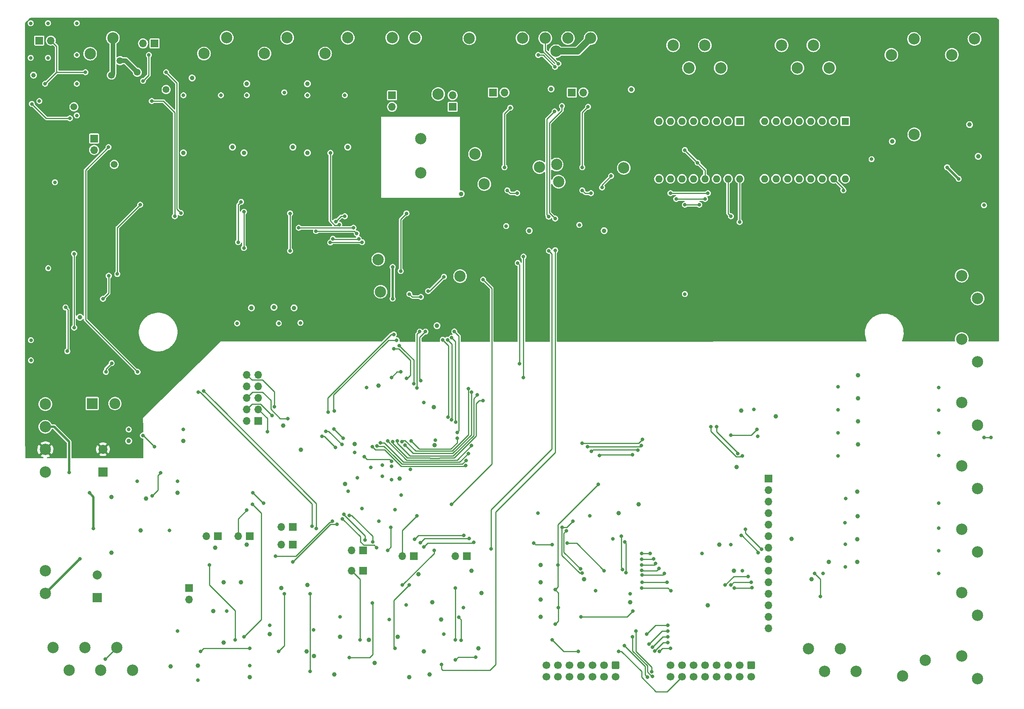
<source format=gbl>
G04 #@! TF.GenerationSoftware,KiCad,Pcbnew,6.0.7-f9a2dced07~116~ubuntu22.04.1*
G04 #@! TF.CreationDate,2022-08-10T15:47:32+03:00*
G04 #@! TF.ProjectId,Wirebonder,57697265-626f-46e6-9465-722e6b696361,rev?*
G04 #@! TF.SameCoordinates,Original*
G04 #@! TF.FileFunction,Copper,L4,Bot*
G04 #@! TF.FilePolarity,Positive*
%FSLAX46Y46*%
G04 Gerber Fmt 4.6, Leading zero omitted, Abs format (unit mm)*
G04 Created by KiCad (PCBNEW 6.0.7-f9a2dced07~116~ubuntu22.04.1) date 2022-08-10 15:47:32*
%MOMM*%
%LPD*%
G01*
G04 APERTURE LIST*
G04 Aperture macros list*
%AMRoundRect*
0 Rectangle with rounded corners*
0 $1 Rounding radius*
0 $2 $3 $4 $5 $6 $7 $8 $9 X,Y pos of 4 corners*
0 Add a 4 corners polygon primitive as box body*
4,1,4,$2,$3,$4,$5,$6,$7,$8,$9,$2,$3,0*
0 Add four circle primitives for the rounded corners*
1,1,$1+$1,$2,$3*
1,1,$1+$1,$4,$5*
1,1,$1+$1,$6,$7*
1,1,$1+$1,$8,$9*
0 Add four rect primitives between the rounded corners*
20,1,$1+$1,$2,$3,$4,$5,0*
20,1,$1+$1,$4,$5,$6,$7,0*
20,1,$1+$1,$6,$7,$8,$9,0*
20,1,$1+$1,$8,$9,$2,$3,0*%
G04 Aperture macros list end*
G04 #@! TA.AperFunction,ComponentPad*
%ADD10C,2.500000*%
G04 #@! TD*
G04 #@! TA.AperFunction,ComponentPad*
%ADD11R,1.700000X1.700000*%
G04 #@! TD*
G04 #@! TA.AperFunction,ComponentPad*
%ADD12O,1.700000X1.700000*%
G04 #@! TD*
G04 #@! TA.AperFunction,ComponentPad*
%ADD13RoundRect,0.250000X-0.600000X0.600000X-0.600000X-0.600000X0.600000X-0.600000X0.600000X0.600000X0*%
G04 #@! TD*
G04 #@! TA.AperFunction,ComponentPad*
%ADD14C,1.700000*%
G04 #@! TD*
G04 #@! TA.AperFunction,ComponentPad*
%ADD15R,2.000000X2.000000*%
G04 #@! TD*
G04 #@! TA.AperFunction,ComponentPad*
%ADD16C,2.000000*%
G04 #@! TD*
G04 #@! TA.AperFunction,ComponentPad*
%ADD17R,1.600000X1.600000*%
G04 #@! TD*
G04 #@! TA.AperFunction,ComponentPad*
%ADD18O,1.600000X1.600000*%
G04 #@! TD*
G04 #@! TA.AperFunction,ComponentPad*
%ADD19R,2.400000X2.400000*%
G04 #@! TD*
G04 #@! TA.AperFunction,ComponentPad*
%ADD20C,2.400000*%
G04 #@! TD*
G04 #@! TA.AperFunction,ViaPad*
%ADD21C,0.800000*%
G04 #@! TD*
G04 #@! TA.AperFunction,ViaPad*
%ADD22C,2.500000*%
G04 #@! TD*
G04 #@! TA.AperFunction,ViaPad*
%ADD23C,1.000000*%
G04 #@! TD*
G04 #@! TA.AperFunction,ViaPad*
%ADD24C,1.500000*%
G04 #@! TD*
G04 #@! TA.AperFunction,Conductor*
%ADD25C,0.250000*%
G04 #@! TD*
G04 #@! TA.AperFunction,Conductor*
%ADD26C,0.500000*%
G04 #@! TD*
G04 #@! TA.AperFunction,Conductor*
%ADD27C,1.500000*%
G04 #@! TD*
G04 #@! TA.AperFunction,Conductor*
%ADD28C,1.000000*%
G04 #@! TD*
G04 APERTURE END LIST*
D10*
X40640000Y-99180000D03*
X40640000Y-104180000D03*
X40640000Y-109180000D03*
X40640000Y-114180000D03*
X145785000Y-18515000D03*
X150785000Y-18515000D03*
X155785000Y-18515000D03*
X160785000Y-18515000D03*
D11*
X117045000Y-31100000D03*
D12*
X117045000Y-33640000D03*
D11*
X87585000Y-102855000D03*
D12*
X85045000Y-102855000D03*
X87585000Y-100315000D03*
X85045000Y-100315000D03*
X87585000Y-97775000D03*
X85045000Y-97775000D03*
X87585000Y-95235000D03*
X85045000Y-95235000D03*
X87585000Y-92695000D03*
X85045000Y-92695000D03*
D10*
X117085000Y-18415000D03*
X122085000Y-18415000D03*
X189465000Y-25080000D03*
X185965000Y-20080000D03*
X182465000Y-25080000D03*
X178965000Y-20080000D03*
X245385000Y-18675000D03*
X240385000Y-22175000D03*
X246060000Y-145730000D03*
X242560000Y-140730000D03*
X40640000Y-140930000D03*
X40640000Y-135930000D03*
D13*
X196165000Y-156717500D03*
D14*
X196165000Y-159257500D03*
X193625000Y-156717500D03*
X193625000Y-159257500D03*
X191085000Y-156717500D03*
X191085000Y-159257500D03*
X188545000Y-156717500D03*
X188545000Y-159257500D03*
X186005000Y-156717500D03*
X186005000Y-159257500D03*
X183465000Y-156717500D03*
X183465000Y-159257500D03*
X180925000Y-156717500D03*
X180925000Y-159257500D03*
X178385000Y-156717500D03*
X178385000Y-159257500D03*
D10*
X246060000Y-103820000D03*
X242560000Y-98820000D03*
D11*
X85675000Y-128260000D03*
D12*
X83135000Y-128260000D03*
D10*
X232050000Y-18675000D03*
X227050000Y-22175000D03*
D11*
X156670000Y-30470000D03*
D12*
X159210000Y-30470000D03*
D11*
X64720000Y-19675000D03*
D12*
X62180000Y-19675000D03*
D10*
X42365000Y-152870000D03*
X45865000Y-157870000D03*
X49365000Y-152870000D03*
X52865000Y-157870000D03*
X56365000Y-152870000D03*
X59865000Y-157870000D03*
D11*
X139265000Y-30470000D03*
D12*
X141805000Y-30470000D03*
D10*
X213365000Y-25080000D03*
X209865000Y-20080000D03*
X206365000Y-25080000D03*
X202865000Y-20080000D03*
D15*
X53340000Y-114127677D03*
D16*
X53340000Y-109127677D03*
D13*
X166320000Y-156717500D03*
D14*
X166320000Y-159257500D03*
X163780000Y-156717500D03*
X163780000Y-159257500D03*
X161240000Y-156717500D03*
X161240000Y-159257500D03*
X158700000Y-156717500D03*
X158700000Y-159257500D03*
X156160000Y-156717500D03*
X156160000Y-159257500D03*
X153620000Y-156717500D03*
X153620000Y-159257500D03*
X151080000Y-156717500D03*
X151080000Y-159257500D03*
D15*
X52070000Y-141885354D03*
D16*
X52070000Y-136885354D03*
D10*
X107265000Y-18405000D03*
X102265000Y-21905000D03*
X229495000Y-159105000D03*
X234495000Y-155605000D03*
X246060000Y-159700000D03*
X242560000Y-154700000D03*
D11*
X95200000Y-126228000D03*
D12*
X92660000Y-126228000D03*
D11*
X95195000Y-130165000D03*
D12*
X92655000Y-130165000D03*
D11*
X78695000Y-128260000D03*
D12*
X76155000Y-128260000D03*
D11*
X39310000Y-19040000D03*
D12*
X41850000Y-19040000D03*
D11*
X72340000Y-139685000D03*
D12*
X72340000Y-142225000D03*
D17*
X216890000Y-36830000D03*
D18*
X214350000Y-36830000D03*
X211810000Y-36830000D03*
X209270000Y-36830000D03*
X206730000Y-36830000D03*
X204190000Y-36830000D03*
X201650000Y-36830000D03*
X199110000Y-36830000D03*
X199110000Y-49530000D03*
X201650000Y-49530000D03*
X204190000Y-49530000D03*
X206730000Y-49530000D03*
X209270000Y-49530000D03*
X211810000Y-49530000D03*
X214350000Y-49530000D03*
X216890000Y-49530000D03*
D11*
X199975000Y-115560000D03*
D12*
X199975000Y-118100000D03*
X199975000Y-120640000D03*
X199975000Y-123180000D03*
X199975000Y-125720000D03*
X199975000Y-128260000D03*
X199975000Y-130800000D03*
X199975000Y-133340000D03*
X199975000Y-135880000D03*
X199975000Y-138420000D03*
X199975000Y-140960000D03*
X199975000Y-143500000D03*
X199975000Y-146040000D03*
X199975000Y-148580000D03*
D17*
X193625000Y-36830000D03*
D18*
X191085000Y-36830000D03*
X188545000Y-36830000D03*
X186005000Y-36830000D03*
X183465000Y-36830000D03*
X180925000Y-36830000D03*
X178385000Y-36830000D03*
X175845000Y-36830000D03*
X175845000Y-49530000D03*
X178385000Y-49530000D03*
X180925000Y-49530000D03*
X183465000Y-49530000D03*
X186005000Y-49530000D03*
X188545000Y-49530000D03*
X191085000Y-49530000D03*
X193625000Y-49530000D03*
D11*
X110667500Y-135880000D03*
D12*
X108127500Y-135880000D03*
D10*
X123395000Y-40690000D03*
X123395000Y-48190000D03*
X80595000Y-18405000D03*
X75595000Y-21905000D03*
X208810000Y-153065000D03*
X212310000Y-158065000D03*
X215810000Y-153065000D03*
X219310000Y-158065000D03*
X246060000Y-131760000D03*
X242560000Y-126760000D03*
X246060000Y-117790000D03*
X242560000Y-112790000D03*
X93930000Y-18405000D03*
X88930000Y-21905000D03*
X55515000Y-18445000D03*
X50515000Y-21945000D03*
D11*
X133522500Y-132705000D03*
D12*
X130982500Y-132705000D03*
D11*
X130380000Y-33650000D03*
D12*
X130380000Y-31110000D03*
D11*
X51380000Y-40625000D03*
D12*
X51380000Y-43165000D03*
D10*
X246060000Y-75880000D03*
X242560000Y-70880000D03*
X246060000Y-89850000D03*
X242560000Y-84850000D03*
D19*
X50966041Y-99050000D03*
D20*
X55966041Y-99050000D03*
D11*
X121875000Y-132705000D03*
D12*
X119335000Y-132705000D03*
D11*
X110662500Y-131435000D03*
D12*
X108122500Y-131435000D03*
D21*
X48273500Y-133296500D03*
X45854000Y-114220000D03*
X153670000Y-24130000D03*
X152945500Y-24838180D03*
X149225000Y-22225000D03*
D22*
X153161271Y-21394591D03*
D21*
X114885000Y-115052000D03*
D23*
X72975000Y-27295000D03*
D22*
X127204000Y-30851000D03*
D23*
X192355000Y-135880000D03*
X219710000Y-92840000D03*
D22*
X132030000Y-70983000D03*
D23*
X186640000Y-143500000D03*
X227280000Y-41265000D03*
D24*
X55830000Y-46345000D03*
D23*
X59005000Y-107315000D03*
X209500000Y-137785000D03*
X127807500Y-146675000D03*
D21*
X117679000Y-122418000D03*
D23*
X219500000Y-134000000D03*
X96978000Y-109210000D03*
X118695000Y-115560000D03*
X68276000Y-156962000D03*
X85040000Y-28565000D03*
X71070000Y-107315000D03*
X85040000Y-130165000D03*
X98185500Y-153660000D03*
X105582500Y-150485000D03*
D22*
X114504000Y-74412000D03*
D23*
X219500000Y-118500000D03*
X111932500Y-151120000D03*
X219500000Y-129000000D03*
X71070000Y-43805000D03*
X244290000Y-37570000D03*
X107265000Y-42535000D03*
X108789000Y-107940000D03*
X149810000Y-134610000D03*
X134570000Y-135880000D03*
X95454000Y-77968000D03*
X189180000Y-130165000D03*
X92660000Y-139690000D03*
D22*
X134062000Y-18532000D03*
D23*
X147270000Y-60950000D03*
X38050000Y-26660000D03*
X213310000Y-133975000D03*
X219710000Y-97920000D03*
D21*
X114123000Y-124958000D03*
D23*
X149810000Y-142230000D03*
X118282500Y-150485000D03*
X171400000Y-121275000D03*
X122881760Y-136669260D03*
X84405000Y-43805000D03*
D22*
X149513499Y-46925037D03*
D23*
X55195000Y-119624000D03*
X99834500Y-154699489D03*
X61595000Y-127000000D03*
D22*
X153747000Y-50155000D03*
D23*
X74245000Y-156835000D03*
X159335000Y-137785000D03*
X163780000Y-60950000D03*
X106692500Y-116765000D03*
X193945000Y-100622500D03*
X77609500Y-144770000D03*
X120822500Y-159375000D03*
X219710000Y-103000000D03*
X125267500Y-158740000D03*
X55195000Y-131943000D03*
X81865000Y-42535000D03*
X62815000Y-120015000D03*
D21*
X109424000Y-115433000D03*
D23*
X98375000Y-139055000D03*
D21*
X112345000Y-113147000D03*
D23*
X169495000Y-142865000D03*
X192990000Y-113020000D03*
D21*
X114885000Y-112639000D03*
D23*
X48260000Y-80036500D03*
X132284000Y-52822000D03*
D21*
X116917000Y-115814000D03*
D23*
X104312500Y-158740000D03*
X91009000Y-77841000D03*
X125902500Y-142865000D03*
X152096000Y-29708000D03*
X86056000Y-77968000D03*
X205055000Y-128895000D03*
X95200000Y-42535000D03*
X90120000Y-149850000D03*
X79960000Y-138420000D03*
X93041000Y-103876000D03*
X126442000Y-108258500D03*
X98375000Y-43805000D03*
D21*
X165685000Y-128895000D03*
X110440000Y-122164000D03*
D23*
X166955000Y-123180000D03*
X83770000Y-138420000D03*
X149810000Y-138420000D03*
X136062500Y-153025000D03*
X246195000Y-44555000D03*
X114060500Y-95078302D03*
D22*
X168098000Y-47107000D03*
D23*
X149810000Y-146040000D03*
X85675000Y-159375000D03*
X219583010Y-123916990D03*
X201565000Y-101892500D03*
X136729000Y-140833000D03*
X113202500Y-156200000D03*
X78055000Y-130800000D03*
X69800000Y-118745000D03*
D21*
X116917000Y-112893000D03*
D23*
X169750000Y-29835000D03*
X79960000Y-151755000D03*
X123997500Y-153660000D03*
D24*
X67260000Y-29835000D03*
D23*
X98375000Y-28565000D03*
D21*
X107392000Y-118354000D03*
D22*
X137364000Y-50663000D03*
D23*
X126197856Y-99821045D03*
D24*
X46940000Y-33645000D03*
D22*
X232106000Y-39741000D03*
D23*
X219710000Y-108080000D03*
D21*
X119076000Y-119243000D03*
D23*
X126950000Y-81905000D03*
D21*
X47575000Y-28565000D03*
X85040000Y-31105000D03*
X41225000Y-15230000D03*
X37415000Y-22850000D03*
D22*
X153289500Y-46374413D03*
D21*
X42749000Y-50282000D03*
X158319000Y-59680000D03*
X93295000Y-30470000D03*
X47575000Y-15230000D03*
D22*
X135332000Y-44059000D03*
D21*
X50369000Y-118735000D03*
X37415000Y-15230000D03*
X98375000Y-31105000D03*
X71070000Y-31105000D03*
X37465000Y-85090000D03*
X41225000Y-22850000D03*
X47575000Y-35550000D03*
X47575000Y-22215000D03*
D22*
X113996000Y-67300000D03*
D21*
X39320000Y-32375000D03*
X117171000Y-68951000D03*
X106630000Y-31105000D03*
X79325000Y-31105000D03*
X222700000Y-45190000D03*
X41275000Y-69215000D03*
X117171000Y-75936000D03*
X37465000Y-89535000D03*
X51258000Y-126609000D03*
X142190000Y-59934000D03*
X89612000Y-105273000D03*
X101579965Y-106250436D03*
X116915421Y-111758399D03*
X104598000Y-108702000D03*
X110922410Y-110750992D03*
X124029000Y-98796000D03*
X216849951Y-125374549D03*
X191720000Y-130165000D03*
X215265000Y-100460000D03*
X149175000Y-123180000D03*
X161875000Y-140325000D03*
X216888951Y-135111049D03*
X71070000Y-104775000D03*
X215265000Y-105540000D03*
X194260000Y-135880000D03*
X96851000Y-81270000D03*
X111456000Y-95494000D03*
X108789000Y-109845000D03*
X82904500Y-81373500D03*
X185370000Y-132070000D03*
X216928951Y-130071049D03*
X92075000Y-81373500D03*
X212040000Y-136515000D03*
X169495000Y-140960000D03*
X181560000Y-74920000D03*
X217000000Y-120000000D03*
X215265000Y-95380000D03*
X126605190Y-107171175D03*
X160605000Y-123815000D03*
X215265000Y-110620000D03*
X69800000Y-149215000D03*
X116377500Y-146675000D03*
X120154367Y-143444778D03*
X90120000Y-147945000D03*
X74245000Y-160010000D03*
X80595000Y-144770000D03*
X99734500Y-148937500D03*
X69800000Y-116205000D03*
X67945000Y-127000000D03*
X121092184Y-113589007D03*
X105582500Y-146040000D03*
X132751510Y-144028091D03*
X85675000Y-156835000D03*
X128442500Y-149850000D03*
X247465000Y-55350000D03*
X237500000Y-126500000D03*
X237500000Y-110500000D03*
X237500000Y-95500000D03*
X237500000Y-131500000D03*
X237500000Y-105500000D03*
X59005000Y-104775000D03*
X60910000Y-116205000D03*
X196800000Y-100320000D03*
X237500000Y-100500000D03*
X197601005Y-106275500D03*
X237500000Y-136500000D03*
X237500000Y-121000000D03*
X112701250Y-143003750D03*
X107621250Y-155068750D03*
X86360000Y-118745000D03*
X88723000Y-121021000D03*
X95190000Y-133975000D03*
X104889500Y-125705443D03*
X103845757Y-124980943D03*
X91380000Y-132695000D03*
X61545000Y-55235000D03*
X56500000Y-70500000D03*
X54610000Y-70892500D03*
X53340000Y-75972500D03*
X54560000Y-42535000D03*
X60960000Y-92075000D03*
D24*
X55195000Y-26660000D03*
D21*
X46051000Y-36185000D03*
X37669000Y-33010000D03*
X92015000Y-153660000D03*
X93285000Y-140960000D03*
X63450000Y-48250000D03*
X67499549Y-32224951D03*
X62815000Y-61585000D03*
X67260000Y-24120000D03*
X52705000Y-85090000D03*
X62230000Y-75565000D03*
X84405000Y-46345000D03*
X59005000Y-27930000D03*
X59005000Y-31740000D03*
X61545000Y-23485000D03*
X79960000Y-45710000D03*
X71070000Y-46345000D03*
X98375000Y-47615000D03*
X59690000Y-37465000D03*
X59257238Y-17221333D03*
X63450000Y-34915000D03*
X67945000Y-17145000D03*
X92660000Y-45710000D03*
X65355000Y-46980000D03*
X66625000Y-48250000D03*
X59690000Y-41275000D03*
X107265000Y-45710000D03*
X99010000Y-158105000D03*
X74295000Y-96520000D03*
D24*
X60910000Y-26025000D03*
D21*
X69165000Y-57775000D03*
X64085000Y-32375000D03*
X62180000Y-27930000D03*
X63450000Y-22215000D03*
X99391000Y-126101000D03*
X99010000Y-140960000D03*
D24*
X57100000Y-23485000D03*
D21*
X49480000Y-26025000D03*
X67260000Y-26025000D03*
X40590000Y-28565000D03*
X75550412Y-96259152D03*
X100369500Y-126585796D03*
X70485139Y-57050570D03*
X121237599Y-107273999D03*
X131395000Y-106670000D03*
X163310500Y-51425000D03*
X165305000Y-48885000D03*
X130982500Y-151120000D03*
X130982500Y-139690000D03*
X152858000Y-34661000D03*
X151588000Y-65395000D03*
X151539728Y-57862326D03*
X138888000Y-131054000D03*
X130982500Y-155565000D03*
X135427500Y-154930000D03*
X122505000Y-123815000D03*
X124983000Y-74285000D03*
X128475000Y-71110000D03*
X117647500Y-153025000D03*
X120822500Y-139055000D03*
X85040000Y-122545000D03*
X102439000Y-105146000D03*
X105995000Y-108067000D03*
X94057000Y-102352000D03*
X90628000Y-101717000D03*
X91098500Y-99778202D03*
X127966000Y-156581000D03*
X152985000Y-58283000D03*
X154471500Y-33477676D03*
X152985000Y-65268000D03*
X137110000Y-71745000D03*
X130125000Y-121275000D03*
X119330000Y-139055000D03*
X126315000Y-131435000D03*
X177839500Y-147945000D03*
X173136997Y-149900503D03*
X172035000Y-132070000D03*
X177839500Y-149215000D03*
X173644646Y-152104716D03*
X173935336Y-132065336D03*
X177839500Y-150485000D03*
X174659836Y-133255980D03*
X172035000Y-133340000D03*
X174384837Y-152776373D03*
X174946317Y-153607576D03*
X175109337Y-134341220D03*
X172035000Y-134610000D03*
X177839500Y-151755000D03*
X175940999Y-153705623D03*
X175833837Y-135427617D03*
X172045436Y-135830971D03*
X178385000Y-153025000D03*
X172104041Y-136828753D03*
X177025500Y-136515000D03*
X177660500Y-138420000D03*
X172124500Y-138420000D03*
X170130000Y-144770000D03*
X158700000Y-146040000D03*
X173305000Y-159375000D03*
X168225000Y-152390000D03*
X174261205Y-158173393D03*
X170765000Y-149215000D03*
X170040500Y-150485000D03*
X174415032Y-159160987D03*
X152350000Y-151120000D03*
X166955000Y-153660000D03*
X158065000Y-153660000D03*
X195530000Y-137150000D03*
X190450000Y-139055000D03*
X191720000Y-139055000D03*
X196165000Y-138420000D03*
X192426755Y-139761755D03*
X196381282Y-139643683D03*
X239345000Y-46980000D03*
X241885000Y-49520000D03*
X53810000Y-155410000D03*
X247500000Y-106500000D03*
X249000000Y-106500000D03*
X55245000Y-90170000D03*
X53975000Y-92075000D03*
X45487701Y-87512299D03*
X45085000Y-77877500D03*
X46990000Y-82322500D03*
X46990000Y-66040000D03*
X143080000Y-33855500D03*
X141810000Y-46980000D03*
X158955000Y-46980000D03*
X160225000Y-33645000D03*
X120220000Y-57140000D03*
X118950000Y-69840000D03*
X162510000Y-116830000D03*
X197435000Y-104765000D03*
X153680835Y-144051352D03*
X152985000Y-140098000D03*
X153620000Y-134610000D03*
X152985000Y-147718000D03*
X191720000Y-106035000D03*
X84405000Y-64760000D03*
X84405000Y-56777500D03*
X94565000Y-65395000D03*
X94565000Y-57140000D03*
X106630000Y-57775000D03*
X104624937Y-58945046D03*
X104350065Y-100729798D03*
X118060345Y-85079655D03*
X104217000Y-104638000D03*
X106294352Y-106743049D03*
X132252500Y-151266250D03*
X131707000Y-146186250D03*
X142445000Y-52060000D03*
X144592000Y-52695000D03*
X160860000Y-52695000D03*
X158955000Y-52060000D03*
X123395000Y-75555000D03*
X120855000Y-74920000D03*
X198451000Y-131181000D03*
X158573000Y-135499000D03*
X111075000Y-129149000D03*
X121997000Y-128932500D03*
X132843702Y-128101999D03*
X155420715Y-127079500D03*
X194895000Y-126736000D03*
X106435301Y-123500870D03*
X134064842Y-128826499D03*
X158893962Y-136445567D03*
X156911384Y-124976481D03*
X123300144Y-129694500D03*
X194006000Y-128133000D03*
X154509000Y-126355000D03*
X112764831Y-129535500D03*
X107650036Y-123721188D03*
X197726500Y-131967536D03*
X113615000Y-130800000D03*
X155614500Y-129854369D03*
X148286000Y-129784000D03*
X106122000Y-124450000D03*
X124029000Y-130673000D03*
X163780000Y-135880000D03*
X152350000Y-130165000D03*
X135078000Y-129657000D03*
X168314500Y-129530000D03*
X168603718Y-136376500D03*
X172035000Y-139690000D03*
X178474500Y-140325000D03*
X167784799Y-135652000D03*
X167590000Y-128260000D03*
X83135000Y-63490000D03*
X130760000Y-83175000D03*
X131395000Y-105400000D03*
X103413437Y-63547271D03*
X110440000Y-63490000D03*
X83770000Y-54600000D03*
X104000500Y-62738344D03*
X109685437Y-62765500D03*
X130156911Y-84549609D03*
X131038754Y-103155500D03*
X109259500Y-61585000D03*
X100280000Y-61039500D03*
X129259905Y-84990500D03*
X130173500Y-102655158D03*
X96470000Y-60315000D03*
X128220000Y-84990500D03*
X108535000Y-60315000D03*
X129372639Y-102057138D03*
X105388085Y-59590500D03*
X103455000Y-43805000D03*
X120211598Y-93512220D03*
X117425000Y-86985000D03*
X121816285Y-94658716D03*
X118589046Y-86260805D03*
X85675000Y-153025000D03*
X74880000Y-153660000D03*
X82482314Y-151178114D03*
X76785000Y-134610000D03*
X137110000Y-98415000D03*
X117206441Y-107450243D03*
X118199413Y-107336174D03*
X135840000Y-97145000D03*
X134570000Y-96510000D03*
X119846800Y-108194547D03*
X119193725Y-107437910D03*
X133863245Y-95803245D03*
X66040000Y-114300000D03*
X64135000Y-119380000D03*
X62146867Y-106100222D03*
X64720000Y-108585000D03*
X116790000Y-126355000D03*
X110022500Y-151120000D03*
X116036927Y-131397500D03*
X117425000Y-83810000D03*
X181560000Y-43170000D03*
X184354000Y-45964000D03*
X102947000Y-100955000D03*
X216485000Y-52060000D03*
X193625000Y-59045000D03*
X191720000Y-57775000D03*
X84405000Y-150485000D03*
X86310000Y-121275000D03*
X211405000Y-141595000D03*
X194260000Y-110610329D03*
X210135000Y-136515000D03*
X187275000Y-104130000D03*
X193185563Y-110051753D03*
X188545000Y-104130000D03*
X124410000Y-83192496D03*
X123356500Y-93993204D03*
X146000000Y-93335000D03*
X146000000Y-66665000D03*
X122505000Y-95621000D03*
X123140000Y-83192496D03*
X145111000Y-90287000D03*
X116885999Y-93333329D03*
X144730000Y-68062000D03*
X118942056Y-92080542D03*
X186640000Y-52695000D03*
X178385000Y-52695000D03*
X179655000Y-53965000D03*
X186005000Y-53965000D03*
X184735000Y-55235000D03*
X181560000Y-55235000D03*
X160986000Y-109591000D03*
X133315980Y-111624216D03*
X113704047Y-108416141D03*
X171161954Y-109292359D03*
X160097000Y-108575000D03*
X171960385Y-108277213D03*
X133843581Y-110072017D03*
X114496667Y-107723500D03*
X172225500Y-106987500D03*
X134570000Y-108321000D03*
X158954000Y-107813000D03*
X116061979Y-107330380D03*
X133231507Y-112733287D03*
X170003000Y-110353000D03*
X112720155Y-108592102D03*
X162764000Y-110480000D03*
D25*
X104140000Y-97155690D02*
X104140000Y-100519733D01*
X104140000Y-100519733D02*
X104350065Y-100729798D01*
X118060345Y-85079655D02*
X116216035Y-85079655D01*
X116216035Y-85079655D02*
X104140000Y-97155690D01*
X102870000Y-97790000D02*
X102870000Y-100878000D01*
X117425000Y-83810000D02*
X116850000Y-83810000D01*
X116850000Y-83810000D02*
X102870000Y-97790000D01*
X102870000Y-100878000D02*
X102947000Y-100955000D01*
D26*
X40640000Y-140930000D02*
X48273500Y-133296500D01*
X40640000Y-104180000D02*
X42585000Y-104180000D01*
X42585000Y-104180000D02*
X45854000Y-107449000D01*
X45854000Y-107449000D02*
X45854000Y-114220000D01*
D25*
X152945500Y-24838180D02*
X150332320Y-22225000D01*
X150332320Y-22225000D02*
X149225000Y-22225000D01*
D27*
X160785000Y-18515000D02*
X157905409Y-21394591D01*
X157905409Y-21394591D02*
X153161271Y-21394591D01*
D25*
X153670000Y-24130000D02*
X150785000Y-21245000D01*
X150785000Y-21245000D02*
X150785000Y-18515000D01*
D26*
X50369000Y-118735000D02*
X51258000Y-119624000D01*
X51258000Y-119624000D02*
X51258000Y-126609000D01*
X117171000Y-75936000D02*
X117171000Y-68951000D01*
D25*
X111540418Y-111369000D02*
X110922410Y-110750992D01*
X102146436Y-106250436D02*
X101579965Y-106250436D01*
X89612000Y-105273000D02*
X89612000Y-102342000D01*
X104598000Y-108702000D02*
X102146436Y-106250436D01*
X89612000Y-102342000D02*
X87585000Y-100315000D01*
X116526022Y-111369000D02*
X111540418Y-111369000D01*
X116915421Y-111758399D02*
X116526022Y-111369000D01*
X112757000Y-143059500D02*
X112757000Y-154378000D01*
X112701250Y-143003750D02*
X112757000Y-143059500D01*
X112066250Y-155068750D02*
X107621250Y-155068750D01*
X112757000Y-154378000D02*
X112066250Y-155068750D01*
X88636000Y-121021000D02*
X86360000Y-118745000D01*
X88723000Y-121021000D02*
X88636000Y-121021000D01*
X95190000Y-133975000D02*
X103459557Y-125705443D01*
X103459557Y-125705443D02*
X104889500Y-125705443D01*
X91390000Y-132705000D02*
X95824310Y-132705000D01*
X95824310Y-132705000D02*
X103273368Y-125255942D01*
X103570758Y-125255942D02*
X103845757Y-124980943D01*
X91380000Y-132695000D02*
X91390000Y-132705000D01*
X103273368Y-125255942D02*
X103570758Y-125255942D01*
X56500000Y-60280000D02*
X61545000Y-55235000D01*
X56500000Y-70500000D02*
X56500000Y-60280000D01*
X54610000Y-74702500D02*
X53340000Y-75972500D01*
X54610000Y-70892500D02*
X54610000Y-74702500D01*
D28*
X55515000Y-18445000D02*
X55515000Y-26340000D01*
D25*
X52705000Y-83820000D02*
X60960000Y-92075000D01*
X54560000Y-42535000D02*
X49500000Y-47595000D01*
X49500000Y-47595000D02*
X49500000Y-80615000D01*
X49500000Y-80615000D02*
X52705000Y-83820000D01*
D28*
X55515000Y-26340000D02*
X55195000Y-26660000D01*
D25*
X46051000Y-36185000D02*
X40844000Y-36185000D01*
X40844000Y-36185000D02*
X37669000Y-33010000D01*
X93285000Y-152390000D02*
X92015000Y-153660000D01*
X93285000Y-140960000D02*
X93285000Y-152390000D01*
X64085000Y-32375000D02*
X66625000Y-32375000D01*
X77547000Y-99304000D02*
X74763000Y-96520000D01*
X63450000Y-22215000D02*
X63450000Y-26660000D01*
D28*
X58370000Y-23485000D02*
X60910000Y-26025000D01*
D25*
X63450000Y-26660000D02*
X62180000Y-27930000D01*
X69165000Y-34915000D02*
X69165000Y-57775000D01*
X99391000Y-121148000D02*
X77547000Y-99304000D01*
X66625000Y-32375000D02*
X69165000Y-34915000D01*
D28*
X57100000Y-23485000D02*
X58370000Y-23485000D01*
D25*
X99010000Y-140960000D02*
X99010000Y-158105000D01*
X99391000Y-126101000D02*
X99391000Y-121148000D01*
X74763000Y-96520000D02*
X74295000Y-96520000D01*
X75550412Y-96282814D02*
X75550412Y-96259152D01*
X100369500Y-121101902D02*
X78216299Y-98948701D01*
X49480000Y-26025000D02*
X43130000Y-26025000D01*
X100369500Y-126585796D02*
X100369500Y-121101902D01*
X43130000Y-26025000D02*
X40590000Y-28565000D01*
X43130000Y-26025000D02*
X43130000Y-20320000D01*
X67260000Y-26025000D02*
X69614501Y-28379501D01*
X43130000Y-20320000D02*
X41850000Y-19040000D01*
X78216299Y-98948701D02*
X75550412Y-96282814D01*
X69614501Y-56179932D02*
X70485139Y-57050570D01*
X69614501Y-28379501D02*
X69614501Y-56179932D01*
X131395000Y-107686000D02*
X129998000Y-109083000D01*
X131395000Y-106670000D02*
X131395000Y-107686000D01*
X129998000Y-109083000D02*
X123046600Y-109083000D01*
X123046600Y-109083000D02*
X121237599Y-107273999D01*
X163310500Y-51425000D02*
X163310500Y-50879500D01*
X163310500Y-50879500D02*
X165305000Y-48885000D01*
X130982500Y-151120000D02*
X130982500Y-139690000D01*
X138888000Y-131054000D02*
X138888000Y-122418000D01*
X152858000Y-34661000D02*
X151138499Y-36380501D01*
X138888000Y-122418000D02*
X152223000Y-109083000D01*
X152223000Y-109083000D02*
X152223000Y-66030000D01*
X151138499Y-57461097D02*
X151539728Y-57862326D01*
X152223000Y-66030000D02*
X151588000Y-65395000D01*
X151138499Y-36380501D02*
X151138499Y-57461097D01*
X130982500Y-155565000D02*
X131617500Y-154930000D01*
X131617500Y-154930000D02*
X135427500Y-154930000D01*
X119335000Y-126985000D02*
X122505000Y-123815000D01*
X119335000Y-132705000D02*
X119335000Y-126985000D01*
X125300000Y-74285000D02*
X128475000Y-71110000D01*
X124983000Y-74285000D02*
X125300000Y-74285000D01*
X117647500Y-153025000D02*
X117458000Y-152835500D01*
X117458000Y-152835500D02*
X117458000Y-142419500D01*
X117458000Y-142419500D02*
X120822500Y-139055000D01*
X83135000Y-124450000D02*
X85040000Y-122545000D01*
X83135000Y-128260000D02*
X83135000Y-124450000D01*
X86310000Y-96510000D02*
X85045000Y-97775000D01*
X94057000Y-102352000D02*
X92406000Y-102352000D01*
X88469000Y-96510000D02*
X86310000Y-96510000D01*
X105995000Y-108067000D02*
X103074000Y-105146000D01*
X92406000Y-102352000D02*
X90310500Y-100256500D01*
X103074000Y-105146000D02*
X102439000Y-105146000D01*
X90310500Y-98351500D02*
X88469000Y-96510000D01*
X90310500Y-100256500D02*
X90310500Y-98351500D01*
X90628000Y-101717000D02*
X90628000Y-101696299D01*
X86220000Y-99140000D02*
X85045000Y-100315000D01*
X90628000Y-101696299D02*
X88071701Y-99140000D01*
X88071701Y-99140000D02*
X86220000Y-99140000D01*
X85045000Y-92695000D02*
X86220000Y-93870000D01*
X86220000Y-93870000D02*
X88496000Y-93870000D01*
X91098500Y-96472500D02*
X91098500Y-99778202D01*
X88496000Y-93870000D02*
X91098500Y-96472500D01*
X154471500Y-33477676D02*
X154471500Y-34444500D01*
X127966000Y-157597000D02*
X128220000Y-157851000D01*
X128220000Y-157851000D02*
X138634000Y-157851000D01*
X151715000Y-37201000D02*
X151715000Y-57013000D01*
X138634000Y-157851000D02*
X139904000Y-156581000D01*
X151715000Y-57013000D02*
X152985000Y-58283000D01*
X127966000Y-156581000D02*
X127966000Y-157597000D01*
X154471500Y-34444500D02*
X151715000Y-37201000D01*
X139904000Y-156581000D02*
X139904000Y-122926000D01*
X152985000Y-109845000D02*
X152985000Y-65268000D01*
X139904000Y-122926000D02*
X152985000Y-109845000D01*
X130125000Y-121275000D02*
X139015000Y-112385000D01*
X119330000Y-139055000D02*
X126315000Y-132070000D01*
X139015000Y-73650000D02*
X137110000Y-71745000D01*
X126315000Y-132070000D02*
X126315000Y-131435000D01*
X139015000Y-112385000D02*
X139015000Y-81905000D01*
X139015000Y-81905000D02*
X139015000Y-73650000D01*
X173136997Y-149900503D02*
X175092500Y-147945000D01*
X175092500Y-147945000D02*
X177839500Y-147945000D01*
X172035000Y-132070000D02*
X173930672Y-132070000D01*
X173930672Y-132070000D02*
X173935336Y-132065336D01*
X176534362Y-149215000D02*
X173644646Y-152104716D01*
X177839500Y-149215000D02*
X176534362Y-149215000D01*
X174434029Y-152776373D02*
X174384837Y-152776373D01*
X174575816Y-133340000D02*
X174659836Y-133255980D01*
X172035000Y-133340000D02*
X174575816Y-133340000D01*
X177839500Y-150485000D02*
X176725402Y-150485000D01*
X176725402Y-150485000D02*
X174434029Y-152776373D01*
X172035000Y-134610000D02*
X174840557Y-134610000D01*
X174840557Y-134610000D02*
X175109337Y-134341220D01*
X176798893Y-151755000D02*
X174946317Y-153607576D01*
X177839500Y-151755000D02*
X176798893Y-151755000D01*
X172094465Y-135880000D02*
X175381454Y-135880000D01*
X172045436Y-135830971D02*
X172094465Y-135880000D01*
X175381454Y-135880000D02*
X175833837Y-135427617D01*
X176621622Y-153025000D02*
X175940999Y-153705623D01*
X178385000Y-153025000D02*
X176621622Y-153025000D01*
X172154791Y-136879503D02*
X172104041Y-136828753D01*
X177025500Y-136515000D02*
X176660997Y-136879503D01*
X176660997Y-136879503D02*
X172154791Y-136879503D01*
X172124500Y-138420000D02*
X177660500Y-138420000D01*
X158700000Y-146040000D02*
X168860000Y-146040000D01*
X168860000Y-146040000D02*
X170130000Y-144770000D01*
X172830904Y-156995904D02*
X172830904Y-158900904D01*
X172830904Y-158900904D02*
X173305000Y-159375000D01*
X168225000Y-152390000D02*
X172830904Y-156995904D01*
X174261205Y-157154825D02*
X174261205Y-158173393D01*
X170765000Y-153658620D02*
X174261205Y-157154825D01*
X170765000Y-149215000D02*
X170765000Y-153658620D01*
X173280405Y-158217191D02*
X174224201Y-159160987D01*
X174224201Y-159160987D02*
X174415032Y-159160987D01*
X170040500Y-153569810D02*
X173280405Y-156809715D01*
X170040500Y-150485000D02*
X170040500Y-153569810D01*
X173280405Y-156809715D02*
X173280405Y-158217191D01*
X172035000Y-159375000D02*
X172035000Y-158105000D01*
X172035000Y-158105000D02*
X167590000Y-153660000D01*
X180925000Y-159257500D02*
X177632500Y-162550000D01*
X152350000Y-151120000D02*
X154890000Y-153660000D01*
X167590000Y-153660000D02*
X166955000Y-153660000D01*
X175210000Y-162550000D02*
X172035000Y-159375000D01*
X154890000Y-153660000D02*
X158065000Y-153660000D01*
X177632500Y-162550000D02*
X175210000Y-162550000D01*
X192355000Y-137150000D02*
X190450000Y-139055000D01*
X195530000Y-137150000D02*
X192355000Y-137150000D01*
X192355000Y-138420000D02*
X191720000Y-139055000D01*
X196165000Y-138420000D02*
X192355000Y-138420000D01*
X196334965Y-139690000D02*
X196381282Y-139643683D01*
X192426755Y-139761755D02*
X192498510Y-139690000D01*
X192498510Y-139690000D02*
X196334965Y-139690000D01*
D26*
X241885000Y-49520000D02*
X239345000Y-46980000D01*
D25*
X53810000Y-155410000D02*
X53825000Y-155410000D01*
X53825000Y-155410000D02*
X56365000Y-152870000D01*
X247500000Y-106500000D02*
X249000000Y-106500000D01*
X53975000Y-92075000D02*
X53975000Y-91440000D01*
X53975000Y-91440000D02*
X55245000Y-90170000D01*
X45085000Y-77877500D02*
X45597500Y-78390000D01*
X45597500Y-78390000D02*
X45597500Y-87402500D01*
X45597500Y-87402500D02*
X45487701Y-87512299D01*
X46990000Y-66040000D02*
X46990000Y-82322500D01*
X141810000Y-46980000D02*
X141810000Y-35125500D01*
X141810000Y-35125500D02*
X143080000Y-33855500D01*
X158955000Y-46980000D02*
X158955000Y-34915000D01*
X158955000Y-34915000D02*
X160225000Y-33645000D01*
X118950000Y-69840000D02*
X118950000Y-58410000D01*
X118950000Y-58410000D02*
X120220000Y-57140000D01*
X153620000Y-125720000D02*
X162510000Y-116830000D01*
X153680835Y-140793835D02*
X153680835Y-144051352D01*
X152985000Y-140098000D02*
X153680835Y-140793835D01*
X153680835Y-147022165D02*
X152985000Y-147718000D01*
X191720000Y-106035000D02*
X196165000Y-106035000D01*
X153680835Y-144051352D02*
X153680835Y-147022165D01*
X153620000Y-139463000D02*
X152985000Y-140098000D01*
X153620000Y-134610000D02*
X153620000Y-139463000D01*
X153620000Y-134610000D02*
X153620000Y-125720000D01*
X196165000Y-106035000D02*
X197435000Y-104765000D01*
X84405000Y-64760000D02*
X84405000Y-56777500D01*
X94565000Y-57140000D02*
X94565000Y-65395000D01*
X106630000Y-57775000D02*
X105794983Y-57775000D01*
X105794983Y-57775000D02*
X104624937Y-58945046D01*
X106294352Y-106715352D02*
X106294352Y-106743049D01*
X104217000Y-104638000D02*
X106294352Y-106715352D01*
X132252500Y-151266250D02*
X132252500Y-146731750D01*
X132252500Y-146731750D02*
X131707000Y-146186250D01*
X144592000Y-52695000D02*
X143080000Y-52695000D01*
X143080000Y-52695000D02*
X142445000Y-52060000D01*
X160860000Y-52695000D02*
X159590000Y-52695000D01*
X159590000Y-52695000D02*
X158955000Y-52060000D01*
X121490000Y-75555000D02*
X120855000Y-74920000D01*
X123395000Y-75555000D02*
X121490000Y-75555000D01*
X111075000Y-129149000D02*
X111075000Y-128170750D01*
X194895000Y-127625000D02*
X194895000Y-126736000D01*
X154890000Y-127610215D02*
X155420715Y-127079500D01*
X111075000Y-128170750D02*
X106435301Y-123531051D01*
X132843702Y-128101999D02*
X122827501Y-128101999D01*
X106435301Y-123531051D02*
X106435301Y-123500870D01*
X122827501Y-128101999D02*
X121997000Y-128932500D01*
X154890000Y-131816000D02*
X154890000Y-127610215D01*
X198451000Y-131181000D02*
X194895000Y-127625000D01*
X158573000Y-135499000D02*
X154890000Y-131816000D01*
X197726500Y-131726500D02*
X197726500Y-131967536D01*
X154509000Y-126355000D02*
X155532865Y-126355000D01*
X154440499Y-132518097D02*
X158367969Y-136445567D01*
X194133000Y-128133000D02*
X197726500Y-131726500D01*
X124168145Y-128826499D02*
X134064842Y-128826499D01*
X108149250Y-123721188D02*
X112764831Y-128336769D01*
X123300144Y-129694500D02*
X124168145Y-128826499D01*
X155532865Y-126355000D02*
X156911384Y-124976481D01*
X194006000Y-128133000D02*
X194133000Y-128133000D01*
X107650036Y-123721188D02*
X108149250Y-123721188D01*
X154440499Y-126423501D02*
X154440499Y-132518097D01*
X112764831Y-128336769D02*
X112764831Y-129535500D01*
X158367969Y-136445567D02*
X158893962Y-136445567D01*
X154509000Y-126355000D02*
X154440499Y-126423501D01*
X163780000Y-135880000D02*
X157754369Y-129854369D01*
X134951000Y-129784000D02*
X135078000Y-129657000D01*
X148667000Y-130165000D02*
X152350000Y-130165000D01*
X113075000Y-130260000D02*
X113615000Y-130800000D01*
X124029000Y-130673000D02*
X124918000Y-129784000D01*
X157754369Y-129854369D02*
X155614500Y-129854369D01*
X110059000Y-129530000D02*
X110789000Y-130260000D01*
X110789000Y-130260000D02*
X113075000Y-130260000D01*
X106122000Y-124450000D02*
X110059000Y-128387000D01*
X110059000Y-128641000D02*
X110059000Y-129530000D01*
X148286000Y-129784000D02*
X148667000Y-130165000D01*
X110059000Y-128387000D02*
X110059000Y-128641000D01*
X124918000Y-129784000D02*
X134951000Y-129784000D01*
X168603718Y-129819218D02*
X168603718Y-136376500D01*
X168314500Y-129530000D02*
X168603718Y-129819218D01*
X167590000Y-135245000D02*
X167784799Y-135439799D01*
X167590000Y-128260000D02*
X167590000Y-135245000D01*
X172035000Y-139690000D02*
X177839500Y-139690000D01*
X167784799Y-135439799D02*
X167784799Y-135652000D01*
X177839500Y-139690000D02*
X178474500Y-140325000D01*
X131762829Y-105032171D02*
X131762829Y-103456320D01*
X131395000Y-105400000D02*
X131762829Y-105032171D01*
X110440000Y-63490000D02*
X103470708Y-63490000D01*
X83135000Y-55235000D02*
X83770000Y-54600000D01*
X83135000Y-63490000D02*
X83135000Y-55235000D01*
X131763254Y-102855699D02*
X131762829Y-102855274D01*
X131762829Y-103456320D02*
X131763254Y-103455895D01*
X103470708Y-63490000D02*
X103413437Y-63547271D01*
X131762829Y-102855274D02*
X131762829Y-84177829D01*
X131763254Y-103455895D02*
X131763254Y-102855699D01*
X131762829Y-84177829D02*
X130760000Y-83175000D01*
X130944710Y-85337408D02*
X130944710Y-103061456D01*
X130944710Y-103061456D02*
X131038754Y-103155500D01*
X130156911Y-84549609D02*
X130944710Y-85337408D01*
X109685437Y-62765500D02*
X109595937Y-62855000D01*
X109595937Y-62855000D02*
X104117156Y-62855000D01*
X104117156Y-62855000D02*
X104000500Y-62738344D01*
X130194555Y-85925150D02*
X130194555Y-102634103D01*
X100280000Y-61039500D02*
X108714000Y-61039500D01*
X130194555Y-102634103D02*
X130173500Y-102655158D01*
X108714000Y-61039500D02*
X109259500Y-61585000D01*
X129259905Y-84990500D02*
X130194555Y-85925150D01*
X128220000Y-84990500D02*
X129490000Y-86260500D01*
X108535000Y-60315000D02*
X96470000Y-60315000D01*
X129490000Y-101939777D02*
X129372639Y-102057138D01*
X129490000Y-86260500D02*
X129490000Y-101939777D01*
X118568000Y-86985000D02*
X117425000Y-86985000D01*
X120422780Y-93512220D02*
X121108000Y-92827000D01*
X121108000Y-89525000D02*
X120727000Y-89144000D01*
X120727000Y-89144000D02*
X118568000Y-86985000D01*
X121108000Y-92827000D02*
X121108000Y-89525000D01*
X103455000Y-43805000D02*
X103455000Y-58799707D01*
X120211598Y-93512220D02*
X120422780Y-93512220D01*
X103455000Y-58799707D02*
X104424793Y-59769500D01*
X104424793Y-59769500D02*
X105209085Y-59769500D01*
X105209085Y-59769500D02*
X105388085Y-59590500D01*
X119630396Y-87302155D02*
X119647845Y-87302155D01*
X121816285Y-94658716D02*
X121816285Y-89470595D01*
X121816285Y-89470595D02*
X119647845Y-87302155D01*
X118589046Y-86260805D02*
X119630396Y-87302155D01*
X75515000Y-153025000D02*
X74880000Y-153660000D01*
X85675000Y-153025000D02*
X75515000Y-153025000D01*
X76785000Y-134610000D02*
X76785000Y-139055000D01*
X82482314Y-144752314D02*
X82482314Y-151178114D01*
X76785000Y-139055000D02*
X82482314Y-144752314D01*
X125351723Y-111066503D02*
X125355724Y-111070504D01*
X117206441Y-107839151D02*
X120433793Y-111066503D01*
X120433793Y-111066503D02*
X125351723Y-111066503D01*
X127528276Y-111070504D02*
X127532277Y-111066503D01*
X125355724Y-111070504D02*
X127528276Y-111070504D01*
X135523190Y-106226190D02*
X135523190Y-99112810D01*
X135523190Y-99112810D02*
X136221000Y-98415000D01*
X127532277Y-111066503D02*
X130682877Y-111066503D01*
X130682877Y-111066503D02*
X135523190Y-106226190D01*
X117206441Y-107450243D02*
X117206441Y-107839151D01*
X136221000Y-98415000D02*
X137110000Y-98415000D01*
X135014845Y-106098845D02*
X135014845Y-97970155D01*
X135014845Y-97970155D02*
X135840000Y-97145000D01*
X135014845Y-106098845D02*
X130836688Y-110277002D01*
X127342087Y-110621003D02*
X125541913Y-110621003D01*
X125541913Y-110621003D02*
X125537912Y-110617002D01*
X130486710Y-110617002D02*
X127346088Y-110617002D01*
X130836688Y-110277002D02*
X130826710Y-110277002D01*
X120991002Y-110617002D02*
X118199413Y-107825413D01*
X130826710Y-110277002D02*
X130486710Y-110617002D01*
X118199413Y-107825413D02*
X118199413Y-107336174D01*
X127346088Y-110617002D02*
X127342087Y-110621003D01*
X125537912Y-110617002D02*
X120991002Y-110617002D01*
X134565344Y-96514656D02*
X134565344Y-105902678D01*
X130427521Y-110040501D02*
X121692754Y-110040501D01*
X134570000Y-96510000D02*
X134565344Y-96514656D01*
X121692754Y-110040501D02*
X119846800Y-108194547D01*
X134565344Y-105902678D02*
X130427521Y-110040501D01*
X133845500Y-95820990D02*
X133845500Y-105986832D01*
X133845500Y-105986832D02*
X130299831Y-109532501D01*
X119900328Y-107215500D02*
X119416135Y-107215500D01*
X130299831Y-109532501D02*
X122217329Y-109532501D01*
X133863245Y-95803245D02*
X133845500Y-95820990D01*
X122217329Y-109532501D02*
X119900328Y-107215500D01*
X119416135Y-107215500D02*
X119193725Y-107437910D01*
X64135000Y-119380000D02*
X65405000Y-118110000D01*
X65405000Y-114935000D02*
X66040000Y-114300000D01*
X65405000Y-118110000D02*
X65405000Y-114935000D01*
X64720000Y-108585000D02*
X62235222Y-106100222D01*
X62235222Y-106100222D02*
X62146867Y-106100222D01*
X110022500Y-151120000D02*
X110022500Y-137775000D01*
X110022500Y-137775000D02*
X108127500Y-135880000D01*
X116790000Y-130644427D02*
X116036927Y-131397500D01*
X116790000Y-126355000D02*
X116790000Y-130644427D01*
X184354000Y-45964000D02*
X186005000Y-47615000D01*
X181560000Y-43170000D02*
X184354000Y-45964000D01*
X186005000Y-47615000D02*
X186005000Y-49530000D01*
X216485000Y-51665000D02*
X216485000Y-52060000D01*
X214350000Y-49530000D02*
X216485000Y-51665000D01*
X193625000Y-59045000D02*
X193625000Y-49530000D01*
X191085000Y-57140000D02*
X191085000Y-49530000D01*
X191720000Y-57775000D02*
X191085000Y-57140000D01*
X88215000Y-123180000D02*
X88215000Y-142865000D01*
X86310000Y-121275000D02*
X88215000Y-123180000D01*
X88215000Y-146675000D02*
X84405000Y-150485000D01*
X88215000Y-142865000D02*
X88215000Y-146675000D01*
X187275000Y-105165788D02*
X187275000Y-104130000D01*
X194094076Y-110776253D02*
X192885465Y-110776253D01*
X192885465Y-110776253D02*
X187275000Y-105165788D01*
X194260000Y-110610329D02*
X194094076Y-110776253D01*
X210135000Y-136515000D02*
X211405000Y-137785000D01*
X211405000Y-137785000D02*
X211405000Y-141595000D01*
X193185563Y-109913563D02*
X193185563Y-110051753D01*
X188545000Y-104130000D02*
X188545000Y-105273000D01*
X188545000Y-105273000D02*
X193185563Y-109913563D01*
X124410000Y-83192496D02*
X123140000Y-84462496D01*
X123140000Y-93776704D02*
X123356500Y-93993204D01*
X123140000Y-84462496D02*
X123140000Y-93776704D01*
X146000000Y-93335000D02*
X146000000Y-66665000D01*
X122540785Y-83791711D02*
X122540785Y-95585215D01*
X122540785Y-95585215D02*
X122505000Y-95621000D01*
X123140000Y-83192496D02*
X122540785Y-83791711D01*
X118138786Y-92080542D02*
X118942056Y-92080542D01*
X145111000Y-90287000D02*
X145111000Y-68443000D01*
X116885999Y-93333329D02*
X118138786Y-92080542D01*
X145111000Y-68443000D02*
X144730000Y-68062000D01*
X186640000Y-52695000D02*
X178385000Y-52695000D01*
X186005000Y-53965000D02*
X179655000Y-53965000D01*
X184735000Y-55235000D02*
X181560000Y-55235000D01*
X160986000Y-109591000D02*
X161367000Y-109210000D01*
X161367000Y-109210000D02*
X171079595Y-109210000D01*
X132521189Y-112419007D02*
X124797157Y-112419007D01*
X118344335Y-111527025D02*
X117932655Y-111115345D01*
X118344335Y-111527025D02*
X117287308Y-110469998D01*
X133315980Y-111624216D02*
X132521189Y-112419007D01*
X119232316Y-112415006D02*
X117932655Y-111115345D01*
X115265310Y-108448000D02*
X113735906Y-108448000D01*
X124797157Y-112419007D02*
X124793156Y-112415006D01*
X117932655Y-111115345D02*
X115265310Y-108448000D01*
X171079595Y-109210000D02*
X171161954Y-109292359D01*
X124793156Y-112415006D02*
X119232316Y-112415006D01*
X127900654Y-111969506D02*
X124983346Y-111969506D01*
X131950093Y-111965505D02*
X127904655Y-111965505D01*
X171669739Y-108567859D02*
X171960385Y-108277213D01*
X160097000Y-108575000D02*
X160104141Y-108567859D01*
X124979345Y-111965505D02*
X119545505Y-111965505D01*
X115303500Y-107723500D02*
X114496667Y-107723500D01*
X119545505Y-111965505D02*
X115303500Y-107723500D01*
X160104141Y-108567859D02*
X171669739Y-108567859D01*
X124983346Y-111969506D02*
X124979345Y-111965505D01*
X127904655Y-111965505D02*
X127900654Y-111969506D01*
X133843581Y-110072017D02*
X131950093Y-111965505D01*
X131374996Y-111516004D02*
X127718466Y-111516004D01*
X171400000Y-107813000D02*
X172225500Y-106987500D01*
X125165534Y-111516004D02*
X120247604Y-111516004D01*
X125169535Y-111520005D02*
X125165534Y-111516004D01*
X127714465Y-111520005D02*
X125169535Y-111520005D01*
X127718466Y-111516004D02*
X127714465Y-111520005D01*
X158954000Y-107813000D02*
X171400000Y-107813000D01*
X120247604Y-111516004D02*
X116061979Y-107330380D01*
X134570000Y-108321000D02*
X131374996Y-111516004D01*
X133096286Y-112868508D02*
X133231507Y-112733287D01*
X124610968Y-112868508D02*
X133096286Y-112868508D01*
X115398966Y-109217346D02*
X119046127Y-112864507D01*
X119046127Y-112864507D02*
X124606967Y-112864507D01*
X112720155Y-108592102D02*
X113345399Y-109217346D01*
X124606967Y-112864507D02*
X124610968Y-112868508D01*
X170003000Y-110353000D02*
X162891000Y-110353000D01*
X162891000Y-110353000D02*
X162764000Y-110480000D01*
X113345399Y-109217346D02*
X115398966Y-109217346D01*
G04 #@! TA.AperFunction,Conductor*
G36*
X250207526Y-13980002D02*
G01*
X250214452Y-13984789D01*
X250371142Y-14100997D01*
X250380701Y-14108841D01*
X250643887Y-14347380D01*
X250652620Y-14356113D01*
X250742360Y-14455125D01*
X250773286Y-14519032D01*
X250775000Y-14539742D01*
X250775000Y-85208140D01*
X250754998Y-85276261D01*
X250701342Y-85322754D01*
X250649141Y-85334140D01*
X244478479Y-85340996D01*
X244149256Y-85341362D01*
X244081113Y-85321436D01*
X244034561Y-85267832D01*
X244024379Y-85197569D01*
X244026597Y-85185948D01*
X244049417Y-85090896D01*
X244049418Y-85090890D01*
X244050572Y-85086083D01*
X244069152Y-84850000D01*
X244050572Y-84613917D01*
X244049050Y-84607575D01*
X244011265Y-84450192D01*
X243995289Y-84383646D01*
X243989956Y-84370771D01*
X243906559Y-84169433D01*
X243906557Y-84169429D01*
X243904664Y-84164859D01*
X243780930Y-83962943D01*
X243627132Y-83782868D01*
X243447057Y-83629070D01*
X243245141Y-83505336D01*
X243240571Y-83503443D01*
X243240567Y-83503441D01*
X243030927Y-83416605D01*
X243030925Y-83416604D01*
X243026354Y-83414711D01*
X242946501Y-83395540D01*
X242800896Y-83360583D01*
X242800890Y-83360582D01*
X242796083Y-83359428D01*
X242560000Y-83340848D01*
X242323917Y-83359428D01*
X242319110Y-83360582D01*
X242319104Y-83360583D01*
X242173499Y-83395540D01*
X242093646Y-83414711D01*
X242089075Y-83416604D01*
X242089073Y-83416605D01*
X241879433Y-83503441D01*
X241879429Y-83503443D01*
X241874859Y-83505336D01*
X241672943Y-83629070D01*
X241492868Y-83782868D01*
X241339070Y-83962943D01*
X241215336Y-84164859D01*
X241213443Y-84169429D01*
X241213441Y-84169433D01*
X241130044Y-84370771D01*
X241124711Y-84383646D01*
X241108735Y-84450192D01*
X241070951Y-84607575D01*
X241069428Y-84613917D01*
X241050848Y-84850000D01*
X241069428Y-85086083D01*
X241070582Y-85090890D01*
X241070583Y-85090896D01*
X241094251Y-85189479D01*
X241090704Y-85260387D01*
X241049384Y-85318121D01*
X240983410Y-85344351D01*
X240971884Y-85344892D01*
X229524406Y-85357612D01*
X229456263Y-85337686D01*
X229409711Y-85284082D01*
X229399529Y-85213819D01*
X229407857Y-85183394D01*
X229506383Y-84945530D01*
X229507516Y-84942795D01*
X229510612Y-84932733D01*
X229624637Y-84562089D01*
X229624637Y-84562087D01*
X229625510Y-84559251D01*
X229626886Y-84552610D01*
X229706282Y-84169218D01*
X229706283Y-84169213D01*
X229706885Y-84166305D01*
X229707212Y-84163347D01*
X229750648Y-83769904D01*
X229750649Y-83769892D01*
X229750919Y-83767445D01*
X229751547Y-83747482D01*
X229755349Y-83626486D01*
X229759324Y-83500000D01*
X229740421Y-83099162D01*
X229683880Y-82701882D01*
X229674658Y-82663469D01*
X229590894Y-82314567D01*
X229590892Y-82314560D01*
X229590202Y-82311686D01*
X229460219Y-81932038D01*
X229295085Y-81566307D01*
X229292330Y-81561476D01*
X229149810Y-81311613D01*
X229096266Y-81217740D01*
X228865526Y-80889430D01*
X228767070Y-80774152D01*
X228665752Y-80655524D01*
X228604914Y-80584292D01*
X228506075Y-80488511D01*
X228318880Y-80307106D01*
X228318871Y-80307098D01*
X228316741Y-80305034D01*
X228003568Y-80054134D01*
X227905035Y-79989410D01*
X227670656Y-79835452D01*
X227670646Y-79835446D01*
X227668172Y-79833821D01*
X227313532Y-79646048D01*
X226942795Y-79492484D01*
X226939972Y-79491616D01*
X226939965Y-79491613D01*
X226562089Y-79375363D01*
X226562087Y-79375363D01*
X226559251Y-79374490D01*
X226556348Y-79373889D01*
X226556341Y-79373887D01*
X226169218Y-79293718D01*
X226169213Y-79293717D01*
X226166305Y-79293115D01*
X226163356Y-79292789D01*
X226163347Y-79292788D01*
X225770409Y-79249408D01*
X225770404Y-79249408D01*
X225767445Y-79249081D01*
X225764461Y-79249034D01*
X225764459Y-79249034D01*
X225673997Y-79247613D01*
X225366211Y-79242778D01*
X225363267Y-79243010D01*
X225363257Y-79243010D01*
X224977427Y-79273376D01*
X224966165Y-79274262D01*
X224570857Y-79343254D01*
X224567986Y-79344040D01*
X224567979Y-79344041D01*
X224186660Y-79448358D01*
X224186650Y-79448361D01*
X224183796Y-79449142D01*
X224181032Y-79450186D01*
X224181021Y-79450190D01*
X223839926Y-79579080D01*
X223808418Y-79590986D01*
X223805751Y-79592293D01*
X223805750Y-79592293D01*
X223464167Y-79759633D01*
X223448055Y-79767526D01*
X223445520Y-79769079D01*
X223445519Y-79769080D01*
X223337210Y-79835452D01*
X223105905Y-79977196D01*
X223103520Y-79978986D01*
X223103521Y-79978986D01*
X222787379Y-80216351D01*
X222787372Y-80216357D01*
X222785005Y-80218134D01*
X222782824Y-80220119D01*
X222782815Y-80220126D01*
X222521609Y-80457806D01*
X222488203Y-80488203D01*
X222486223Y-80490379D01*
X222220126Y-80782815D01*
X222220119Y-80782824D01*
X222218134Y-80785005D01*
X222216357Y-80787372D01*
X222216351Y-80787379D01*
X222035884Y-81027740D01*
X221977196Y-81105905D01*
X221767526Y-81448055D01*
X221766214Y-81450734D01*
X221766213Y-81450735D01*
X221660910Y-81665685D01*
X221590986Y-81808418D01*
X221589939Y-81811188D01*
X221589938Y-81811191D01*
X221450190Y-82181021D01*
X221450186Y-82181032D01*
X221449142Y-82183796D01*
X221448361Y-82186650D01*
X221448358Y-82186660D01*
X221344041Y-82567979D01*
X221343254Y-82570857D01*
X221274262Y-82966165D01*
X221274030Y-82969113D01*
X221243020Y-83363137D01*
X221242778Y-83366211D01*
X221243985Y-83443037D01*
X221244674Y-83486926D01*
X221248217Y-83712419D01*
X221249081Y-83767445D01*
X221249408Y-83770404D01*
X221249408Y-83770409D01*
X221292708Y-84162616D01*
X221293115Y-84166305D01*
X221293717Y-84169213D01*
X221293718Y-84169218D01*
X221373115Y-84552610D01*
X221374490Y-84559251D01*
X221375363Y-84562087D01*
X221375363Y-84562089D01*
X221489389Y-84932733D01*
X221492484Y-84942795D01*
X221591568Y-85182004D01*
X221595846Y-85192333D01*
X221603435Y-85262923D01*
X221571656Y-85326410D01*
X221510598Y-85362637D01*
X221479579Y-85366551D01*
X153490639Y-85442094D01*
X153422497Y-85422168D01*
X153375945Y-85368564D01*
X153364500Y-85316094D01*
X153364500Y-75880000D01*
X244550848Y-75880000D01*
X244569428Y-76116083D01*
X244570582Y-76120890D01*
X244570583Y-76120896D01*
X244592142Y-76210695D01*
X244624711Y-76346354D01*
X244626604Y-76350925D01*
X244626605Y-76350927D01*
X244707153Y-76545385D01*
X244715336Y-76565141D01*
X244839070Y-76767057D01*
X244992868Y-76947132D01*
X245172943Y-77100930D01*
X245374859Y-77224664D01*
X245379429Y-77226557D01*
X245379433Y-77226559D01*
X245589073Y-77313395D01*
X245589075Y-77313396D01*
X245593646Y-77315289D01*
X245649586Y-77328719D01*
X245819104Y-77369417D01*
X245819110Y-77369418D01*
X245823917Y-77370572D01*
X246060000Y-77389152D01*
X246296083Y-77370572D01*
X246300890Y-77369418D01*
X246300896Y-77369417D01*
X246470414Y-77328719D01*
X246526354Y-77315289D01*
X246530925Y-77313396D01*
X246530927Y-77313395D01*
X246740567Y-77226559D01*
X246740571Y-77226557D01*
X246745141Y-77224664D01*
X246947057Y-77100930D01*
X247127132Y-76947132D01*
X247280930Y-76767057D01*
X247404664Y-76565141D01*
X247412848Y-76545385D01*
X247493395Y-76350927D01*
X247493396Y-76350925D01*
X247495289Y-76346354D01*
X247527858Y-76210695D01*
X247549417Y-76120896D01*
X247549418Y-76120890D01*
X247550572Y-76116083D01*
X247569152Y-75880000D01*
X247550572Y-75643917D01*
X247549068Y-75637649D01*
X247509434Y-75472563D01*
X247495289Y-75413646D01*
X247475665Y-75366269D01*
X247406559Y-75199433D01*
X247406557Y-75199429D01*
X247404664Y-75194859D01*
X247280930Y-74992943D01*
X247127132Y-74812868D01*
X246947057Y-74659070D01*
X246745141Y-74535336D01*
X246740571Y-74533443D01*
X246740567Y-74533441D01*
X246530927Y-74446605D01*
X246530925Y-74446604D01*
X246526354Y-74444711D01*
X246446501Y-74425540D01*
X246300896Y-74390583D01*
X246300890Y-74390582D01*
X246296083Y-74389428D01*
X246060000Y-74370848D01*
X245823917Y-74389428D01*
X245819110Y-74390582D01*
X245819104Y-74390583D01*
X245673499Y-74425540D01*
X245593646Y-74444711D01*
X245589075Y-74446604D01*
X245589073Y-74446605D01*
X245379433Y-74533441D01*
X245379429Y-74533443D01*
X245374859Y-74535336D01*
X245172943Y-74659070D01*
X244992868Y-74812868D01*
X244839070Y-74992943D01*
X244715336Y-75194859D01*
X244713443Y-75199429D01*
X244713441Y-75199433D01*
X244644335Y-75366269D01*
X244624711Y-75413646D01*
X244610566Y-75472563D01*
X244570933Y-75637649D01*
X244569428Y-75643917D01*
X244550848Y-75880000D01*
X153364500Y-75880000D01*
X153364500Y-74913096D01*
X180900729Y-74913096D01*
X180903763Y-74940576D01*
X180913518Y-75028930D01*
X180918113Y-75070553D01*
X180920723Y-75077684D01*
X180920723Y-75077686D01*
X180965276Y-75199433D01*
X180972553Y-75219319D01*
X180976789Y-75225622D01*
X180976789Y-75225623D01*
X181038570Y-75317562D01*
X181060908Y-75350805D01*
X181066527Y-75355918D01*
X181066528Y-75355919D01*
X181150348Y-75432189D01*
X181178076Y-75457419D01*
X181317293Y-75533008D01*
X181470522Y-75573207D01*
X181554477Y-75574526D01*
X181621319Y-75575576D01*
X181621322Y-75575576D01*
X181628916Y-75575695D01*
X181783332Y-75540329D01*
X181853742Y-75504917D01*
X181918072Y-75472563D01*
X181918075Y-75472561D01*
X181924855Y-75469151D01*
X181930626Y-75464222D01*
X181930629Y-75464220D01*
X182039536Y-75371204D01*
X182039536Y-75371203D01*
X182045314Y-75366269D01*
X182137755Y-75237624D01*
X182196842Y-75090641D01*
X182202965Y-75047615D01*
X182218581Y-74937891D01*
X182218581Y-74937888D01*
X182219162Y-74933807D01*
X182219307Y-74920000D01*
X182200276Y-74762733D01*
X182144280Y-74614546D01*
X182054553Y-74483992D01*
X181936275Y-74378611D01*
X181928889Y-74374700D01*
X181802988Y-74308039D01*
X181802989Y-74308039D01*
X181796274Y-74304484D01*
X181642633Y-74265892D01*
X181635034Y-74265852D01*
X181635033Y-74265852D01*
X181569181Y-74265507D01*
X181484221Y-74265062D01*
X181476841Y-74266834D01*
X181476839Y-74266834D01*
X181337563Y-74300271D01*
X181337560Y-74300272D01*
X181330184Y-74302043D01*
X181189414Y-74374700D01*
X181070039Y-74478838D01*
X180978950Y-74608444D01*
X180961619Y-74652896D01*
X180929139Y-74736204D01*
X180921406Y-74756037D01*
X180920414Y-74763570D01*
X180920414Y-74763571D01*
X180901752Y-74905329D01*
X180900729Y-74913096D01*
X153364500Y-74913096D01*
X153364500Y-70880000D01*
X241050848Y-70880000D01*
X241069428Y-71116083D01*
X241070582Y-71120890D01*
X241070583Y-71120896D01*
X241096650Y-71229470D01*
X241124711Y-71346354D01*
X241126604Y-71350925D01*
X241126605Y-71350927D01*
X241209104Y-71550095D01*
X241215336Y-71565141D01*
X241339070Y-71767057D01*
X241492868Y-71947132D01*
X241672943Y-72100930D01*
X241874859Y-72224664D01*
X241879429Y-72226557D01*
X241879433Y-72226559D01*
X242089073Y-72313395D01*
X242089075Y-72313396D01*
X242093646Y-72315289D01*
X242145192Y-72327664D01*
X242319104Y-72369417D01*
X242319110Y-72369418D01*
X242323917Y-72370572D01*
X242560000Y-72389152D01*
X242796083Y-72370572D01*
X242800890Y-72369418D01*
X242800896Y-72369417D01*
X242974808Y-72327664D01*
X243026354Y-72315289D01*
X243030925Y-72313396D01*
X243030927Y-72313395D01*
X243240567Y-72226559D01*
X243240571Y-72226557D01*
X243245141Y-72224664D01*
X243447057Y-72100930D01*
X243627132Y-71947132D01*
X243780930Y-71767057D01*
X243904664Y-71565141D01*
X243910897Y-71550095D01*
X243993395Y-71350927D01*
X243993396Y-71350925D01*
X243995289Y-71346354D01*
X244023350Y-71229470D01*
X244049417Y-71120896D01*
X244049418Y-71120890D01*
X244050572Y-71116083D01*
X244069152Y-70880000D01*
X244050572Y-70643917D01*
X244037154Y-70588024D01*
X244006903Y-70462024D01*
X243995289Y-70413646D01*
X243985143Y-70389151D01*
X243906559Y-70199433D01*
X243906557Y-70199429D01*
X243904664Y-70194859D01*
X243780930Y-69992943D01*
X243627132Y-69812868D01*
X243447057Y-69659070D01*
X243255443Y-69541649D01*
X243249361Y-69537922D01*
X243245141Y-69535336D01*
X243240571Y-69533443D01*
X243240567Y-69533441D01*
X243030927Y-69446605D01*
X243030925Y-69446604D01*
X243026354Y-69444711D01*
X242946501Y-69425540D01*
X242800896Y-69390583D01*
X242800890Y-69390582D01*
X242796083Y-69389428D01*
X242560000Y-69370848D01*
X242323917Y-69389428D01*
X242319110Y-69390582D01*
X242319104Y-69390583D01*
X242173499Y-69425540D01*
X242093646Y-69444711D01*
X242089075Y-69446604D01*
X242089073Y-69446605D01*
X241879433Y-69533441D01*
X241879429Y-69533443D01*
X241874859Y-69535336D01*
X241870639Y-69537922D01*
X241864557Y-69541649D01*
X241672943Y-69659070D01*
X241492868Y-69812868D01*
X241339070Y-69992943D01*
X241215336Y-70194859D01*
X241213443Y-70199429D01*
X241213441Y-70199433D01*
X241134857Y-70389151D01*
X241124711Y-70413646D01*
X241113097Y-70462024D01*
X241082847Y-70588024D01*
X241069428Y-70643917D01*
X241050848Y-70880000D01*
X153364500Y-70880000D01*
X153364500Y-65862730D01*
X153384502Y-65794609D01*
X153408669Y-65766919D01*
X153464536Y-65719204D01*
X153470314Y-65714269D01*
X153562755Y-65585624D01*
X153621842Y-65438641D01*
X153641940Y-65297419D01*
X153643581Y-65285891D01*
X153643581Y-65285888D01*
X153644162Y-65281807D01*
X153644307Y-65268000D01*
X153625276Y-65110733D01*
X153569280Y-64962546D01*
X153495152Y-64854689D01*
X153483855Y-64838251D01*
X153483854Y-64838249D01*
X153479553Y-64831992D01*
X153361275Y-64726611D01*
X153353889Y-64722700D01*
X153227988Y-64656039D01*
X153227989Y-64656039D01*
X153221274Y-64652484D01*
X153067633Y-64613892D01*
X153060034Y-64613852D01*
X153060033Y-64613852D01*
X152994181Y-64613507D01*
X152909221Y-64613062D01*
X152901841Y-64614834D01*
X152901839Y-64614834D01*
X152762563Y-64648271D01*
X152762560Y-64648272D01*
X152755184Y-64650043D01*
X152614414Y-64722700D01*
X152495039Y-64826838D01*
X152403950Y-64956444D01*
X152398802Y-64969649D01*
X152373429Y-65034726D01*
X152330048Y-65090927D01*
X152263169Y-65114754D01*
X152194025Y-65098640D01*
X152152196Y-65060323D01*
X152086855Y-64965251D01*
X152086854Y-64965249D01*
X152082553Y-64958992D01*
X152072717Y-64950228D01*
X152009681Y-64894066D01*
X151964275Y-64853611D01*
X151956889Y-64849700D01*
X151830988Y-64783039D01*
X151830989Y-64783039D01*
X151824274Y-64779484D01*
X151670633Y-64740892D01*
X151663034Y-64740852D01*
X151663033Y-64740852D01*
X151597181Y-64740507D01*
X151512221Y-64740062D01*
X151504841Y-64741834D01*
X151504839Y-64741834D01*
X151365563Y-64775271D01*
X151365560Y-64775272D01*
X151358184Y-64777043D01*
X151217414Y-64849700D01*
X151098039Y-64953838D01*
X151006950Y-65083444D01*
X150994743Y-65114754D01*
X150957139Y-65211204D01*
X150949406Y-65231037D01*
X150948414Y-65238570D01*
X150948414Y-65238571D01*
X150929752Y-65380329D01*
X150928729Y-65388096D01*
X150935088Y-65445695D01*
X150941518Y-65503930D01*
X150946113Y-65545553D01*
X150948723Y-65552684D01*
X150948723Y-65552686D01*
X150963786Y-65593846D01*
X151000553Y-65694319D01*
X151004789Y-65700622D01*
X151004789Y-65700623D01*
X151077460Y-65808768D01*
X151088908Y-65825805D01*
X151094527Y-65830918D01*
X151094528Y-65830919D01*
X151151471Y-65882733D01*
X151206076Y-65932419D01*
X151345293Y-66008008D01*
X151498522Y-66048207D01*
X151595138Y-66049725D01*
X151656772Y-66050693D01*
X151724570Y-66071762D01*
X151743888Y-66087582D01*
X151806595Y-66150289D01*
X151840621Y-66212601D01*
X151843500Y-66239384D01*
X151843500Y-85318064D01*
X151823498Y-85386185D01*
X151769842Y-85432678D01*
X151717641Y-85444064D01*
X146505640Y-85449855D01*
X146437497Y-85429929D01*
X146390945Y-85376325D01*
X146379500Y-85323855D01*
X146379500Y-67259730D01*
X146399502Y-67191609D01*
X146423669Y-67163919D01*
X146479536Y-67116204D01*
X146485314Y-67111269D01*
X146577755Y-66982624D01*
X146636842Y-66835641D01*
X146659162Y-66678807D01*
X146659307Y-66665000D01*
X146655717Y-66635329D01*
X146648615Y-66576643D01*
X146640276Y-66507733D01*
X146584280Y-66359546D01*
X146565475Y-66332185D01*
X146498855Y-66235251D01*
X146498854Y-66235249D01*
X146494553Y-66228992D01*
X146481874Y-66217695D01*
X146381946Y-66128664D01*
X146376275Y-66123611D01*
X146368889Y-66119700D01*
X146249680Y-66056582D01*
X146236274Y-66049484D01*
X146082633Y-66010892D01*
X146075034Y-66010852D01*
X146075033Y-66010852D01*
X146009181Y-66010507D01*
X145924221Y-66010062D01*
X145916841Y-66011834D01*
X145916839Y-66011834D01*
X145777563Y-66045271D01*
X145777560Y-66045272D01*
X145770184Y-66047043D01*
X145629414Y-66119700D01*
X145510039Y-66223838D01*
X145418950Y-66353444D01*
X145413802Y-66366649D01*
X145365240Y-66491204D01*
X145361406Y-66501037D01*
X145360414Y-66508570D01*
X145360414Y-66508571D01*
X145346977Y-66610639D01*
X145340729Y-66658096D01*
X145358113Y-66815553D01*
X145360723Y-66822684D01*
X145360723Y-66822686D01*
X145363061Y-66829073D01*
X145412553Y-66964319D01*
X145416789Y-66970622D01*
X145416789Y-66970623D01*
X145482796Y-67068851D01*
X145500908Y-67095805D01*
X145506527Y-67100918D01*
X145506528Y-67100919D01*
X145579299Y-67167135D01*
X145616222Y-67227775D01*
X145620500Y-67260329D01*
X145620500Y-67886082D01*
X145600498Y-67954203D01*
X145546842Y-68000696D01*
X145476568Y-68010800D01*
X145411988Y-67981306D01*
X145372137Y-67916135D01*
X145371188Y-67912273D01*
X145370276Y-67904733D01*
X145314280Y-67756546D01*
X145224553Y-67625992D01*
X145106275Y-67520611D01*
X145098889Y-67516700D01*
X144972988Y-67450039D01*
X144972989Y-67450039D01*
X144966274Y-67446484D01*
X144812633Y-67407892D01*
X144805034Y-67407852D01*
X144805033Y-67407852D01*
X144739181Y-67407507D01*
X144654221Y-67407062D01*
X144646841Y-67408834D01*
X144646839Y-67408834D01*
X144507563Y-67442271D01*
X144507560Y-67442272D01*
X144500184Y-67444043D01*
X144359414Y-67516700D01*
X144240039Y-67620838D01*
X144148950Y-67750444D01*
X144091406Y-67898037D01*
X144090414Y-67905570D01*
X144090414Y-67905571D01*
X144076561Y-68010800D01*
X144070729Y-68055096D01*
X144071563Y-68062646D01*
X144085714Y-68190822D01*
X144088113Y-68212553D01*
X144090723Y-68219684D01*
X144090723Y-68219686D01*
X144134400Y-68339039D01*
X144142553Y-68361319D01*
X144146789Y-68367622D01*
X144146789Y-68367623D01*
X144224663Y-68483511D01*
X144230908Y-68492805D01*
X144348076Y-68599419D01*
X144487293Y-68675008D01*
X144494635Y-68676934D01*
X144494637Y-68676935D01*
X144637473Y-68714407D01*
X144698289Y-68751041D01*
X144729644Y-68814738D01*
X144731500Y-68836283D01*
X144731500Y-85325966D01*
X144711498Y-85394087D01*
X144657842Y-85440580D01*
X144605640Y-85451966D01*
X139520640Y-85457616D01*
X139452497Y-85437690D01*
X139405945Y-85384086D01*
X139394500Y-85331616D01*
X139394500Y-73703920D01*
X139397049Y-73679972D01*
X139397128Y-73678307D01*
X139399320Y-73668124D01*
X139395373Y-73634777D01*
X139395023Y-73628846D01*
X139394928Y-73628854D01*
X139394500Y-73623676D01*
X139394500Y-73618476D01*
X139393646Y-73613344D01*
X139391331Y-73599435D01*
X139390494Y-73593557D01*
X139385694Y-73552999D01*
X139385694Y-73552998D01*
X139384470Y-73542659D01*
X139380507Y-73534407D01*
X139379004Y-73525374D01*
X139354665Y-73480266D01*
X139351969Y-73474975D01*
X139333215Y-73435918D01*
X139333212Y-73435914D01*
X139329781Y-73428768D01*
X139326186Y-73424492D01*
X139324263Y-73422569D01*
X139322491Y-73420637D01*
X139322448Y-73420558D01*
X139322572Y-73420445D01*
X139322096Y-73419905D01*
X139319010Y-73414186D01*
X139279413Y-73377583D01*
X139275848Y-73374154D01*
X137800143Y-71898449D01*
X137766117Y-71836137D01*
X137764495Y-71791601D01*
X137768581Y-71762892D01*
X137768581Y-71762886D01*
X137769162Y-71758807D01*
X137769307Y-71745000D01*
X137750276Y-71587733D01*
X137694280Y-71439546D01*
X137604553Y-71308992D01*
X137486275Y-71203611D01*
X137478889Y-71199700D01*
X137395553Y-71155576D01*
X137346274Y-71129484D01*
X137192633Y-71090892D01*
X137185034Y-71090852D01*
X137185033Y-71090852D01*
X137119181Y-71090507D01*
X137034221Y-71090062D01*
X137026841Y-71091834D01*
X137026839Y-71091834D01*
X136887563Y-71125271D01*
X136887560Y-71125272D01*
X136880184Y-71127043D01*
X136739414Y-71199700D01*
X136620039Y-71303838D01*
X136528950Y-71433444D01*
X136507980Y-71487230D01*
X136477604Y-71565141D01*
X136471406Y-71581037D01*
X136470414Y-71588570D01*
X136470414Y-71588571D01*
X136451752Y-71730329D01*
X136450729Y-71738096D01*
X136459421Y-71816824D01*
X136465714Y-71873822D01*
X136468113Y-71895553D01*
X136470723Y-71902684D01*
X136470723Y-71902686D01*
X136488164Y-71950345D01*
X136522553Y-72044319D01*
X136610908Y-72175805D01*
X136616527Y-72180918D01*
X136616528Y-72180919D01*
X136666686Y-72226559D01*
X136728076Y-72282419D01*
X136867293Y-72358008D01*
X137020522Y-72398207D01*
X137117138Y-72399725D01*
X137178772Y-72400693D01*
X137246570Y-72421762D01*
X137265888Y-72437582D01*
X138598595Y-73770289D01*
X138632621Y-73832601D01*
X138635500Y-73859384D01*
X138635500Y-85332739D01*
X138615498Y-85400860D01*
X138561842Y-85447353D01*
X138509640Y-85458739D01*
X137517409Y-85459842D01*
X136475000Y-85461000D01*
X134010619Y-85455524D01*
X132268049Y-85451651D01*
X132199973Y-85431497D01*
X132153599Y-85377738D01*
X132142329Y-85325651D01*
X132142329Y-84231749D01*
X132144878Y-84207802D01*
X132144957Y-84206136D01*
X132147149Y-84195953D01*
X132145925Y-84185611D01*
X132145925Y-84185608D01*
X132143203Y-84162616D01*
X132142852Y-84156675D01*
X132142757Y-84156683D01*
X132142329Y-84151503D01*
X132142329Y-84146305D01*
X132139158Y-84127253D01*
X132138321Y-84121376D01*
X132133522Y-84080826D01*
X132133521Y-84080824D01*
X132132298Y-84070488D01*
X132128337Y-84062239D01*
X132126833Y-84053203D01*
X132121885Y-84044032D01*
X132102481Y-84008069D01*
X132099786Y-84002780D01*
X132081041Y-83963744D01*
X132077609Y-83956597D01*
X132074015Y-83952321D01*
X132072075Y-83950381D01*
X132070322Y-83948470D01*
X132070273Y-83948380D01*
X132070396Y-83948268D01*
X132069924Y-83947733D01*
X132066839Y-83942015D01*
X132027242Y-83905412D01*
X132023677Y-83901983D01*
X131450143Y-83328449D01*
X131416117Y-83266137D01*
X131414495Y-83221601D01*
X131418581Y-83192892D01*
X131418581Y-83192886D01*
X131419162Y-83188807D01*
X131419307Y-83175000D01*
X131400276Y-83017733D01*
X131344280Y-82869546D01*
X131303251Y-82809848D01*
X131258855Y-82745251D01*
X131258854Y-82745249D01*
X131254553Y-82738992D01*
X131136275Y-82633611D01*
X131128889Y-82629700D01*
X131002988Y-82563039D01*
X131002989Y-82563039D01*
X130996274Y-82559484D01*
X130842633Y-82520892D01*
X130835034Y-82520852D01*
X130835033Y-82520852D01*
X130769181Y-82520507D01*
X130684221Y-82520062D01*
X130676841Y-82521834D01*
X130676839Y-82521834D01*
X130537563Y-82555271D01*
X130537560Y-82555272D01*
X130530184Y-82557043D01*
X130389414Y-82629700D01*
X130270039Y-82733838D01*
X130178950Y-82863444D01*
X130157489Y-82918489D01*
X130134211Y-82978195D01*
X130121406Y-83011037D01*
X130120414Y-83018570D01*
X130120414Y-83018571D01*
X130102212Y-83156834D01*
X130100729Y-83168096D01*
X130104035Y-83198039D01*
X130116396Y-83310000D01*
X130118113Y-83325553D01*
X130120723Y-83332684D01*
X130120723Y-83332686D01*
X130162799Y-83447664D01*
X130172553Y-83474319D01*
X130176789Y-83480622D01*
X130176789Y-83480623D01*
X130255784Y-83598179D01*
X130260908Y-83605805D01*
X130337499Y-83675497D01*
X130340550Y-83678273D01*
X130377473Y-83738913D01*
X130375750Y-83809889D01*
X130335928Y-83868666D01*
X130270651Y-83896583D01*
X130243464Y-83896486D01*
X130239544Y-83895501D01*
X130231952Y-83895461D01*
X130231950Y-83895461D01*
X130160338Y-83895086D01*
X130081132Y-83894671D01*
X130073752Y-83896443D01*
X130073750Y-83896443D01*
X129934474Y-83929880D01*
X129934471Y-83929881D01*
X129927095Y-83931652D01*
X129786325Y-84004309D01*
X129666950Y-84108447D01*
X129575861Y-84238053D01*
X129573102Y-84245129D01*
X129573099Y-84245135D01*
X129560480Y-84277503D01*
X129517100Y-84333705D01*
X129450221Y-84357532D01*
X129412391Y-84353938D01*
X129366095Y-84342309D01*
X129342538Y-84336392D01*
X129334939Y-84336352D01*
X129334938Y-84336352D01*
X129269086Y-84336007D01*
X129184126Y-84335562D01*
X129176746Y-84337334D01*
X129176744Y-84337334D01*
X129037468Y-84370771D01*
X129037465Y-84370772D01*
X129030089Y-84372543D01*
X128889319Y-84445200D01*
X128883602Y-84450187D01*
X128883595Y-84450192D01*
X128822741Y-84503279D01*
X128758259Y-84532987D01*
X128687952Y-84523117D01*
X128656093Y-84502406D01*
X128601951Y-84454167D01*
X128601945Y-84454163D01*
X128596275Y-84449111D01*
X128588889Y-84445200D01*
X128536714Y-84417575D01*
X128456274Y-84374984D01*
X128302633Y-84336392D01*
X128295034Y-84336352D01*
X128295033Y-84336352D01*
X128229181Y-84336007D01*
X128144221Y-84335562D01*
X128136841Y-84337334D01*
X128136839Y-84337334D01*
X127997563Y-84370771D01*
X127997560Y-84370772D01*
X127990184Y-84372543D01*
X127849414Y-84445200D01*
X127730039Y-84549338D01*
X127638950Y-84678944D01*
X127611260Y-84749965D01*
X127588046Y-84809507D01*
X127581406Y-84826537D01*
X127580414Y-84834070D01*
X127580414Y-84834071D01*
X127563377Y-84963483D01*
X127560729Y-84983596D01*
X127569149Y-85059861D01*
X127576179Y-85123532D01*
X127578113Y-85141053D01*
X127580723Y-85148186D01*
X127580724Y-85148189D01*
X127625948Y-85271772D01*
X127630574Y-85342617D01*
X127596164Y-85404718D01*
X127533642Y-85438356D01*
X127507343Y-85441072D01*
X126524872Y-85438889D01*
X123645220Y-85432489D01*
X123577144Y-85412335D01*
X123530770Y-85358576D01*
X123519500Y-85306489D01*
X123519500Y-84671880D01*
X123539502Y-84603759D01*
X123556405Y-84582785D01*
X124256178Y-83883012D01*
X124318490Y-83848986D01*
X124347252Y-83846123D01*
X124471318Y-83848072D01*
X124471321Y-83848072D01*
X124478916Y-83848191D01*
X124633332Y-83812825D01*
X124729498Y-83764459D01*
X124768072Y-83745059D01*
X124768075Y-83745057D01*
X124774855Y-83741647D01*
X124780626Y-83736718D01*
X124780629Y-83736716D01*
X124889536Y-83643700D01*
X124889536Y-83643699D01*
X124895314Y-83638765D01*
X124987755Y-83510120D01*
X125046842Y-83363137D01*
X125056265Y-83296926D01*
X125068581Y-83210387D01*
X125068581Y-83210384D01*
X125069162Y-83206303D01*
X125069307Y-83192496D01*
X125068362Y-83184682D01*
X125058372Y-83102132D01*
X125050276Y-83035229D01*
X124994280Y-82887042D01*
X124975639Y-82859919D01*
X124908855Y-82762747D01*
X124908854Y-82762745D01*
X124904553Y-82756488D01*
X124886106Y-82740052D01*
X124791946Y-82656160D01*
X124786275Y-82651107D01*
X124778889Y-82647196D01*
X124652988Y-82580535D01*
X124652989Y-82580535D01*
X124646274Y-82576980D01*
X124492633Y-82538388D01*
X124485034Y-82538348D01*
X124485033Y-82538348D01*
X124419181Y-82538003D01*
X124334221Y-82537558D01*
X124326841Y-82539330D01*
X124326839Y-82539330D01*
X124187563Y-82572767D01*
X124187560Y-82572768D01*
X124180184Y-82574539D01*
X124039414Y-82647196D01*
X123920039Y-82751334D01*
X123915672Y-82757548D01*
X123915669Y-82757551D01*
X123878153Y-82810931D01*
X123822619Y-82855163D01*
X123751987Y-82862349D01*
X123688682Y-82830208D01*
X123671226Y-82809848D01*
X123638855Y-82762747D01*
X123638854Y-82762745D01*
X123634553Y-82756488D01*
X123616106Y-82740052D01*
X123521946Y-82656160D01*
X123516275Y-82651107D01*
X123508889Y-82647196D01*
X123382988Y-82580535D01*
X123382989Y-82580535D01*
X123376274Y-82576980D01*
X123222633Y-82538388D01*
X123215034Y-82538348D01*
X123215033Y-82538348D01*
X123149181Y-82538003D01*
X123064221Y-82537558D01*
X123056841Y-82539330D01*
X123056839Y-82539330D01*
X122917563Y-82572767D01*
X122917560Y-82572768D01*
X122910184Y-82574539D01*
X122769414Y-82647196D01*
X122650039Y-82751334D01*
X122558950Y-82880940D01*
X122537675Y-82935508D01*
X122504626Y-83020275D01*
X122501406Y-83028533D01*
X122500414Y-83036066D01*
X122500414Y-83036067D01*
X122482353Y-83173257D01*
X122480729Y-83185592D01*
X122483544Y-83211087D01*
X122486963Y-83242062D01*
X122474557Y-83311966D01*
X122450819Y-83344983D01*
X122310569Y-83485233D01*
X122291821Y-83500375D01*
X122290596Y-83501490D01*
X122281845Y-83507140D01*
X122275398Y-83515318D01*
X122275396Y-83515320D01*
X122261056Y-83533511D01*
X122257110Y-83537952D01*
X122257183Y-83538014D01*
X122253824Y-83541978D01*
X122250147Y-83545655D01*
X122238893Y-83561403D01*
X122235387Y-83566073D01*
X122203629Y-83606358D01*
X122200597Y-83614992D01*
X122195271Y-83622445D01*
X122192286Y-83632426D01*
X122180584Y-83671555D01*
X122178749Y-83677203D01*
X122161767Y-83725562D01*
X122161285Y-83731127D01*
X122161285Y-83733835D01*
X122161171Y-83736469D01*
X122161142Y-83736567D01*
X122160978Y-83736560D01*
X122160934Y-83737264D01*
X122159072Y-83743489D01*
X122159481Y-83753894D01*
X122161188Y-83797346D01*
X122161285Y-83802293D01*
X122161285Y-85302911D01*
X122141283Y-85371032D01*
X122087627Y-85417525D01*
X122035005Y-85428911D01*
X120661805Y-85425860D01*
X118814225Y-85421754D01*
X118746150Y-85401600D01*
X118699776Y-85347841D01*
X118689829Y-85277545D01*
X118692800Y-85263141D01*
X118694352Y-85257347D01*
X118697187Y-85250296D01*
X118713809Y-85133503D01*
X118718926Y-85097546D01*
X118718926Y-85097543D01*
X118719507Y-85093462D01*
X118719576Y-85086920D01*
X118719609Y-85083789D01*
X118719609Y-85083783D01*
X118719652Y-85079655D01*
X118700621Y-84922388D01*
X118644625Y-84774201D01*
X118565133Y-84658539D01*
X118559200Y-84649906D01*
X118559199Y-84649904D01*
X118554898Y-84643647D01*
X118436620Y-84538266D01*
X118429234Y-84534355D01*
X118370541Y-84503279D01*
X118296619Y-84464139D01*
X118142978Y-84425547D01*
X118135379Y-84425507D01*
X118135378Y-84425507D01*
X118101759Y-84425331D01*
X118034119Y-84424977D01*
X117966105Y-84404619D01*
X117919894Y-84350720D01*
X117910158Y-84280395D01*
X117932456Y-84225455D01*
X118002755Y-84127624D01*
X118061842Y-83980641D01*
X118073805Y-83896583D01*
X118083581Y-83827891D01*
X118083581Y-83827888D01*
X118084162Y-83823807D01*
X118084307Y-83810000D01*
X118065276Y-83652733D01*
X118009280Y-83504546D01*
X117983603Y-83467185D01*
X117923855Y-83380251D01*
X117923854Y-83380249D01*
X117919553Y-83373992D01*
X117898923Y-83355611D01*
X117844956Y-83307529D01*
X117801275Y-83268611D01*
X117793889Y-83264700D01*
X117667988Y-83198039D01*
X117667989Y-83198039D01*
X117661274Y-83194484D01*
X117507633Y-83155892D01*
X117500034Y-83155852D01*
X117500033Y-83155852D01*
X117434181Y-83155507D01*
X117349221Y-83155062D01*
X117341841Y-83156834D01*
X117341839Y-83156834D01*
X117202563Y-83190271D01*
X117202560Y-83190272D01*
X117195184Y-83192043D01*
X117054414Y-83264700D01*
X116935039Y-83368838D01*
X116930672Y-83375051D01*
X116930667Y-83375057D01*
X116929906Y-83376140D01*
X116929150Y-83376742D01*
X116925589Y-83380697D01*
X116924930Y-83380103D01*
X116874372Y-83420372D01*
X116841637Y-83428814D01*
X116834763Y-83429628D01*
X116828848Y-83429977D01*
X116828856Y-83430072D01*
X116823680Y-83430500D01*
X116818476Y-83430500D01*
X116799412Y-83433673D01*
X116793566Y-83434504D01*
X116782117Y-83435859D01*
X116742659Y-83440530D01*
X116734407Y-83444493D01*
X116725374Y-83445996D01*
X116716205Y-83450943D01*
X116716203Y-83450944D01*
X116680268Y-83470334D01*
X116674976Y-83473031D01*
X116628768Y-83495219D01*
X116624493Y-83498813D01*
X116622568Y-83500738D01*
X116620638Y-83502509D01*
X116620553Y-83502555D01*
X116620441Y-83502432D01*
X116619906Y-83502904D01*
X116614186Y-83505990D01*
X116607119Y-83513635D01*
X116577584Y-83545586D01*
X116574154Y-83549152D01*
X114747692Y-85375614D01*
X114685380Y-85409640D01*
X114658322Y-85412518D01*
X91148483Y-85360274D01*
X79343117Y-85334040D01*
X79343116Y-85334040D01*
X79325000Y-85334000D01*
X79317340Y-85341547D01*
X79317339Y-85341547D01*
X74396993Y-90188999D01*
X62180000Y-102225000D01*
X62180058Y-102235400D01*
X62180058Y-102235401D01*
X62192282Y-104411149D01*
X62197366Y-105316042D01*
X62197380Y-105318620D01*
X62177761Y-105386852D01*
X62124367Y-105433646D01*
X62085863Y-105444493D01*
X62078683Y-105445324D01*
X62071088Y-105445284D01*
X61991184Y-105464467D01*
X61924430Y-105480493D01*
X61924427Y-105480494D01*
X61917051Y-105482265D01*
X61776281Y-105554922D01*
X61656906Y-105659060D01*
X61565817Y-105788666D01*
X61508273Y-105936259D01*
X61507281Y-105943792D01*
X61507281Y-105943793D01*
X61491457Y-106063992D01*
X61487596Y-106093318D01*
X61504980Y-106250775D01*
X61507590Y-106257906D01*
X61507590Y-106257908D01*
X61549336Y-106371984D01*
X61559420Y-106399541D01*
X61563656Y-106405844D01*
X61563656Y-106405845D01*
X61637837Y-106516237D01*
X61647775Y-106531027D01*
X61653394Y-106536140D01*
X61653395Y-106536141D01*
X61752012Y-106625875D01*
X61764943Y-106637641D01*
X61904160Y-106713230D01*
X62057389Y-106753429D01*
X62073753Y-106753686D01*
X62082130Y-106753818D01*
X62149928Y-106774888D01*
X62195571Y-106829268D01*
X62206147Y-106879092D01*
X62218788Y-109129198D01*
X62229288Y-110998292D01*
X62209669Y-111066524D01*
X62156275Y-111113318D01*
X62103290Y-111125000D01*
X46484500Y-111125000D01*
X46416379Y-111104998D01*
X46369886Y-111051342D01*
X46358500Y-110999000D01*
X46358500Y-110360347D01*
X52472160Y-110360347D01*
X52477887Y-110367997D01*
X52649042Y-110472882D01*
X52657837Y-110477364D01*
X52867988Y-110564411D01*
X52877373Y-110567460D01*
X53098554Y-110620562D01*
X53108301Y-110622105D01*
X53335070Y-110639952D01*
X53344930Y-110639952D01*
X53571699Y-110622105D01*
X53581446Y-110620562D01*
X53802627Y-110567460D01*
X53812012Y-110564411D01*
X54022163Y-110477364D01*
X54030958Y-110472882D01*
X54198445Y-110370245D01*
X54207907Y-110359787D01*
X54204124Y-110351011D01*
X53352812Y-109499699D01*
X53338868Y-109492085D01*
X53337035Y-109492216D01*
X53330420Y-109496467D01*
X52478920Y-110347967D01*
X52472160Y-110360347D01*
X46358500Y-110360347D01*
X46358500Y-109132607D01*
X51827725Y-109132607D01*
X51845572Y-109359376D01*
X51847115Y-109369123D01*
X51900217Y-109590304D01*
X51903266Y-109599689D01*
X51990313Y-109809840D01*
X51994795Y-109818635D01*
X52097432Y-109986122D01*
X52107890Y-109995584D01*
X52116666Y-109991801D01*
X52967978Y-109140489D01*
X52974356Y-109128809D01*
X53704408Y-109128809D01*
X53704539Y-109130642D01*
X53708790Y-109137257D01*
X54560290Y-109988757D01*
X54572670Y-109995517D01*
X54580320Y-109989790D01*
X54685205Y-109818635D01*
X54689687Y-109809840D01*
X54776734Y-109599689D01*
X54779783Y-109590304D01*
X54832885Y-109369123D01*
X54834428Y-109359376D01*
X54852275Y-109132607D01*
X54852275Y-109122747D01*
X54834428Y-108895978D01*
X54832885Y-108886231D01*
X54779783Y-108665050D01*
X54776734Y-108655665D01*
X54689687Y-108445514D01*
X54685205Y-108436719D01*
X54582568Y-108269232D01*
X54572110Y-108259770D01*
X54563334Y-108263553D01*
X53712022Y-109114865D01*
X53704408Y-109128809D01*
X52974356Y-109128809D01*
X52975592Y-109126545D01*
X52975461Y-109124712D01*
X52971210Y-109118097D01*
X52119710Y-108266597D01*
X52107330Y-108259837D01*
X52099680Y-108265564D01*
X51994795Y-108436719D01*
X51990313Y-108445514D01*
X51903266Y-108655665D01*
X51900217Y-108665050D01*
X51847115Y-108886231D01*
X51845572Y-108895978D01*
X51827725Y-109122747D01*
X51827725Y-109132607D01*
X46358500Y-109132607D01*
X46358500Y-107895567D01*
X52472093Y-107895567D01*
X52475876Y-107904343D01*
X53327188Y-108755655D01*
X53341132Y-108763269D01*
X53342965Y-108763138D01*
X53349580Y-108758887D01*
X54201080Y-107907387D01*
X54207840Y-107895007D01*
X54202113Y-107887357D01*
X54030958Y-107782472D01*
X54022163Y-107777990D01*
X53812012Y-107690943D01*
X53802627Y-107687894D01*
X53581446Y-107634792D01*
X53571699Y-107633249D01*
X53344930Y-107615402D01*
X53335070Y-107615402D01*
X53108301Y-107633249D01*
X53098554Y-107634792D01*
X52877373Y-107687894D01*
X52867988Y-107690943D01*
X52657837Y-107777990D01*
X52649042Y-107782472D01*
X52481555Y-107885109D01*
X52472093Y-107895567D01*
X46358500Y-107895567D01*
X46358500Y-107519624D01*
X46359841Y-107507619D01*
X46359345Y-107507579D01*
X46360065Y-107498632D01*
X46362046Y-107489876D01*
X46358742Y-107436618D01*
X46358500Y-107428816D01*
X46358500Y-107412774D01*
X46357035Y-107402543D01*
X46356003Y-107392477D01*
X46353654Y-107354600D01*
X46353654Y-107354598D01*
X46353098Y-107345641D01*
X46350051Y-107337201D01*
X46349370Y-107333911D01*
X46345418Y-107318062D01*
X46344473Y-107314832D01*
X46343201Y-107305948D01*
X46342497Y-107304399D01*
X58245800Y-107304399D01*
X58262318Y-107472862D01*
X58315748Y-107633479D01*
X58333059Y-107662063D01*
X58399509Y-107771784D01*
X58403435Y-107778267D01*
X58408326Y-107783332D01*
X58408327Y-107783333D01*
X58430309Y-107806096D01*
X58521021Y-107900031D01*
X58662660Y-107992717D01*
X58821315Y-108051720D01*
X58828296Y-108052651D01*
X58828298Y-108052652D01*
X58982118Y-108073176D01*
X58982122Y-108073176D01*
X58989099Y-108074107D01*
X58996110Y-108073469D01*
X58996114Y-108073469D01*
X59150652Y-108059405D01*
X59157673Y-108058766D01*
X59318659Y-108006458D01*
X59408199Y-107953082D01*
X59458004Y-107923392D01*
X59458006Y-107923391D01*
X59464056Y-107919784D01*
X59586638Y-107803052D01*
X59590539Y-107797181D01*
X59676410Y-107667935D01*
X59676411Y-107667933D01*
X59680311Y-107662063D01*
X59740420Y-107503824D01*
X59758245Y-107376992D01*
X59763427Y-107340123D01*
X59763427Y-107340118D01*
X59763978Y-107336200D01*
X59764274Y-107315000D01*
X59749738Y-107185408D01*
X59746191Y-107153780D01*
X59746190Y-107153777D01*
X59745406Y-107146784D01*
X59689738Y-106986929D01*
X59600038Y-106843379D01*
X59592711Y-106836000D01*
X59485726Y-106728266D01*
X59480764Y-106723269D01*
X59472804Y-106718217D01*
X59405401Y-106675442D01*
X59337844Y-106632569D01*
X59299909Y-106619061D01*
X59185016Y-106578149D01*
X59185011Y-106578148D01*
X59178381Y-106575787D01*
X59171395Y-106574954D01*
X59171391Y-106574953D01*
X59052287Y-106560751D01*
X59010301Y-106555745D01*
X59003298Y-106556481D01*
X59003297Y-106556481D01*
X58848965Y-106572701D01*
X58848961Y-106572702D01*
X58841957Y-106573438D01*
X58835286Y-106575709D01*
X58688387Y-106625717D01*
X58688384Y-106625718D01*
X58681717Y-106627988D01*
X58675719Y-106631678D01*
X58675717Y-106631679D01*
X58543543Y-106712993D01*
X58543541Y-106712995D01*
X58537544Y-106716684D01*
X58416605Y-106835117D01*
X58412794Y-106841031D01*
X58412792Y-106841033D01*
X58381739Y-106889218D01*
X58324909Y-106977400D01*
X58313378Y-107009081D01*
X58269425Y-107129840D01*
X58269424Y-107129845D01*
X58267015Y-107136463D01*
X58245800Y-107304399D01*
X46342497Y-107304399D01*
X46323774Y-107263218D01*
X46319964Y-107253860D01*
X46307075Y-107218158D01*
X46307074Y-107218157D01*
X46304027Y-107209716D01*
X46298731Y-107202467D01*
X46297146Y-107199486D01*
X46288920Y-107185408D01*
X46287104Y-107182569D01*
X46283388Y-107174395D01*
X46252757Y-107138846D01*
X46246465Y-107130923D01*
X46245674Y-107129840D01*
X46238527Y-107120056D01*
X46227665Y-107109194D01*
X46221307Y-107102347D01*
X46194915Y-107071718D01*
X46189056Y-107064918D01*
X46181521Y-107060034D01*
X46174949Y-107054301D01*
X46163545Y-107045074D01*
X43886567Y-104768096D01*
X58345729Y-104768096D01*
X58353934Y-104842411D01*
X58358643Y-104885062D01*
X58363113Y-104925553D01*
X58365723Y-104932684D01*
X58365723Y-104932686D01*
X58414896Y-105067057D01*
X58417553Y-105074319D01*
X58421789Y-105080622D01*
X58421789Y-105080623D01*
X58494204Y-105188387D01*
X58505908Y-105205805D01*
X58511527Y-105210918D01*
X58511528Y-105210919D01*
X58602498Y-105293695D01*
X58623076Y-105312419D01*
X58762293Y-105388008D01*
X58915522Y-105428207D01*
X58999477Y-105429526D01*
X59066319Y-105430576D01*
X59066322Y-105430576D01*
X59073916Y-105430695D01*
X59228332Y-105395329D01*
X59298742Y-105359917D01*
X59363072Y-105327563D01*
X59363075Y-105327561D01*
X59369855Y-105324151D01*
X59375626Y-105319222D01*
X59375629Y-105319220D01*
X59484536Y-105226204D01*
X59484536Y-105226203D01*
X59490314Y-105221269D01*
X59582755Y-105092624D01*
X59641842Y-104945641D01*
X59652698Y-104869361D01*
X59663581Y-104792891D01*
X59663581Y-104792888D01*
X59664162Y-104788807D01*
X59664307Y-104775000D01*
X59663279Y-104766500D01*
X59655776Y-104704502D01*
X59645276Y-104617733D01*
X59589280Y-104469546D01*
X59578213Y-104453444D01*
X59503855Y-104345251D01*
X59503854Y-104345249D01*
X59499553Y-104338992D01*
X59381275Y-104233611D01*
X59373889Y-104229700D01*
X59247988Y-104163039D01*
X59247989Y-104163039D01*
X59241274Y-104159484D01*
X59087633Y-104120892D01*
X59080034Y-104120852D01*
X59080033Y-104120852D01*
X59014181Y-104120507D01*
X58929221Y-104120062D01*
X58921841Y-104121834D01*
X58921839Y-104121834D01*
X58782563Y-104155271D01*
X58782560Y-104155272D01*
X58775184Y-104157043D01*
X58634414Y-104229700D01*
X58515039Y-104333838D01*
X58423950Y-104463444D01*
X58413182Y-104491062D01*
X58370305Y-104601037D01*
X58366406Y-104611037D01*
X58365414Y-104618570D01*
X58365414Y-104618571D01*
X58347046Y-104758096D01*
X58345729Y-104768096D01*
X43886567Y-104768096D01*
X42991677Y-103873206D01*
X42984135Y-103863766D01*
X42983755Y-103864089D01*
X42977937Y-103857253D01*
X42973147Y-103849661D01*
X42933140Y-103814328D01*
X42927454Y-103808983D01*
X42916120Y-103797649D01*
X42907845Y-103791447D01*
X42900000Y-103785060D01*
X42871557Y-103759940D01*
X42864830Y-103753999D01*
X42856708Y-103750186D01*
X42853907Y-103748346D01*
X42839912Y-103739937D01*
X42836949Y-103738315D01*
X42829764Y-103732930D01*
X42821354Y-103729777D01*
X42821352Y-103729776D01*
X42785818Y-103716454D01*
X42776502Y-103712529D01*
X42769141Y-103709073D01*
X42734018Y-103692583D01*
X42725144Y-103691201D01*
X42721917Y-103690215D01*
X42706134Y-103686075D01*
X42702856Y-103685354D01*
X42694448Y-103682202D01*
X42680691Y-103681180D01*
X42647643Y-103678724D01*
X42637596Y-103677570D01*
X42629114Y-103676249D01*
X42629111Y-103676249D01*
X42624303Y-103675500D01*
X42608938Y-103675500D01*
X42599601Y-103675154D01*
X42583519Y-103673959D01*
X42550333Y-103671493D01*
X42541558Y-103673366D01*
X42532862Y-103673959D01*
X42518262Y-103675500D01*
X42143679Y-103675500D01*
X42075558Y-103655498D01*
X42027270Y-103597719D01*
X41986557Y-103499429D01*
X41984664Y-103494859D01*
X41860930Y-103292943D01*
X41707132Y-103112868D01*
X41527057Y-102959070D01*
X41325141Y-102835336D01*
X41320571Y-102833443D01*
X41320567Y-102833441D01*
X41110927Y-102746605D01*
X41110925Y-102746604D01*
X41106354Y-102744711D01*
X41026501Y-102725540D01*
X40880896Y-102690583D01*
X40880890Y-102690582D01*
X40876083Y-102689428D01*
X40640000Y-102670848D01*
X40403917Y-102689428D01*
X40399110Y-102690582D01*
X40399104Y-102690583D01*
X40253499Y-102725540D01*
X40173646Y-102744711D01*
X40169075Y-102746604D01*
X40169073Y-102746605D01*
X39959433Y-102833441D01*
X39959429Y-102833443D01*
X39954859Y-102835336D01*
X39752943Y-102959070D01*
X39572868Y-103112868D01*
X39419070Y-103292943D01*
X39295336Y-103494859D01*
X39293443Y-103499429D01*
X39293441Y-103499433D01*
X39213296Y-103692919D01*
X39204711Y-103713646D01*
X39189782Y-103775829D01*
X39151909Y-103933584D01*
X39149428Y-103943917D01*
X39130848Y-104180000D01*
X39149428Y-104416083D01*
X39150582Y-104420890D01*
X39150583Y-104420896D01*
X39164949Y-104480733D01*
X39204711Y-104646354D01*
X39206604Y-104650925D01*
X39206605Y-104650927D01*
X39287363Y-104845892D01*
X39295336Y-104865141D01*
X39419070Y-105067057D01*
X39572868Y-105247132D01*
X39752943Y-105400930D01*
X39954859Y-105524664D01*
X39959429Y-105526557D01*
X39959433Y-105526559D01*
X40169073Y-105613395D01*
X40169075Y-105613396D01*
X40173646Y-105615289D01*
X40245248Y-105632479D01*
X40399104Y-105669417D01*
X40399110Y-105669418D01*
X40403917Y-105670572D01*
X40640000Y-105689152D01*
X40876083Y-105670572D01*
X40880890Y-105669418D01*
X40880896Y-105669417D01*
X41034752Y-105632479D01*
X41106354Y-105615289D01*
X41110925Y-105613396D01*
X41110927Y-105613395D01*
X41320567Y-105526559D01*
X41320571Y-105526557D01*
X41325141Y-105524664D01*
X41527057Y-105400930D01*
X41707132Y-105247132D01*
X41860930Y-105067057D01*
X41984664Y-104865141D01*
X42027270Y-104762281D01*
X42071819Y-104707001D01*
X42143679Y-104684500D01*
X42323839Y-104684500D01*
X42391960Y-104704502D01*
X42412934Y-104721405D01*
X45312595Y-107621066D01*
X45346621Y-107683378D01*
X45349500Y-107710161D01*
X45349500Y-110999000D01*
X45329498Y-111067121D01*
X45275842Y-111113614D01*
X45223500Y-111125000D01*
X41131065Y-111125000D01*
X41062944Y-111104998D01*
X41016451Y-111051342D01*
X41006347Y-110981068D01*
X41035841Y-110916488D01*
X41098985Y-110877152D01*
X41209431Y-110848074D01*
X41218251Y-110845037D01*
X41449736Y-110745583D01*
X41458008Y-110741276D01*
X41672249Y-110608700D01*
X41679188Y-110603658D01*
X41687518Y-110591019D01*
X41681456Y-110580666D01*
X40652812Y-109552022D01*
X40638868Y-109544408D01*
X40637035Y-109544539D01*
X40630420Y-109548790D01*
X39602270Y-110576940D01*
X39595612Y-110589133D01*
X39604325Y-110600653D01*
X39702018Y-110672284D01*
X39709928Y-110677227D01*
X39932890Y-110794533D01*
X39941453Y-110798256D01*
X40175659Y-110880045D01*
X40233377Y-110921387D01*
X40259580Y-110987371D01*
X40245951Y-111057047D01*
X40196815Y-111108294D01*
X40134118Y-111125000D01*
X36320935Y-111125000D01*
X36252814Y-111104998D01*
X36206321Y-111051342D01*
X36194935Y-110999065D01*
X36194803Y-110741276D01*
X36193978Y-109138523D01*
X38877898Y-109138523D01*
X38889987Y-109390175D01*
X38891124Y-109399435D01*
X38940274Y-109646535D01*
X38942768Y-109655528D01*
X39027900Y-109892639D01*
X39031700Y-109901174D01*
X39150946Y-110123101D01*
X39155957Y-110130968D01*
X39219446Y-110215990D01*
X39230704Y-110224439D01*
X39243123Y-110217667D01*
X40267978Y-109192812D01*
X40274356Y-109181132D01*
X41004408Y-109181132D01*
X41004539Y-109182965D01*
X41008790Y-109189580D01*
X42039913Y-110220703D01*
X42052293Y-110227463D01*
X42060634Y-110221219D01*
X42186765Y-110025127D01*
X42191212Y-110016936D01*
X42294691Y-109787222D01*
X42297882Y-109778455D01*
X42366269Y-109535976D01*
X42368129Y-109526834D01*
X42400116Y-109275396D01*
X42400597Y-109269108D01*
X42402847Y-109183160D01*
X42402696Y-109176851D01*
X42383912Y-108924074D01*
X42382536Y-108914868D01*
X42326929Y-108669126D01*
X42324205Y-108660215D01*
X42232888Y-108425392D01*
X42228877Y-108416983D01*
X42103854Y-108198240D01*
X42098643Y-108190514D01*
X42061391Y-108143261D01*
X42049466Y-108134790D01*
X42037934Y-108141276D01*
X41012022Y-109167188D01*
X41004408Y-109181132D01*
X40274356Y-109181132D01*
X40275592Y-109178868D01*
X40275461Y-109177035D01*
X40271210Y-109170420D01*
X39241321Y-108140531D01*
X39228013Y-108133264D01*
X39217974Y-108140386D01*
X39207761Y-108152666D01*
X39202346Y-108160258D01*
X39071646Y-108375646D01*
X39067408Y-108383963D01*
X38969981Y-108616299D01*
X38967020Y-108625149D01*
X38905006Y-108869331D01*
X38903384Y-108878528D01*
X38878143Y-109129198D01*
X38877898Y-109138523D01*
X36193978Y-109138523D01*
X36193273Y-107768803D01*
X39593216Y-107768803D01*
X39597789Y-107778579D01*
X40627188Y-108807978D01*
X40641132Y-108815592D01*
X40642965Y-108815461D01*
X40649580Y-108811210D01*
X41678419Y-107782371D01*
X41684803Y-107770681D01*
X41675391Y-107758570D01*
X41538593Y-107663670D01*
X41530565Y-107658942D01*
X41304593Y-107547505D01*
X41295960Y-107544017D01*
X41055998Y-107467205D01*
X41046938Y-107465029D01*
X40798260Y-107424529D01*
X40788973Y-107423717D01*
X40537053Y-107420419D01*
X40527742Y-107420989D01*
X40278097Y-107454964D01*
X40268978Y-107456902D01*
X40027098Y-107527404D01*
X40018367Y-107530667D01*
X39789558Y-107636151D01*
X39781406Y-107640670D01*
X39602353Y-107758062D01*
X39593216Y-107768803D01*
X36193273Y-107768803D01*
X36188853Y-99180000D01*
X39130848Y-99180000D01*
X39149428Y-99416083D01*
X39150582Y-99420890D01*
X39150583Y-99420896D01*
X39167888Y-99492974D01*
X39204711Y-99646354D01*
X39206604Y-99650925D01*
X39206605Y-99650927D01*
X39288903Y-99849610D01*
X39295336Y-99865141D01*
X39419070Y-100067057D01*
X39572868Y-100247132D01*
X39752943Y-100400930D01*
X39954859Y-100524664D01*
X39959429Y-100526557D01*
X39959433Y-100526559D01*
X40169073Y-100613395D01*
X40169075Y-100613396D01*
X40173646Y-100615289D01*
X40237592Y-100630641D01*
X40399104Y-100669417D01*
X40399110Y-100669418D01*
X40403917Y-100670572D01*
X40640000Y-100689152D01*
X40876083Y-100670572D01*
X40880890Y-100669418D01*
X40880896Y-100669417D01*
X41042408Y-100630641D01*
X41106354Y-100615289D01*
X41110925Y-100613396D01*
X41110927Y-100613395D01*
X41320567Y-100526559D01*
X41320571Y-100526557D01*
X41325141Y-100524664D01*
X41527057Y-100400930D01*
X41707132Y-100247132D01*
X41860930Y-100067057D01*
X41984664Y-99865141D01*
X41991098Y-99849610D01*
X42073395Y-99650927D01*
X42073396Y-99650925D01*
X42075289Y-99646354D01*
X42112112Y-99492974D01*
X42129417Y-99420896D01*
X42129418Y-99420890D01*
X42130572Y-99416083D01*
X42149152Y-99180000D01*
X42130572Y-98943917D01*
X42115482Y-98881060D01*
X42088946Y-98770530D01*
X42075289Y-98713646D01*
X42065141Y-98689147D01*
X41986559Y-98499433D01*
X41986557Y-98499429D01*
X41984664Y-98494859D01*
X41860930Y-98292943D01*
X41707132Y-98112868D01*
X41527057Y-97959070D01*
X41325141Y-97835336D01*
X41320571Y-97833443D01*
X41320567Y-97833441D01*
X41300027Y-97824933D01*
X49511541Y-97824933D01*
X49511542Y-100275066D01*
X49515266Y-100293790D01*
X49523669Y-100336037D01*
X49526307Y-100349301D01*
X49582557Y-100433484D01*
X49666740Y-100489734D01*
X49740974Y-100504500D01*
X50965843Y-100504500D01*
X52191107Y-100504499D01*
X52226859Y-100497388D01*
X52253167Y-100492156D01*
X52253169Y-100492155D01*
X52265342Y-100489734D01*
X52275662Y-100482839D01*
X52275663Y-100482838D01*
X52339209Y-100440377D01*
X52349525Y-100433484D01*
X52405775Y-100349301D01*
X52420541Y-100275067D01*
X52420540Y-99014342D01*
X54506992Y-99014342D01*
X54507289Y-99019494D01*
X54507289Y-99019498D01*
X54516260Y-99175070D01*
X54520760Y-99253121D01*
X54521897Y-99258167D01*
X54521898Y-99258173D01*
X54528249Y-99286354D01*
X54573342Y-99486446D01*
X54663325Y-99708049D01*
X54788295Y-99911980D01*
X54944893Y-100092762D01*
X55128915Y-100245540D01*
X55133367Y-100248142D01*
X55133372Y-100248145D01*
X55295240Y-100342733D01*
X55335418Y-100366211D01*
X55558858Y-100451534D01*
X55563924Y-100452565D01*
X55563925Y-100452565D01*
X55618770Y-100463723D01*
X55793232Y-100499218D01*
X55927540Y-100504143D01*
X56027084Y-100507794D01*
X56027089Y-100507794D01*
X56032248Y-100507983D01*
X56037368Y-100507327D01*
X56037370Y-100507327D01*
X56264357Y-100478249D01*
X56264358Y-100478249D01*
X56269485Y-100477592D01*
X56328122Y-100460000D01*
X56493618Y-100410349D01*
X56493623Y-100410347D01*
X56498573Y-100408862D01*
X56713360Y-100303639D01*
X56717565Y-100300639D01*
X56717571Y-100300636D01*
X56903873Y-100167748D01*
X56903875Y-100167746D01*
X56908077Y-100164749D01*
X57077495Y-99995921D01*
X57217064Y-99801690D01*
X57228471Y-99778611D01*
X57320742Y-99591914D01*
X57320743Y-99591912D01*
X57323036Y-99587272D01*
X57392565Y-99358425D01*
X57398696Y-99311854D01*
X57423347Y-99124617D01*
X57423347Y-99124613D01*
X57423784Y-99121296D01*
X57423866Y-99117944D01*
X57425444Y-99053365D01*
X57425444Y-99053361D01*
X57425526Y-99050000D01*
X57405928Y-98811628D01*
X57347661Y-98579658D01*
X57252290Y-98360319D01*
X57122376Y-98159502D01*
X57093511Y-98127779D01*
X56964885Y-97986422D01*
X56964883Y-97986421D01*
X56961407Y-97982600D01*
X56957356Y-97979401D01*
X56957352Y-97979397D01*
X56777766Y-97837569D01*
X56773708Y-97834364D01*
X56626079Y-97752868D01*
X56568849Y-97721275D01*
X56568846Y-97721274D01*
X56564318Y-97718774D01*
X56338860Y-97638936D01*
X56290087Y-97630248D01*
X56108479Y-97597898D01*
X56108475Y-97597898D01*
X56103391Y-97596992D01*
X56019589Y-97595968D01*
X55869401Y-97594133D01*
X55869399Y-97594133D01*
X55864232Y-97594070D01*
X55738688Y-97613281D01*
X55632917Y-97629466D01*
X55632915Y-97629467D01*
X55627808Y-97630248D01*
X55595947Y-97640662D01*
X55405381Y-97702949D01*
X55405379Y-97702950D01*
X55400468Y-97704555D01*
X55311826Y-97750699D01*
X55218111Y-97799484D01*
X55188316Y-97814994D01*
X55184183Y-97818097D01*
X55184180Y-97818099D01*
X55001186Y-97955495D01*
X54997051Y-97958600D01*
X54993479Y-97962338D01*
X54846936Y-98115686D01*
X54831808Y-98131516D01*
X54697026Y-98329099D01*
X54657152Y-98415000D01*
X54606193Y-98524784D01*
X54596325Y-98546042D01*
X54532407Y-98776520D01*
X54531858Y-98781654D01*
X54531858Y-98781656D01*
X54528850Y-98809807D01*
X54506992Y-99014342D01*
X52420540Y-99014342D01*
X52420540Y-97824934D01*
X52413429Y-97789182D01*
X52408197Y-97762874D01*
X52408196Y-97762872D01*
X52405775Y-97750699D01*
X52386115Y-97721275D01*
X52356418Y-97676832D01*
X52349525Y-97666516D01*
X52265342Y-97610266D01*
X52191108Y-97595500D01*
X50966240Y-97595500D01*
X49740975Y-97595501D01*
X49705223Y-97602612D01*
X49678915Y-97607844D01*
X49678913Y-97607845D01*
X49666740Y-97610266D01*
X49656420Y-97617161D01*
X49656419Y-97617162D01*
X49636835Y-97630248D01*
X49582557Y-97666516D01*
X49526307Y-97750699D01*
X49511541Y-97824933D01*
X41300027Y-97824933D01*
X41110927Y-97746605D01*
X41110925Y-97746604D01*
X41106354Y-97744711D01*
X41008736Y-97721275D01*
X40880896Y-97690583D01*
X40880890Y-97690582D01*
X40876083Y-97689428D01*
X40640000Y-97670848D01*
X40403917Y-97689428D01*
X40399110Y-97690582D01*
X40399104Y-97690583D01*
X40271264Y-97721275D01*
X40173646Y-97744711D01*
X40169075Y-97746604D01*
X40169073Y-97746605D01*
X39959433Y-97833441D01*
X39959429Y-97833443D01*
X39954859Y-97835336D01*
X39752943Y-97959070D01*
X39572868Y-98112868D01*
X39419070Y-98292943D01*
X39295336Y-98494859D01*
X39293443Y-98499429D01*
X39293441Y-98499433D01*
X39214859Y-98689147D01*
X39204711Y-98713646D01*
X39191054Y-98770530D01*
X39164519Y-98881060D01*
X39149428Y-98943917D01*
X39130848Y-99180000D01*
X36188853Y-99180000D01*
X36185193Y-92068096D01*
X53315729Y-92068096D01*
X53333113Y-92225553D01*
X53335723Y-92232684D01*
X53335723Y-92232686D01*
X53359437Y-92297487D01*
X53387553Y-92374319D01*
X53391789Y-92380622D01*
X53391789Y-92380623D01*
X53467209Y-92492859D01*
X53475908Y-92505805D01*
X53481527Y-92510918D01*
X53481528Y-92510919D01*
X53492903Y-92521269D01*
X53593076Y-92612419D01*
X53732293Y-92688008D01*
X53885522Y-92728207D01*
X53969477Y-92729526D01*
X54036319Y-92730576D01*
X54036322Y-92730576D01*
X54043916Y-92730695D01*
X54198332Y-92695329D01*
X54268742Y-92659917D01*
X54333072Y-92627563D01*
X54333075Y-92627561D01*
X54339855Y-92624151D01*
X54345626Y-92619222D01*
X54345629Y-92619220D01*
X54454536Y-92526204D01*
X54454536Y-92526203D01*
X54460314Y-92521269D01*
X54552755Y-92392624D01*
X54611842Y-92245641D01*
X54625028Y-92152988D01*
X54633581Y-92092891D01*
X54633581Y-92092888D01*
X54634162Y-92088807D01*
X54634307Y-92075000D01*
X54632561Y-92060567D01*
X54619517Y-91952779D01*
X54615276Y-91917733D01*
X54559280Y-91769546D01*
X54516065Y-91706667D01*
X54473855Y-91645251D01*
X54473854Y-91645249D01*
X54469553Y-91638992D01*
X54470529Y-91638321D01*
X54443618Y-91580713D01*
X54453116Y-91510355D01*
X54479081Y-91472613D01*
X55091178Y-90860516D01*
X55153490Y-90826490D01*
X55182252Y-90823627D01*
X55306318Y-90825576D01*
X55306321Y-90825576D01*
X55313916Y-90825695D01*
X55468332Y-90790329D01*
X55574253Y-90737057D01*
X55603072Y-90722563D01*
X55603075Y-90722561D01*
X55609855Y-90719151D01*
X55615626Y-90714222D01*
X55615629Y-90714220D01*
X55724536Y-90621204D01*
X55724536Y-90621203D01*
X55730314Y-90616269D01*
X55822755Y-90487624D01*
X55881842Y-90340641D01*
X55904162Y-90183807D01*
X55904307Y-90170000D01*
X55885276Y-90012733D01*
X55829280Y-89864546D01*
X55739553Y-89733992D01*
X55621275Y-89628611D01*
X55613889Y-89624700D01*
X55487988Y-89558039D01*
X55487989Y-89558039D01*
X55481274Y-89554484D01*
X55327633Y-89515892D01*
X55320034Y-89515852D01*
X55320033Y-89515852D01*
X55254181Y-89515507D01*
X55169221Y-89515062D01*
X55161841Y-89516834D01*
X55161839Y-89516834D01*
X55022563Y-89550271D01*
X55022560Y-89550272D01*
X55015184Y-89552043D01*
X54874414Y-89624700D01*
X54755039Y-89728838D01*
X54663950Y-89858444D01*
X54635178Y-89932240D01*
X54614139Y-89986204D01*
X54606406Y-90006037D01*
X54605414Y-90013570D01*
X54605414Y-90013571D01*
X54586752Y-90155329D01*
X54585729Y-90163096D01*
X54588501Y-90188207D01*
X54591963Y-90219566D01*
X54579557Y-90289470D01*
X54555819Y-90322487D01*
X53744784Y-91133522D01*
X53726036Y-91148664D01*
X53724811Y-91149779D01*
X53716060Y-91155429D01*
X53709613Y-91163607D01*
X53709611Y-91163609D01*
X53695271Y-91181800D01*
X53691325Y-91186241D01*
X53691398Y-91186303D01*
X53688039Y-91190267D01*
X53684362Y-91193944D01*
X53673108Y-91209692D01*
X53669602Y-91214362D01*
X53637844Y-91254647D01*
X53634812Y-91263281D01*
X53629486Y-91270734D01*
X53626501Y-91280715D01*
X53614799Y-91319844D01*
X53612964Y-91325492D01*
X53601144Y-91359152D01*
X53595982Y-91373851D01*
X53595500Y-91379416D01*
X53595500Y-91382124D01*
X53595386Y-91384758D01*
X53595357Y-91384856D01*
X53595193Y-91384849D01*
X53595149Y-91385553D01*
X53593287Y-91391778D01*
X53593696Y-91402183D01*
X53595403Y-91445635D01*
X53595500Y-91450582D01*
X53595500Y-91480187D01*
X53575498Y-91548308D01*
X53552330Y-91575135D01*
X53485039Y-91633838D01*
X53393950Y-91763444D01*
X53336406Y-91911037D01*
X53335414Y-91918570D01*
X53335414Y-91918571D01*
X53326767Y-91984255D01*
X53315729Y-92068096D01*
X36185193Y-92068096D01*
X36183886Y-89528096D01*
X36805729Y-89528096D01*
X36809035Y-89558039D01*
X36816395Y-89624700D01*
X36823113Y-89685553D01*
X36825723Y-89692684D01*
X36825723Y-89692686D01*
X36838991Y-89728941D01*
X36877553Y-89834319D01*
X36881789Y-89840622D01*
X36881789Y-89840623D01*
X36893660Y-89858288D01*
X36965908Y-89965805D01*
X36971527Y-89970918D01*
X36971528Y-89970919D01*
X37018402Y-90013571D01*
X37083076Y-90072419D01*
X37222293Y-90148008D01*
X37375522Y-90188207D01*
X37459477Y-90189526D01*
X37526319Y-90190576D01*
X37526322Y-90190576D01*
X37533916Y-90190695D01*
X37688332Y-90155329D01*
X37758742Y-90119917D01*
X37823072Y-90087563D01*
X37823075Y-90087561D01*
X37829855Y-90084151D01*
X37835626Y-90079222D01*
X37835629Y-90079220D01*
X37944536Y-89986204D01*
X37944536Y-89986203D01*
X37950314Y-89981269D01*
X38042755Y-89852624D01*
X38101842Y-89705641D01*
X38107965Y-89662615D01*
X38123581Y-89552891D01*
X38123581Y-89552888D01*
X38124162Y-89548807D01*
X38124307Y-89535000D01*
X38105276Y-89377733D01*
X38049280Y-89229546D01*
X37959553Y-89098992D01*
X37841275Y-88993611D01*
X37833889Y-88989700D01*
X37707988Y-88923039D01*
X37707989Y-88923039D01*
X37701274Y-88919484D01*
X37547633Y-88880892D01*
X37540034Y-88880852D01*
X37540033Y-88880852D01*
X37474181Y-88880507D01*
X37389221Y-88880062D01*
X37381841Y-88881834D01*
X37381839Y-88881834D01*
X37242563Y-88915271D01*
X37242560Y-88915272D01*
X37235184Y-88917043D01*
X37094414Y-88989700D01*
X36975039Y-89093838D01*
X36883950Y-89223444D01*
X36826406Y-89371037D01*
X36825414Y-89378570D01*
X36825414Y-89378571D01*
X36807212Y-89516834D01*
X36805729Y-89528096D01*
X36183886Y-89528096D01*
X36181599Y-85083096D01*
X36805729Y-85083096D01*
X36810483Y-85126154D01*
X36818947Y-85202816D01*
X36823113Y-85240553D01*
X36825723Y-85247684D01*
X36825723Y-85247686D01*
X36872538Y-85375614D01*
X36877553Y-85389319D01*
X36881789Y-85395622D01*
X36881789Y-85395623D01*
X36931115Y-85469027D01*
X36965908Y-85520805D01*
X36971527Y-85525918D01*
X36971528Y-85525919D01*
X37060303Y-85606697D01*
X37083076Y-85627419D01*
X37222293Y-85703008D01*
X37375522Y-85743207D01*
X37459477Y-85744526D01*
X37526319Y-85745576D01*
X37526322Y-85745576D01*
X37533916Y-85745695D01*
X37688332Y-85710329D01*
X37806155Y-85651071D01*
X37823072Y-85642563D01*
X37823075Y-85642561D01*
X37829855Y-85639151D01*
X37835626Y-85634222D01*
X37835629Y-85634220D01*
X37944536Y-85541204D01*
X37944536Y-85541203D01*
X37950314Y-85536269D01*
X38042755Y-85407624D01*
X38101842Y-85260641D01*
X38111563Y-85192333D01*
X38123581Y-85107891D01*
X38123581Y-85107888D01*
X38124162Y-85103807D01*
X38124307Y-85090000D01*
X38123556Y-85083789D01*
X38113356Y-84999507D01*
X38105276Y-84932733D01*
X38049280Y-84784546D01*
X37959553Y-84653992D01*
X37841275Y-84548611D01*
X37833889Y-84544700D01*
X37754009Y-84502406D01*
X37701274Y-84474484D01*
X37547633Y-84435892D01*
X37540034Y-84435852D01*
X37540033Y-84435852D01*
X37474181Y-84435507D01*
X37389221Y-84435062D01*
X37381841Y-84436834D01*
X37381839Y-84436834D01*
X37242563Y-84470271D01*
X37242560Y-84470272D01*
X37235184Y-84472043D01*
X37094414Y-84544700D01*
X36975039Y-84648838D01*
X36883950Y-84778444D01*
X36862262Y-84834071D01*
X36830598Y-84915286D01*
X36826406Y-84926037D01*
X36825414Y-84933570D01*
X36825414Y-84933571D01*
X36806723Y-85075547D01*
X36805729Y-85083096D01*
X36181599Y-85083096D01*
X36177888Y-77870596D01*
X44425729Y-77870596D01*
X44428016Y-77891307D01*
X44439257Y-77993123D01*
X44443113Y-78028053D01*
X44445723Y-78035184D01*
X44445723Y-78035186D01*
X44494607Y-78168768D01*
X44497553Y-78176819D01*
X44501789Y-78183122D01*
X44501789Y-78183123D01*
X44571242Y-78286479D01*
X44585908Y-78308305D01*
X44591527Y-78313418D01*
X44591528Y-78313419D01*
X44650856Y-78367403D01*
X44703076Y-78414919D01*
X44842293Y-78490508D01*
X44995522Y-78530707D01*
X45044384Y-78531475D01*
X45093980Y-78532254D01*
X45161778Y-78553323D01*
X45207422Y-78607703D01*
X45218000Y-78658238D01*
X45218000Y-86838168D01*
X45197998Y-86906289D01*
X45149790Y-86950134D01*
X45117115Y-86966999D01*
X44997740Y-87071137D01*
X44906651Y-87200743D01*
X44849107Y-87348336D01*
X44848115Y-87355869D01*
X44848115Y-87355870D01*
X44829891Y-87494298D01*
X44828430Y-87505395D01*
X44831605Y-87534151D01*
X44843368Y-87640695D01*
X44845814Y-87662852D01*
X44900254Y-87811618D01*
X44988609Y-87943104D01*
X44994228Y-87948217D01*
X44994229Y-87948218D01*
X45005604Y-87958568D01*
X45105777Y-88049718D01*
X45244994Y-88125307D01*
X45398223Y-88165506D01*
X45482178Y-88166825D01*
X45549020Y-88167875D01*
X45549023Y-88167875D01*
X45556617Y-88167994D01*
X45711033Y-88132628D01*
X45781443Y-88097216D01*
X45845773Y-88064862D01*
X45845776Y-88064860D01*
X45852556Y-88061450D01*
X45858327Y-88056521D01*
X45858330Y-88056519D01*
X45967237Y-87963503D01*
X45967237Y-87963502D01*
X45973015Y-87958568D01*
X46065456Y-87829923D01*
X46124543Y-87682940D01*
X46137741Y-87590202D01*
X46146282Y-87530190D01*
X46146282Y-87530187D01*
X46146863Y-87526106D01*
X46147008Y-87512299D01*
X46144696Y-87493189D01*
X46133327Y-87399242D01*
X46127977Y-87355032D01*
X46071981Y-87206845D01*
X46019894Y-87131058D01*
X45999160Y-87100889D01*
X45977000Y-87029522D01*
X45977000Y-82315596D01*
X46330729Y-82315596D01*
X46348113Y-82473053D01*
X46350723Y-82480184D01*
X46350723Y-82480186D01*
X46389143Y-82585173D01*
X46402553Y-82621819D01*
X46406789Y-82628122D01*
X46406789Y-82628123D01*
X46454419Y-82699003D01*
X46490908Y-82753305D01*
X46496527Y-82758418D01*
X46496528Y-82758419D01*
X46575424Y-82830208D01*
X46608076Y-82859919D01*
X46747293Y-82935508D01*
X46900522Y-82975707D01*
X46984477Y-82977026D01*
X47051319Y-82978076D01*
X47051322Y-82978076D01*
X47058916Y-82978195D01*
X47213332Y-82942829D01*
X47286122Y-82906220D01*
X47348072Y-82875063D01*
X47348075Y-82875061D01*
X47354855Y-82871651D01*
X47360626Y-82866722D01*
X47360629Y-82866720D01*
X47469536Y-82773704D01*
X47469536Y-82773703D01*
X47475314Y-82768769D01*
X47567755Y-82640124D01*
X47626842Y-82493141D01*
X47642952Y-82379943D01*
X47648581Y-82340391D01*
X47648581Y-82340388D01*
X47649162Y-82336307D01*
X47649307Y-82322500D01*
X47630276Y-82165233D01*
X47574280Y-82017046D01*
X47550802Y-81982885D01*
X47488855Y-81892751D01*
X47488854Y-81892749D01*
X47484553Y-81886492D01*
X47411681Y-81821565D01*
X47374126Y-81761316D01*
X47369500Y-81727489D01*
X47369500Y-80473961D01*
X47389502Y-80405840D01*
X47443158Y-80359347D01*
X47513432Y-80349243D01*
X47578012Y-80378737D01*
X47603276Y-80408689D01*
X47651432Y-80488203D01*
X47658435Y-80499767D01*
X47663326Y-80504832D01*
X47663327Y-80504833D01*
X47697745Y-80540474D01*
X47776021Y-80621531D01*
X47917660Y-80714217D01*
X48076315Y-80773220D01*
X48083296Y-80774151D01*
X48083298Y-80774152D01*
X48237118Y-80794676D01*
X48237122Y-80794676D01*
X48244099Y-80795607D01*
X48251110Y-80794969D01*
X48251114Y-80794969D01*
X48405652Y-80780905D01*
X48412673Y-80780266D01*
X48573659Y-80727958D01*
X48668464Y-80671443D01*
X48713004Y-80644892D01*
X48713006Y-80644891D01*
X48719056Y-80641284D01*
X48841638Y-80524552D01*
X48889553Y-80452434D01*
X48943910Y-80406765D01*
X49014330Y-80397733D01*
X49078454Y-80428207D01*
X49115923Y-80488511D01*
X49120500Y-80522163D01*
X49120500Y-80561080D01*
X49117951Y-80585028D01*
X49117872Y-80586693D01*
X49115680Y-80596876D01*
X49116904Y-80607217D01*
X49119627Y-80630223D01*
X49119977Y-80636154D01*
X49120072Y-80636146D01*
X49120500Y-80641324D01*
X49120500Y-80646524D01*
X49121354Y-80651653D01*
X49121354Y-80651656D01*
X49123669Y-80665565D01*
X49124506Y-80671443D01*
X49129112Y-80710357D01*
X49130530Y-80722341D01*
X49134493Y-80730593D01*
X49135996Y-80739626D01*
X49140943Y-80748795D01*
X49140944Y-80748797D01*
X49160334Y-80784732D01*
X49163031Y-80790025D01*
X49181785Y-80829082D01*
X49181788Y-80829086D01*
X49185219Y-80836232D01*
X49188814Y-80840508D01*
X49190737Y-80842431D01*
X49192509Y-80844363D01*
X49192552Y-80844442D01*
X49192428Y-80844555D01*
X49192904Y-80845095D01*
X49195990Y-80850814D01*
X49203635Y-80857881D01*
X49235586Y-80887416D01*
X49239152Y-80890846D01*
X52458943Y-84110638D01*
X52458946Y-84110640D01*
X60270249Y-91921943D01*
X60304275Y-91984255D01*
X60306076Y-92027482D01*
X60300729Y-92068096D01*
X60318113Y-92225553D01*
X60320723Y-92232684D01*
X60320723Y-92232686D01*
X60344437Y-92297487D01*
X60372553Y-92374319D01*
X60376789Y-92380622D01*
X60376789Y-92380623D01*
X60452209Y-92492859D01*
X60460908Y-92505805D01*
X60466527Y-92510918D01*
X60466528Y-92510919D01*
X60477903Y-92521269D01*
X60578076Y-92612419D01*
X60717293Y-92688008D01*
X60870522Y-92728207D01*
X60954477Y-92729526D01*
X61021319Y-92730576D01*
X61021322Y-92730576D01*
X61028916Y-92730695D01*
X61183332Y-92695329D01*
X61253742Y-92659917D01*
X61318072Y-92627563D01*
X61318075Y-92627561D01*
X61324855Y-92624151D01*
X61330626Y-92619222D01*
X61330629Y-92619220D01*
X61439536Y-92526204D01*
X61439536Y-92526203D01*
X61445314Y-92521269D01*
X61537755Y-92392624D01*
X61596842Y-92245641D01*
X61610028Y-92152988D01*
X61618581Y-92092891D01*
X61618581Y-92092888D01*
X61619162Y-92088807D01*
X61619307Y-92075000D01*
X61617561Y-92060567D01*
X61604517Y-91952779D01*
X61600276Y-91917733D01*
X61544280Y-91769546D01*
X61501065Y-91706667D01*
X61458855Y-91645251D01*
X61458854Y-91645249D01*
X61454553Y-91638992D01*
X61446084Y-91631446D01*
X61398653Y-91589187D01*
X61336275Y-91533611D01*
X61196274Y-91459484D01*
X61042633Y-91420892D01*
X61035034Y-91420852D01*
X61035033Y-91420852D01*
X60974626Y-91420536D01*
X60893335Y-91420110D01*
X60825321Y-91399752D01*
X60804901Y-91383207D01*
X52597905Y-83176211D01*
X61242778Y-83176211D01*
X61244190Y-83266137D01*
X61244674Y-83296926D01*
X61248637Y-83549152D01*
X61249081Y-83577445D01*
X61249408Y-83580404D01*
X61249408Y-83580409D01*
X61292763Y-83973115D01*
X61293115Y-83976305D01*
X61293717Y-83979213D01*
X61293718Y-83979218D01*
X61371319Y-84353938D01*
X61374490Y-84369251D01*
X61375363Y-84372087D01*
X61375363Y-84372089D01*
X61476290Y-84700155D01*
X61492484Y-84752795D01*
X61646048Y-85123532D01*
X61833821Y-85478172D01*
X61835446Y-85480646D01*
X61835452Y-85480656D01*
X62006649Y-85741279D01*
X62054134Y-85813568D01*
X62305034Y-86126741D01*
X62307098Y-86128871D01*
X62307106Y-86128880D01*
X62435618Y-86261494D01*
X62584292Y-86414914D01*
X62889430Y-86675526D01*
X63217740Y-86906266D01*
X63379559Y-86998566D01*
X63563731Y-87103616D01*
X63563736Y-87103619D01*
X63566307Y-87105085D01*
X63932038Y-87270219D01*
X64311686Y-87400202D01*
X64314560Y-87400892D01*
X64314567Y-87400894D01*
X64699003Y-87493189D01*
X64699007Y-87493190D01*
X64701882Y-87493880D01*
X64704815Y-87494297D01*
X64704818Y-87494298D01*
X64782791Y-87505395D01*
X65099162Y-87550421D01*
X65500000Y-87569324D01*
X65900838Y-87550421D01*
X66217209Y-87505395D01*
X66295182Y-87494298D01*
X66295185Y-87494297D01*
X66298118Y-87493880D01*
X66300993Y-87493190D01*
X66300997Y-87493189D01*
X66685433Y-87400894D01*
X66685440Y-87400892D01*
X66688314Y-87400202D01*
X67067962Y-87270219D01*
X67433693Y-87105085D01*
X67436264Y-87103619D01*
X67436269Y-87103616D01*
X67620441Y-86998566D01*
X67782260Y-86906266D01*
X68110570Y-86675526D01*
X68415708Y-86414914D01*
X68564382Y-86261494D01*
X68692894Y-86128880D01*
X68692902Y-86128871D01*
X68694966Y-86126741D01*
X68945866Y-85813568D01*
X68993351Y-85741279D01*
X69164548Y-85480656D01*
X69164554Y-85480646D01*
X69166179Y-85478172D01*
X69353952Y-85123532D01*
X69507516Y-84752795D01*
X69523711Y-84700155D01*
X69624637Y-84372089D01*
X69624637Y-84372087D01*
X69625510Y-84369251D01*
X69628682Y-84353938D01*
X69706282Y-83979218D01*
X69706283Y-83979213D01*
X69706885Y-83976305D01*
X69707212Y-83973347D01*
X69750648Y-83579904D01*
X69750649Y-83579892D01*
X69750919Y-83577445D01*
X69751276Y-83566110D01*
X69755590Y-83428816D01*
X69759324Y-83310000D01*
X69740421Y-82909162D01*
X69693145Y-82576980D01*
X69684298Y-82514818D01*
X69684297Y-82514815D01*
X69683880Y-82511882D01*
X69677574Y-82485615D01*
X69590894Y-82124567D01*
X69590892Y-82124560D01*
X69590202Y-82121686D01*
X69460219Y-81742038D01*
X69295085Y-81376307D01*
X69289546Y-81366596D01*
X82245229Y-81366596D01*
X82262613Y-81524053D01*
X82265223Y-81531184D01*
X82265223Y-81531186D01*
X82288136Y-81593798D01*
X82317053Y-81672819D01*
X82321289Y-81679122D01*
X82321289Y-81679123D01*
X82376521Y-81761316D01*
X82405408Y-81804305D01*
X82411027Y-81809418D01*
X82411028Y-81809419D01*
X82511742Y-81901061D01*
X82522576Y-81910919D01*
X82661793Y-81986508D01*
X82815022Y-82026707D01*
X82898977Y-82028026D01*
X82965819Y-82029076D01*
X82965822Y-82029076D01*
X82973416Y-82029195D01*
X83127832Y-81993829D01*
X83245132Y-81934834D01*
X83262572Y-81926063D01*
X83262575Y-81926061D01*
X83269355Y-81922651D01*
X83275126Y-81917722D01*
X83275129Y-81917720D01*
X83384036Y-81824704D01*
X83384036Y-81824703D01*
X83389814Y-81819769D01*
X83482255Y-81691124D01*
X83541342Y-81544141D01*
X83555068Y-81447695D01*
X83563081Y-81391391D01*
X83563081Y-81391388D01*
X83563662Y-81387307D01*
X83563807Y-81373500D01*
X83562972Y-81366596D01*
X91415729Y-81366596D01*
X91433113Y-81524053D01*
X91435723Y-81531184D01*
X91435723Y-81531186D01*
X91458636Y-81593798D01*
X91487553Y-81672819D01*
X91491789Y-81679122D01*
X91491789Y-81679123D01*
X91547021Y-81761316D01*
X91575908Y-81804305D01*
X91581527Y-81809418D01*
X91581528Y-81809419D01*
X91682242Y-81901061D01*
X91693076Y-81910919D01*
X91832293Y-81986508D01*
X91985522Y-82026707D01*
X92069477Y-82028026D01*
X92136319Y-82029076D01*
X92136322Y-82029076D01*
X92143916Y-82029195D01*
X92298332Y-81993829D01*
X92415632Y-81934834D01*
X92433072Y-81926063D01*
X92433075Y-81926061D01*
X92439855Y-81922651D01*
X92445626Y-81917722D01*
X92445629Y-81917720D01*
X92554536Y-81824704D01*
X92554536Y-81824703D01*
X92560314Y-81819769D01*
X92652755Y-81691124D01*
X92711842Y-81544141D01*
X92725568Y-81447695D01*
X92733581Y-81391391D01*
X92733581Y-81391388D01*
X92734162Y-81387307D01*
X92734307Y-81373500D01*
X92720947Y-81263096D01*
X96191729Y-81263096D01*
X96197820Y-81318266D01*
X96204527Y-81379012D01*
X96209113Y-81420553D01*
X96211723Y-81427684D01*
X96211723Y-81427686D01*
X96256921Y-81551195D01*
X96263553Y-81569319D01*
X96267789Y-81575622D01*
X96267789Y-81575623D01*
X96345403Y-81691124D01*
X96351908Y-81700805D01*
X96357527Y-81705918D01*
X96357528Y-81705919D01*
X96463460Y-81802309D01*
X96469076Y-81807419D01*
X96608293Y-81883008D01*
X96761522Y-81923207D01*
X96845477Y-81924526D01*
X96912319Y-81925576D01*
X96912322Y-81925576D01*
X96919916Y-81925695D01*
X97056561Y-81894399D01*
X126190800Y-81894399D01*
X126207318Y-82062862D01*
X126260748Y-82223479D01*
X126264397Y-82229504D01*
X126331553Y-82340391D01*
X126348435Y-82368267D01*
X126353326Y-82373332D01*
X126353327Y-82373333D01*
X126377062Y-82397911D01*
X126466021Y-82490031D01*
X126607660Y-82582717D01*
X126766315Y-82641720D01*
X126773296Y-82642651D01*
X126773298Y-82642652D01*
X126927118Y-82663176D01*
X126927122Y-82663176D01*
X126934099Y-82664107D01*
X126941110Y-82663469D01*
X126941114Y-82663469D01*
X127095652Y-82649405D01*
X127102673Y-82648766D01*
X127263659Y-82596458D01*
X127361072Y-82538388D01*
X127403004Y-82513392D01*
X127403006Y-82513391D01*
X127409056Y-82509784D01*
X127531638Y-82393052D01*
X127535539Y-82387181D01*
X127621410Y-82257935D01*
X127621411Y-82257933D01*
X127625311Y-82252063D01*
X127685420Y-82093824D01*
X127697942Y-82004728D01*
X127708427Y-81930123D01*
X127708427Y-81930118D01*
X127708978Y-81926200D01*
X127709141Y-81914542D01*
X127709219Y-81908962D01*
X127709219Y-81908957D01*
X127709274Y-81905000D01*
X127700027Y-81822563D01*
X127691191Y-81743780D01*
X127691190Y-81743777D01*
X127690406Y-81736784D01*
X127634738Y-81576929D01*
X127545038Y-81433379D01*
X127425764Y-81313269D01*
X127282844Y-81222569D01*
X127226363Y-81202457D01*
X127130016Y-81168149D01*
X127130011Y-81168148D01*
X127123381Y-81165787D01*
X127116395Y-81164954D01*
X127116391Y-81164953D01*
X126997287Y-81150751D01*
X126955301Y-81145745D01*
X126948298Y-81146481D01*
X126948297Y-81146481D01*
X126793965Y-81162701D01*
X126793961Y-81162702D01*
X126786957Y-81163438D01*
X126780286Y-81165709D01*
X126633387Y-81215717D01*
X126633384Y-81215718D01*
X126626717Y-81217988D01*
X126620719Y-81221678D01*
X126620717Y-81221679D01*
X126488543Y-81302993D01*
X126488541Y-81302995D01*
X126482544Y-81306684D01*
X126361605Y-81425117D01*
X126357794Y-81431031D01*
X126357792Y-81431033D01*
X126347054Y-81447695D01*
X126269909Y-81567400D01*
X126267498Y-81574025D01*
X126214425Y-81719840D01*
X126214424Y-81719845D01*
X126212015Y-81726463D01*
X126190800Y-81894399D01*
X97056561Y-81894399D01*
X97074332Y-81890329D01*
X97185355Y-81834491D01*
X97209072Y-81822563D01*
X97209075Y-81822561D01*
X97215855Y-81819151D01*
X97221626Y-81814222D01*
X97221629Y-81814220D01*
X97330536Y-81721204D01*
X97330536Y-81721203D01*
X97336314Y-81716269D01*
X97428755Y-81587624D01*
X97487842Y-81440641D01*
X97506205Y-81311613D01*
X97509581Y-81287891D01*
X97509581Y-81287888D01*
X97510162Y-81283807D01*
X97510307Y-81270000D01*
X97491276Y-81112733D01*
X97435280Y-80964546D01*
X97384628Y-80890846D01*
X97349855Y-80840251D01*
X97349854Y-80840249D01*
X97345553Y-80833992D01*
X97227275Y-80728611D01*
X97219889Y-80724700D01*
X97172162Y-80699430D01*
X97087274Y-80654484D01*
X96933633Y-80615892D01*
X96926034Y-80615852D01*
X96926033Y-80615852D01*
X96860181Y-80615507D01*
X96775221Y-80615062D01*
X96767841Y-80616834D01*
X96767839Y-80616834D01*
X96628563Y-80650271D01*
X96628560Y-80650272D01*
X96621184Y-80652043D01*
X96480414Y-80724700D01*
X96361039Y-80828838D01*
X96269950Y-80958444D01*
X96267190Y-80965524D01*
X96224449Y-81075149D01*
X96212406Y-81106037D01*
X96211414Y-81113570D01*
X96211414Y-81113571D01*
X96192727Y-81255519D01*
X96191729Y-81263096D01*
X92720947Y-81263096D01*
X92715276Y-81216233D01*
X92659280Y-81068046D01*
X92629915Y-81025319D01*
X92573855Y-80943751D01*
X92573854Y-80943749D01*
X92569553Y-80937492D01*
X92548171Y-80918441D01*
X92464637Y-80844016D01*
X92451275Y-80832111D01*
X92443889Y-80828200D01*
X92366735Y-80787349D01*
X92311274Y-80757984D01*
X92157633Y-80719392D01*
X92150034Y-80719352D01*
X92150033Y-80719352D01*
X92084181Y-80719007D01*
X91999221Y-80718562D01*
X91991841Y-80720334D01*
X91991839Y-80720334D01*
X91852563Y-80753771D01*
X91852560Y-80753772D01*
X91845184Y-80755543D01*
X91704414Y-80828200D01*
X91585039Y-80932338D01*
X91493950Y-81061944D01*
X91476759Y-81106037D01*
X91453789Y-81164953D01*
X91436406Y-81209537D01*
X91435414Y-81217070D01*
X91435414Y-81217071D01*
X91422092Y-81318266D01*
X91415729Y-81366596D01*
X83562972Y-81366596D01*
X83544776Y-81216233D01*
X83488780Y-81068046D01*
X83459415Y-81025319D01*
X83403355Y-80943751D01*
X83403354Y-80943749D01*
X83399053Y-80937492D01*
X83377671Y-80918441D01*
X83294137Y-80844016D01*
X83280775Y-80832111D01*
X83273389Y-80828200D01*
X83196235Y-80787349D01*
X83140774Y-80757984D01*
X82987133Y-80719392D01*
X82979534Y-80719352D01*
X82979533Y-80719352D01*
X82913681Y-80719007D01*
X82828721Y-80718562D01*
X82821341Y-80720334D01*
X82821339Y-80720334D01*
X82682063Y-80753771D01*
X82682060Y-80753772D01*
X82674684Y-80755543D01*
X82533914Y-80828200D01*
X82414539Y-80932338D01*
X82323450Y-81061944D01*
X82306259Y-81106037D01*
X82283289Y-81164953D01*
X82265906Y-81209537D01*
X82264914Y-81217070D01*
X82264914Y-81217071D01*
X82251592Y-81318266D01*
X82245229Y-81366596D01*
X69289546Y-81366596D01*
X69285251Y-81359065D01*
X69172658Y-81161669D01*
X69096266Y-81027740D01*
X68865526Y-80699430D01*
X68839104Y-80668493D01*
X68606839Y-80396546D01*
X68604914Y-80394292D01*
X68508003Y-80300379D01*
X68318880Y-80117106D01*
X68318871Y-80117098D01*
X68316741Y-80115034D01*
X68003568Y-79864134D01*
X67957421Y-79833821D01*
X67670656Y-79645452D01*
X67670646Y-79645446D01*
X67668172Y-79643821D01*
X67313532Y-79456048D01*
X66942795Y-79302484D01*
X66939972Y-79301616D01*
X66939965Y-79301613D01*
X66562089Y-79185363D01*
X66562087Y-79185363D01*
X66559251Y-79184490D01*
X66556348Y-79183889D01*
X66556341Y-79183887D01*
X66169218Y-79103718D01*
X66169213Y-79103717D01*
X66166305Y-79103115D01*
X66163356Y-79102789D01*
X66163347Y-79102788D01*
X65770409Y-79059408D01*
X65770404Y-79059408D01*
X65767445Y-79059081D01*
X65764461Y-79059034D01*
X65764459Y-79059034D01*
X65673997Y-79057613D01*
X65366211Y-79052778D01*
X65363267Y-79053010D01*
X65363257Y-79053010D01*
X64977427Y-79083376D01*
X64966165Y-79084262D01*
X64570857Y-79153254D01*
X64567986Y-79154040D01*
X64567979Y-79154041D01*
X64186660Y-79258358D01*
X64186650Y-79258361D01*
X64183796Y-79259142D01*
X64181032Y-79260186D01*
X64181021Y-79260190D01*
X63811191Y-79399938D01*
X63808418Y-79400986D01*
X63805751Y-79402293D01*
X63805750Y-79402293D01*
X63464167Y-79569633D01*
X63448055Y-79577526D01*
X63445520Y-79579079D01*
X63445519Y-79579080D01*
X63338086Y-79644915D01*
X63105905Y-79787196D01*
X63103520Y-79788986D01*
X63103521Y-79788986D01*
X62787379Y-80026351D01*
X62787372Y-80026357D01*
X62785005Y-80028134D01*
X62782824Y-80030119D01*
X62782815Y-80030126D01*
X62568296Y-80225324D01*
X62488203Y-80298203D01*
X62486223Y-80300379D01*
X62220126Y-80592815D01*
X62220119Y-80592824D01*
X62218134Y-80595005D01*
X62216357Y-80597372D01*
X62216351Y-80597379D01*
X62017209Y-80862613D01*
X61977196Y-80915905D01*
X61963318Y-80938552D01*
X61801597Y-81202457D01*
X61767526Y-81258055D01*
X61766214Y-81260734D01*
X61766213Y-81260735D01*
X61631061Y-81536615D01*
X61590986Y-81618418D01*
X61589939Y-81621188D01*
X61589938Y-81621191D01*
X61450190Y-81991021D01*
X61450186Y-81991032D01*
X61449142Y-81993796D01*
X61448361Y-81996650D01*
X61448358Y-81996660D01*
X61354324Y-82340391D01*
X61343254Y-82380857D01*
X61274262Y-82776165D01*
X61274030Y-82779113D01*
X61243197Y-83170892D01*
X61242778Y-83176211D01*
X52597905Y-83176211D01*
X49916405Y-80494711D01*
X49882379Y-80432399D01*
X49879500Y-80405616D01*
X49879500Y-77957399D01*
X85296800Y-77957399D01*
X85313318Y-78125862D01*
X85366748Y-78286479D01*
X85384059Y-78315063D01*
X85448195Y-78420963D01*
X85454435Y-78431267D01*
X85459326Y-78436332D01*
X85459327Y-78436333D01*
X85483062Y-78460911D01*
X85572021Y-78553031D01*
X85713660Y-78645717D01*
X85872315Y-78704720D01*
X85879296Y-78705651D01*
X85879298Y-78705652D01*
X86033118Y-78726176D01*
X86033122Y-78726176D01*
X86040099Y-78727107D01*
X86047110Y-78726469D01*
X86047114Y-78726469D01*
X86201652Y-78712405D01*
X86208673Y-78711766D01*
X86369659Y-78659458D01*
X86469221Y-78600107D01*
X86509004Y-78576392D01*
X86509006Y-78576391D01*
X86515056Y-78572784D01*
X86637638Y-78456052D01*
X86644460Y-78445784D01*
X86727410Y-78320935D01*
X86727411Y-78320933D01*
X86731311Y-78315063D01*
X86791420Y-78156824D01*
X86814978Y-77989200D01*
X86815274Y-77968000D01*
X86805587Y-77881634D01*
X86799840Y-77830399D01*
X90249800Y-77830399D01*
X90266318Y-77998862D01*
X90319748Y-78159479D01*
X90323397Y-78165504D01*
X90400610Y-78292997D01*
X90407435Y-78304267D01*
X90412326Y-78309332D01*
X90412327Y-78309333D01*
X90454833Y-78353349D01*
X90525021Y-78426031D01*
X90666660Y-78518717D01*
X90825315Y-78577720D01*
X90832296Y-78578651D01*
X90832298Y-78578652D01*
X90986118Y-78599176D01*
X90986122Y-78599176D01*
X90993099Y-78600107D01*
X91000110Y-78599469D01*
X91000114Y-78599469D01*
X91154652Y-78585405D01*
X91161673Y-78584766D01*
X91322659Y-78532458D01*
X91412199Y-78479082D01*
X91462004Y-78449392D01*
X91462006Y-78449391D01*
X91468056Y-78445784D01*
X91590638Y-78329052D01*
X91596031Y-78320935D01*
X91680410Y-78193935D01*
X91680411Y-78193933D01*
X91684311Y-78188063D01*
X91744420Y-78029824D01*
X91754599Y-77957399D01*
X94694800Y-77957399D01*
X94711318Y-78125862D01*
X94764748Y-78286479D01*
X94782059Y-78315063D01*
X94846195Y-78420963D01*
X94852435Y-78431267D01*
X94857326Y-78436332D01*
X94857327Y-78436333D01*
X94881062Y-78460911D01*
X94970021Y-78553031D01*
X95111660Y-78645717D01*
X95270315Y-78704720D01*
X95277296Y-78705651D01*
X95277298Y-78705652D01*
X95431118Y-78726176D01*
X95431122Y-78726176D01*
X95438099Y-78727107D01*
X95445110Y-78726469D01*
X95445114Y-78726469D01*
X95599652Y-78712405D01*
X95606673Y-78711766D01*
X95767659Y-78659458D01*
X95867221Y-78600107D01*
X95907004Y-78576392D01*
X95907006Y-78576391D01*
X95913056Y-78572784D01*
X96035638Y-78456052D01*
X96042460Y-78445784D01*
X96125410Y-78320935D01*
X96125411Y-78320933D01*
X96129311Y-78315063D01*
X96189420Y-78156824D01*
X96212978Y-77989200D01*
X96213274Y-77968000D01*
X96203587Y-77881634D01*
X96195191Y-77806780D01*
X96195190Y-77806777D01*
X96194406Y-77799784D01*
X96138738Y-77639929D01*
X96049038Y-77496379D01*
X96000749Y-77447751D01*
X95934726Y-77381266D01*
X95929764Y-77376269D01*
X95921399Y-77370960D01*
X95860882Y-77332555D01*
X95786844Y-77285569D01*
X95730593Y-77265539D01*
X95634016Y-77231149D01*
X95634011Y-77231148D01*
X95627381Y-77228787D01*
X95620395Y-77227954D01*
X95620391Y-77227953D01*
X95501287Y-77213751D01*
X95459301Y-77208745D01*
X95452298Y-77209481D01*
X95452297Y-77209481D01*
X95297965Y-77225701D01*
X95297961Y-77225702D01*
X95290957Y-77226438D01*
X95284286Y-77228709D01*
X95137387Y-77278717D01*
X95137384Y-77278718D01*
X95130717Y-77280988D01*
X95124719Y-77284678D01*
X95124717Y-77284679D01*
X94992543Y-77365993D01*
X94992541Y-77365995D01*
X94986544Y-77369684D01*
X94865605Y-77488117D01*
X94861794Y-77494031D01*
X94861792Y-77494033D01*
X94819454Y-77559728D01*
X94773909Y-77630400D01*
X94771498Y-77637025D01*
X94718425Y-77782840D01*
X94718424Y-77782845D01*
X94716015Y-77789463D01*
X94694800Y-77957399D01*
X91754599Y-77957399D01*
X91755582Y-77950405D01*
X91767427Y-77866123D01*
X91767427Y-77866118D01*
X91767978Y-77862200D01*
X91768274Y-77841000D01*
X91749406Y-77672784D01*
X91693738Y-77512929D01*
X91604038Y-77369379D01*
X91576020Y-77341164D01*
X91520811Y-77285569D01*
X91484764Y-77249269D01*
X91451176Y-77227953D01*
X91422068Y-77209481D01*
X91341844Y-77158569D01*
X91314442Y-77148812D01*
X91189016Y-77104149D01*
X91189011Y-77104148D01*
X91182381Y-77101787D01*
X91175395Y-77100954D01*
X91175391Y-77100953D01*
X91056287Y-77086751D01*
X91014301Y-77081745D01*
X91007298Y-77082481D01*
X91007297Y-77082481D01*
X90852965Y-77098701D01*
X90852961Y-77098702D01*
X90845957Y-77099438D01*
X90839286Y-77101709D01*
X90692387Y-77151717D01*
X90692384Y-77151718D01*
X90685717Y-77153988D01*
X90679719Y-77157678D01*
X90679717Y-77157679D01*
X90547543Y-77238993D01*
X90547541Y-77238995D01*
X90541544Y-77242684D01*
X90497752Y-77285569D01*
X90453689Y-77328719D01*
X90420605Y-77361117D01*
X90416794Y-77367031D01*
X90416792Y-77367033D01*
X90368806Y-77441492D01*
X90328909Y-77503400D01*
X90326498Y-77510025D01*
X90273425Y-77655840D01*
X90273424Y-77655845D01*
X90271015Y-77662463D01*
X90249800Y-77830399D01*
X86799840Y-77830399D01*
X86797191Y-77806780D01*
X86797190Y-77806777D01*
X86796406Y-77799784D01*
X86740738Y-77639929D01*
X86651038Y-77496379D01*
X86602749Y-77447751D01*
X86536726Y-77381266D01*
X86531764Y-77376269D01*
X86523399Y-77370960D01*
X86462882Y-77332555D01*
X86388844Y-77285569D01*
X86332593Y-77265539D01*
X86236016Y-77231149D01*
X86236011Y-77231148D01*
X86229381Y-77228787D01*
X86222395Y-77227954D01*
X86222391Y-77227953D01*
X86103287Y-77213751D01*
X86061301Y-77208745D01*
X86054298Y-77209481D01*
X86054297Y-77209481D01*
X85899965Y-77225701D01*
X85899961Y-77225702D01*
X85892957Y-77226438D01*
X85886286Y-77228709D01*
X85739387Y-77278717D01*
X85739384Y-77278718D01*
X85732717Y-77280988D01*
X85726719Y-77284678D01*
X85726717Y-77284679D01*
X85594543Y-77365993D01*
X85594541Y-77365995D01*
X85588544Y-77369684D01*
X85467605Y-77488117D01*
X85463794Y-77494031D01*
X85463792Y-77494033D01*
X85421454Y-77559728D01*
X85375909Y-77630400D01*
X85373498Y-77637025D01*
X85320425Y-77782840D01*
X85320424Y-77782845D01*
X85318015Y-77789463D01*
X85296800Y-77957399D01*
X49879500Y-77957399D01*
X49879500Y-75965596D01*
X52680729Y-75965596D01*
X52689421Y-76044325D01*
X52697080Y-76113695D01*
X52698113Y-76123053D01*
X52700723Y-76130184D01*
X52700723Y-76130186D01*
X52745895Y-76253624D01*
X52752553Y-76271819D01*
X52756789Y-76278122D01*
X52756789Y-76278123D01*
X52830089Y-76387204D01*
X52840908Y-76403305D01*
X52846527Y-76408418D01*
X52846528Y-76408419D01*
X52857903Y-76418769D01*
X52958076Y-76509919D01*
X53097293Y-76585508D01*
X53250522Y-76625707D01*
X53334477Y-76627026D01*
X53401319Y-76628076D01*
X53401322Y-76628076D01*
X53408916Y-76628195D01*
X53563332Y-76592829D01*
X53657665Y-76545385D01*
X53698072Y-76525063D01*
X53698075Y-76525061D01*
X53704855Y-76521651D01*
X53710626Y-76516722D01*
X53710629Y-76516720D01*
X53819536Y-76423704D01*
X53819536Y-76423703D01*
X53825314Y-76418769D01*
X53917755Y-76290124D01*
X53976842Y-76143141D01*
X53985970Y-76078999D01*
X53998581Y-75990391D01*
X53998581Y-75990388D01*
X53999162Y-75986307D01*
X53999231Y-75979765D01*
X53999264Y-75976634D01*
X53999264Y-75976628D01*
X53999307Y-75972500D01*
X53994054Y-75929096D01*
X116511729Y-75929096D01*
X116529113Y-76086553D01*
X116531723Y-76093684D01*
X116531723Y-76093686D01*
X116573632Y-76208207D01*
X116583553Y-76235319D01*
X116671908Y-76366805D01*
X116677527Y-76371918D01*
X116677528Y-76371919D01*
X116783460Y-76468309D01*
X116789076Y-76473419D01*
X116928293Y-76549008D01*
X117081522Y-76589207D01*
X117165477Y-76590526D01*
X117232319Y-76591576D01*
X117232322Y-76591576D01*
X117239916Y-76591695D01*
X117394332Y-76556329D01*
X117464742Y-76520917D01*
X117529072Y-76488563D01*
X117529075Y-76488561D01*
X117535855Y-76485151D01*
X117541626Y-76480222D01*
X117541629Y-76480220D01*
X117650536Y-76387204D01*
X117650536Y-76387203D01*
X117656314Y-76382269D01*
X117748755Y-76253624D01*
X117807842Y-76106641D01*
X117824386Y-75990391D01*
X117829581Y-75953891D01*
X117829581Y-75953888D01*
X117830162Y-75949807D01*
X117830307Y-75936000D01*
X117811276Y-75778733D01*
X117755280Y-75630546D01*
X117697660Y-75546708D01*
X117675500Y-75475341D01*
X117675500Y-74913096D01*
X120195729Y-74913096D01*
X120198763Y-74940576D01*
X120208518Y-75028930D01*
X120213113Y-75070553D01*
X120215723Y-75077684D01*
X120215723Y-75077686D01*
X120260276Y-75199433D01*
X120267553Y-75219319D01*
X120271789Y-75225622D01*
X120271789Y-75225623D01*
X120333570Y-75317562D01*
X120355908Y-75350805D01*
X120361527Y-75355918D01*
X120361528Y-75355919D01*
X120445348Y-75432189D01*
X120473076Y-75457419D01*
X120612293Y-75533008D01*
X120765522Y-75573207D01*
X120862138Y-75574725D01*
X120923772Y-75575693D01*
X120991570Y-75596762D01*
X121010888Y-75612582D01*
X121183522Y-75785216D01*
X121198664Y-75803964D01*
X121199779Y-75805189D01*
X121205429Y-75813940D01*
X121213607Y-75820387D01*
X121213609Y-75820389D01*
X121231800Y-75834729D01*
X121236241Y-75838675D01*
X121236303Y-75838602D01*
X121240267Y-75841961D01*
X121243944Y-75845638D01*
X121259692Y-75856892D01*
X121264362Y-75860398D01*
X121304647Y-75892156D01*
X121313281Y-75895188D01*
X121320734Y-75900514D01*
X121369850Y-75915203D01*
X121375492Y-75917036D01*
X121409835Y-75929096D01*
X121423851Y-75934018D01*
X121429416Y-75934500D01*
X121432124Y-75934500D01*
X121434758Y-75934614D01*
X121434856Y-75934643D01*
X121434849Y-75934807D01*
X121435553Y-75934851D01*
X121441778Y-75936713D01*
X121495635Y-75934597D01*
X121500582Y-75934500D01*
X122795141Y-75934500D01*
X122863262Y-75954502D01*
X122890522Y-75978169D01*
X122891672Y-75979501D01*
X122895908Y-75985805D01*
X122901525Y-75990916D01*
X122998328Y-76078999D01*
X123013076Y-76092419D01*
X123152293Y-76168008D01*
X123305522Y-76208207D01*
X123389477Y-76209526D01*
X123456319Y-76210576D01*
X123456322Y-76210576D01*
X123463916Y-76210695D01*
X123618332Y-76175329D01*
X123708090Y-76130186D01*
X123753072Y-76107563D01*
X123753075Y-76107561D01*
X123759855Y-76104151D01*
X123765626Y-76099222D01*
X123765629Y-76099220D01*
X123874536Y-76006204D01*
X123874536Y-76006203D01*
X123880314Y-76001269D01*
X123972755Y-75872624D01*
X124031842Y-75725641D01*
X124041934Y-75654728D01*
X124053581Y-75572891D01*
X124053581Y-75572888D01*
X124054162Y-75568807D01*
X124054307Y-75555000D01*
X124035276Y-75397733D01*
X123979280Y-75249546D01*
X123953603Y-75212185D01*
X123893855Y-75125251D01*
X123893854Y-75125249D01*
X123889553Y-75118992D01*
X123771275Y-75013611D01*
X123763889Y-75009700D01*
X123662951Y-74956256D01*
X123631274Y-74939484D01*
X123477633Y-74900892D01*
X123470034Y-74900852D01*
X123470033Y-74900852D01*
X123404181Y-74900507D01*
X123319221Y-74900062D01*
X123311841Y-74901834D01*
X123311839Y-74901834D01*
X123172563Y-74935271D01*
X123172560Y-74935272D01*
X123165184Y-74937043D01*
X123024414Y-75009700D01*
X122905039Y-75113838D01*
X122900672Y-75120051D01*
X122900667Y-75120057D01*
X122899336Y-75121951D01*
X122898013Y-75123005D01*
X122895589Y-75125697D01*
X122895140Y-75125293D01*
X122843802Y-75166183D01*
X122796250Y-75175500D01*
X121699384Y-75175500D01*
X121631263Y-75155498D01*
X121610289Y-75138595D01*
X121545143Y-75073449D01*
X121511117Y-75011137D01*
X121509495Y-74966601D01*
X121513581Y-74937892D01*
X121513581Y-74937886D01*
X121514162Y-74933807D01*
X121514307Y-74920000D01*
X121495276Y-74762733D01*
X121439280Y-74614546D01*
X121349553Y-74483992D01*
X121231275Y-74378611D01*
X121223889Y-74374700D01*
X121097988Y-74308039D01*
X121097989Y-74308039D01*
X121091274Y-74304484D01*
X120986219Y-74278096D01*
X124323729Y-74278096D01*
X124327035Y-74308039D01*
X124338513Y-74412000D01*
X124341113Y-74435553D01*
X124343723Y-74442684D01*
X124343723Y-74442686D01*
X124376935Y-74533441D01*
X124395553Y-74584319D01*
X124399789Y-74590622D01*
X124399789Y-74590623D01*
X124467857Y-74691918D01*
X124483908Y-74715805D01*
X124489527Y-74720918D01*
X124489528Y-74720919D01*
X124594714Y-74816630D01*
X124601076Y-74822419D01*
X124740293Y-74898008D01*
X124893522Y-74938207D01*
X124977477Y-74939526D01*
X125044319Y-74940576D01*
X125044322Y-74940576D01*
X125051916Y-74940695D01*
X125206332Y-74905329D01*
X125276742Y-74869917D01*
X125341072Y-74837563D01*
X125341075Y-74837561D01*
X125347855Y-74834151D01*
X125353626Y-74829222D01*
X125353629Y-74829220D01*
X125462536Y-74736204D01*
X125462536Y-74736203D01*
X125468314Y-74731269D01*
X125547084Y-74621649D01*
X125556318Y-74608799D01*
X125556319Y-74608798D01*
X125560755Y-74602624D01*
X125579174Y-74556806D01*
X125606985Y-74514709D01*
X128321178Y-71800516D01*
X128383490Y-71766490D01*
X128412252Y-71763627D01*
X128536318Y-71765576D01*
X128536321Y-71765576D01*
X128543916Y-71765695D01*
X128698332Y-71730329D01*
X128813590Y-71672361D01*
X128833072Y-71662563D01*
X128833075Y-71662561D01*
X128839855Y-71659151D01*
X128845626Y-71654222D01*
X128845629Y-71654220D01*
X128954536Y-71561204D01*
X128954536Y-71561203D01*
X128960314Y-71556269D01*
X129052755Y-71427624D01*
X129111842Y-71280641D01*
X129121878Y-71210124D01*
X129133581Y-71127891D01*
X129133581Y-71127888D01*
X129134162Y-71123807D01*
X129134307Y-71110000D01*
X129118939Y-70983000D01*
X130520848Y-70983000D01*
X130539428Y-71219083D01*
X130540582Y-71223890D01*
X130540583Y-71223896D01*
X130562516Y-71315251D01*
X130594711Y-71449354D01*
X130596604Y-71453925D01*
X130596605Y-71453927D01*
X130683026Y-71662563D01*
X130685336Y-71668141D01*
X130809070Y-71870057D01*
X130962868Y-72050132D01*
X131142943Y-72203930D01*
X131344859Y-72327664D01*
X131349429Y-72329557D01*
X131349433Y-72329559D01*
X131559073Y-72416395D01*
X131559075Y-72416396D01*
X131563646Y-72418289D01*
X131643499Y-72437460D01*
X131789104Y-72472417D01*
X131789110Y-72472418D01*
X131793917Y-72473572D01*
X132030000Y-72492152D01*
X132266083Y-72473572D01*
X132270890Y-72472418D01*
X132270896Y-72472417D01*
X132416501Y-72437460D01*
X132496354Y-72418289D01*
X132500925Y-72416396D01*
X132500927Y-72416395D01*
X132710567Y-72329559D01*
X132710571Y-72329557D01*
X132715141Y-72327664D01*
X132917057Y-72203930D01*
X133097132Y-72050132D01*
X133250930Y-71870057D01*
X133374664Y-71668141D01*
X133376975Y-71662563D01*
X133463395Y-71453927D01*
X133463396Y-71453925D01*
X133465289Y-71449354D01*
X133497484Y-71315251D01*
X133519417Y-71223896D01*
X133519418Y-71223890D01*
X133520572Y-71219083D01*
X133539152Y-70983000D01*
X133520572Y-70746917D01*
X133517969Y-70736071D01*
X133482190Y-70587046D01*
X133465289Y-70516646D01*
X133463395Y-70512073D01*
X133376559Y-70302433D01*
X133376557Y-70302429D01*
X133374664Y-70297859D01*
X133250930Y-70095943D01*
X133097132Y-69915868D01*
X132917057Y-69762070D01*
X132715141Y-69638336D01*
X132710571Y-69636443D01*
X132710567Y-69636441D01*
X132500927Y-69549605D01*
X132500925Y-69549604D01*
X132496354Y-69547711D01*
X132404134Y-69525571D01*
X132270896Y-69493583D01*
X132270890Y-69493582D01*
X132266083Y-69492428D01*
X132030000Y-69473848D01*
X131793917Y-69492428D01*
X131789110Y-69493582D01*
X131789104Y-69493583D01*
X131655866Y-69525571D01*
X131563646Y-69547711D01*
X131559075Y-69549604D01*
X131559073Y-69549605D01*
X131349433Y-69636441D01*
X131349429Y-69636443D01*
X131344859Y-69638336D01*
X131142943Y-69762070D01*
X130962868Y-69915868D01*
X130809070Y-70095943D01*
X130685336Y-70297859D01*
X130683443Y-70302429D01*
X130683441Y-70302433D01*
X130596605Y-70512073D01*
X130594711Y-70516646D01*
X130577810Y-70587046D01*
X130542032Y-70736071D01*
X130539428Y-70746917D01*
X130520848Y-70983000D01*
X129118939Y-70983000D01*
X129115276Y-70952733D01*
X129059280Y-70804546D01*
X128969553Y-70673992D01*
X128851275Y-70568611D01*
X128843889Y-70564700D01*
X128755482Y-70517891D01*
X128711274Y-70494484D01*
X128557633Y-70455892D01*
X128550034Y-70455852D01*
X128550033Y-70455852D01*
X128484181Y-70455507D01*
X128399221Y-70455062D01*
X128391841Y-70456834D01*
X128391839Y-70456834D01*
X128252563Y-70490271D01*
X128252560Y-70490272D01*
X128245184Y-70492043D01*
X128104414Y-70564700D01*
X127985039Y-70668838D01*
X127893950Y-70798444D01*
X127891190Y-70805524D01*
X127840351Y-70935919D01*
X127836406Y-70946037D01*
X127835414Y-70953570D01*
X127835414Y-70953571D01*
X127817212Y-71091834D01*
X127815729Y-71103096D01*
X127818544Y-71128591D01*
X127821963Y-71159566D01*
X127809557Y-71229470D01*
X127785819Y-71262487D01*
X125389397Y-73658909D01*
X125327085Y-73692935D01*
X125256270Y-73687870D01*
X125241343Y-73681168D01*
X125225989Y-73673038D01*
X125225980Y-73673034D01*
X125219274Y-73669484D01*
X125065633Y-73630892D01*
X125058034Y-73630852D01*
X125058033Y-73630852D01*
X124992181Y-73630507D01*
X124907221Y-73630062D01*
X124899841Y-73631834D01*
X124899839Y-73631834D01*
X124760563Y-73665271D01*
X124760560Y-73665272D01*
X124753184Y-73667043D01*
X124612414Y-73739700D01*
X124493039Y-73843838D01*
X124401950Y-73973444D01*
X124344406Y-74121037D01*
X124343414Y-74128570D01*
X124343414Y-74128571D01*
X124325212Y-74266834D01*
X124323729Y-74278096D01*
X120986219Y-74278096D01*
X120937633Y-74265892D01*
X120930034Y-74265852D01*
X120930033Y-74265852D01*
X120864181Y-74265507D01*
X120779221Y-74265062D01*
X120771841Y-74266834D01*
X120771839Y-74266834D01*
X120632563Y-74300271D01*
X120632560Y-74300272D01*
X120625184Y-74302043D01*
X120484414Y-74374700D01*
X120365039Y-74478838D01*
X120273950Y-74608444D01*
X120256619Y-74652896D01*
X120224139Y-74736204D01*
X120216406Y-74756037D01*
X120215414Y-74763570D01*
X120215414Y-74763571D01*
X120196752Y-74905329D01*
X120195729Y-74913096D01*
X117675500Y-74913096D01*
X117675500Y-69833096D01*
X118290729Y-69833096D01*
X118294619Y-69868326D01*
X118304904Y-69961484D01*
X118308113Y-69990553D01*
X118310723Y-69997684D01*
X118310723Y-69997686D01*
X118346680Y-70095943D01*
X118362553Y-70139319D01*
X118366789Y-70145622D01*
X118366789Y-70145623D01*
X118428570Y-70237562D01*
X118450908Y-70270805D01*
X118456527Y-70275918D01*
X118456528Y-70275919D01*
X118535256Y-70347555D01*
X118568076Y-70377419D01*
X118707293Y-70453008D01*
X118860522Y-70493207D01*
X118944477Y-70494526D01*
X119011319Y-70495576D01*
X119011322Y-70495576D01*
X119018916Y-70495695D01*
X119173332Y-70460329D01*
X119266152Y-70413646D01*
X119308072Y-70392563D01*
X119308075Y-70392561D01*
X119314855Y-70389151D01*
X119320626Y-70384222D01*
X119320629Y-70384220D01*
X119429536Y-70291204D01*
X119429536Y-70291203D01*
X119435314Y-70286269D01*
X119527755Y-70157624D01*
X119586842Y-70010641D01*
X119609162Y-69853807D01*
X119609307Y-69840000D01*
X119590276Y-69682733D01*
X119534280Y-69534546D01*
X119473840Y-69446605D01*
X119448855Y-69410251D01*
X119448854Y-69410249D01*
X119444553Y-69403992D01*
X119431874Y-69392695D01*
X119371681Y-69339066D01*
X119334126Y-69278816D01*
X119329500Y-69244989D01*
X119329500Y-60939399D01*
X146510800Y-60939399D01*
X146527318Y-61107862D01*
X146580748Y-61268479D01*
X146591752Y-61286649D01*
X146623348Y-61338819D01*
X146668435Y-61413267D01*
X146673326Y-61418332D01*
X146673327Y-61418333D01*
X146693287Y-61439002D01*
X146786021Y-61535031D01*
X146927660Y-61627717D01*
X147086315Y-61686720D01*
X147093296Y-61687651D01*
X147093298Y-61687652D01*
X147247118Y-61708176D01*
X147247122Y-61708176D01*
X147254099Y-61709107D01*
X147261110Y-61708469D01*
X147261114Y-61708469D01*
X147415652Y-61694405D01*
X147422673Y-61693766D01*
X147583659Y-61641458D01*
X147680515Y-61583720D01*
X147723004Y-61558392D01*
X147723006Y-61558391D01*
X147729056Y-61554784D01*
X147851638Y-61438052D01*
X147864296Y-61419000D01*
X147941410Y-61302935D01*
X147941411Y-61302933D01*
X147945311Y-61297063D01*
X148005420Y-61138824D01*
X148028978Y-60971200D01*
X148029274Y-60950000D01*
X148028085Y-60939399D01*
X163020800Y-60939399D01*
X163037318Y-61107862D01*
X163090748Y-61268479D01*
X163101752Y-61286649D01*
X163133348Y-61338819D01*
X163178435Y-61413267D01*
X163183326Y-61418332D01*
X163183327Y-61418333D01*
X163203287Y-61439002D01*
X163296021Y-61535031D01*
X163437660Y-61627717D01*
X163596315Y-61686720D01*
X163603296Y-61687651D01*
X163603298Y-61687652D01*
X163757118Y-61708176D01*
X163757122Y-61708176D01*
X163764099Y-61709107D01*
X163771110Y-61708469D01*
X163771114Y-61708469D01*
X163925652Y-61694405D01*
X163932673Y-61693766D01*
X164093659Y-61641458D01*
X164190515Y-61583720D01*
X164233004Y-61558392D01*
X164233006Y-61558391D01*
X164239056Y-61554784D01*
X164361638Y-61438052D01*
X164374296Y-61419000D01*
X164451410Y-61302935D01*
X164451411Y-61302933D01*
X164455311Y-61297063D01*
X164515420Y-61138824D01*
X164538978Y-60971200D01*
X164539274Y-60950000D01*
X164520406Y-60781784D01*
X164464738Y-60621929D01*
X164375038Y-60478379D01*
X164368127Y-60471419D01*
X164317191Y-60420126D01*
X164255764Y-60358269D01*
X164112844Y-60267569D01*
X164041552Y-60242183D01*
X163960016Y-60213149D01*
X163960011Y-60213148D01*
X163953381Y-60210787D01*
X163946395Y-60209954D01*
X163946391Y-60209953D01*
X163827287Y-60195751D01*
X163785301Y-60190745D01*
X163778298Y-60191481D01*
X163778297Y-60191481D01*
X163623965Y-60207701D01*
X163623961Y-60207702D01*
X163616957Y-60208438D01*
X163610286Y-60210709D01*
X163463387Y-60260717D01*
X163463384Y-60260718D01*
X163456717Y-60262988D01*
X163450719Y-60266678D01*
X163450717Y-60266679D01*
X163318543Y-60347993D01*
X163318541Y-60347995D01*
X163312544Y-60351684D01*
X163191605Y-60470117D01*
X163187794Y-60476031D01*
X163187792Y-60476033D01*
X163142052Y-60547008D01*
X163099909Y-60612400D01*
X163079344Y-60668901D01*
X163044425Y-60764840D01*
X163044424Y-60764845D01*
X163042015Y-60771463D01*
X163020800Y-60939399D01*
X148028085Y-60939399D01*
X148010406Y-60781784D01*
X147954738Y-60621929D01*
X147865038Y-60478379D01*
X147858127Y-60471419D01*
X147807191Y-60420126D01*
X147745764Y-60358269D01*
X147602844Y-60267569D01*
X147531552Y-60242183D01*
X147450016Y-60213149D01*
X147450011Y-60213148D01*
X147443381Y-60210787D01*
X147436395Y-60209954D01*
X147436391Y-60209953D01*
X147317287Y-60195751D01*
X147275301Y-60190745D01*
X147268298Y-60191481D01*
X147268297Y-60191481D01*
X147113965Y-60207701D01*
X147113961Y-60207702D01*
X147106957Y-60208438D01*
X147100286Y-60210709D01*
X146953387Y-60260717D01*
X146953384Y-60260718D01*
X146946717Y-60262988D01*
X146940719Y-60266678D01*
X146940717Y-60266679D01*
X146808543Y-60347993D01*
X146808541Y-60347995D01*
X146802544Y-60351684D01*
X146681605Y-60470117D01*
X146677794Y-60476031D01*
X146677792Y-60476033D01*
X146632052Y-60547008D01*
X146589909Y-60612400D01*
X146569344Y-60668901D01*
X146534425Y-60764840D01*
X146534424Y-60764845D01*
X146532015Y-60771463D01*
X146510800Y-60939399D01*
X119329500Y-60939399D01*
X119329500Y-59927096D01*
X141530729Y-59927096D01*
X141537737Y-59990571D01*
X141542526Y-60033944D01*
X141548113Y-60084553D01*
X141550723Y-60091684D01*
X141550723Y-60091686D01*
X141597855Y-60220480D01*
X141602553Y-60233319D01*
X141606789Y-60239622D01*
X141606789Y-60239623D01*
X141669463Y-60332891D01*
X141690908Y-60364805D01*
X141696527Y-60369918D01*
X141696528Y-60369919D01*
X141801629Y-60465553D01*
X141808076Y-60471419D01*
X141947293Y-60547008D01*
X142100522Y-60587207D01*
X142184477Y-60588526D01*
X142251319Y-60589576D01*
X142251322Y-60589576D01*
X142258916Y-60589695D01*
X142413332Y-60554329D01*
X142483742Y-60518917D01*
X142548072Y-60486563D01*
X142548075Y-60486561D01*
X142554855Y-60483151D01*
X142560626Y-60478222D01*
X142560629Y-60478220D01*
X142669536Y-60385204D01*
X142669536Y-60385203D01*
X142675314Y-60380269D01*
X142767755Y-60251624D01*
X142826842Y-60104641D01*
X142841194Y-60003798D01*
X142848581Y-59951891D01*
X142848581Y-59951888D01*
X142849162Y-59947807D01*
X142849307Y-59934000D01*
X142830276Y-59776733D01*
X142791114Y-59673096D01*
X157659729Y-59673096D01*
X157662763Y-59700576D01*
X157671832Y-59782717D01*
X157677113Y-59830553D01*
X157679723Y-59837684D01*
X157679723Y-59837686D01*
X157716482Y-59938134D01*
X157731553Y-59979319D01*
X157735789Y-59985622D01*
X157735789Y-59985623D01*
X157813143Y-60100737D01*
X157819908Y-60110805D01*
X157825527Y-60115918D01*
X157825528Y-60115919D01*
X157907761Y-60190745D01*
X157937076Y-60217419D01*
X158076293Y-60293008D01*
X158229522Y-60333207D01*
X158313477Y-60334526D01*
X158380319Y-60335576D01*
X158380322Y-60335576D01*
X158387916Y-60335695D01*
X158542332Y-60300329D01*
X158616577Y-60262988D01*
X158677072Y-60232563D01*
X158677075Y-60232561D01*
X158683855Y-60229151D01*
X158689626Y-60224222D01*
X158689629Y-60224220D01*
X158798536Y-60131204D01*
X158798536Y-60131203D01*
X158804314Y-60126269D01*
X158896755Y-59997624D01*
X158955842Y-59850641D01*
X158965509Y-59782717D01*
X158977581Y-59697891D01*
X158977581Y-59697888D01*
X158978162Y-59693807D01*
X158978307Y-59680000D01*
X158959276Y-59522733D01*
X158903280Y-59374546D01*
X158841769Y-59285046D01*
X158817855Y-59250251D01*
X158817854Y-59250249D01*
X158813553Y-59243992D01*
X158695275Y-59138611D01*
X158687889Y-59134700D01*
X158649565Y-59114409D01*
X158555274Y-59064484D01*
X158401633Y-59025892D01*
X158394034Y-59025852D01*
X158394033Y-59025852D01*
X158328181Y-59025507D01*
X158243221Y-59025062D01*
X158235841Y-59026834D01*
X158235839Y-59026834D01*
X158096563Y-59060271D01*
X158096560Y-59060272D01*
X158089184Y-59062043D01*
X157948414Y-59134700D01*
X157829039Y-59238838D01*
X157737950Y-59368444D01*
X157726558Y-59397664D01*
X157688139Y-59496204D01*
X157680406Y-59516037D01*
X157679414Y-59523570D01*
X157679414Y-59523571D01*
X157660752Y-59665329D01*
X157659729Y-59673096D01*
X142791114Y-59673096D01*
X142774280Y-59628546D01*
X142747252Y-59589220D01*
X142688855Y-59504251D01*
X142688854Y-59504249D01*
X142684553Y-59497992D01*
X142566275Y-59392611D01*
X142558889Y-59388700D01*
X142432988Y-59322039D01*
X142432989Y-59322039D01*
X142426274Y-59318484D01*
X142272633Y-59279892D01*
X142265034Y-59279852D01*
X142265033Y-59279852D01*
X142199181Y-59279507D01*
X142114221Y-59279062D01*
X142106841Y-59280834D01*
X142106839Y-59280834D01*
X141967563Y-59314271D01*
X141967560Y-59314272D01*
X141960184Y-59316043D01*
X141819414Y-59388700D01*
X141700039Y-59492838D01*
X141608950Y-59622444D01*
X141593960Y-59660892D01*
X141557809Y-59753615D01*
X141551406Y-59770037D01*
X141550414Y-59777570D01*
X141550414Y-59777571D01*
X141532256Y-59915498D01*
X141530729Y-59927096D01*
X119329500Y-59927096D01*
X119329500Y-58619384D01*
X119349502Y-58551263D01*
X119366405Y-58530289D01*
X120066178Y-57830516D01*
X120128490Y-57796490D01*
X120157252Y-57793627D01*
X120281318Y-57795576D01*
X120281321Y-57795576D01*
X120288916Y-57795695D01*
X120443332Y-57760329D01*
X120513742Y-57724917D01*
X120578072Y-57692563D01*
X120578075Y-57692561D01*
X120584855Y-57689151D01*
X120590626Y-57684222D01*
X120590629Y-57684220D01*
X120699536Y-57591204D01*
X120699536Y-57591203D01*
X120705314Y-57586269D01*
X120797755Y-57457624D01*
X120856842Y-57310641D01*
X120865940Y-57246715D01*
X120878581Y-57157891D01*
X120878581Y-57157888D01*
X120879162Y-57153807D01*
X120879307Y-57140000D01*
X120860276Y-56982733D01*
X120804280Y-56834546D01*
X120795814Y-56822228D01*
X120718855Y-56710251D01*
X120718854Y-56710249D01*
X120714553Y-56703992D01*
X120596275Y-56598611D01*
X120588889Y-56594700D01*
X120462988Y-56528039D01*
X120462989Y-56528039D01*
X120456274Y-56524484D01*
X120302633Y-56485892D01*
X120295034Y-56485852D01*
X120295033Y-56485852D01*
X120229181Y-56485507D01*
X120144221Y-56485062D01*
X120136841Y-56486834D01*
X120136839Y-56486834D01*
X119997563Y-56520271D01*
X119997560Y-56520272D01*
X119990184Y-56522043D01*
X119849414Y-56594700D01*
X119730039Y-56698838D01*
X119638950Y-56828444D01*
X119625976Y-56861720D01*
X119587727Y-56959825D01*
X119581406Y-56976037D01*
X119580414Y-56983570D01*
X119580414Y-56983571D01*
X119562212Y-57121834D01*
X119560729Y-57133096D01*
X119563544Y-57158591D01*
X119566963Y-57189566D01*
X119554557Y-57259470D01*
X119530819Y-57292487D01*
X118719784Y-58103522D01*
X118701036Y-58118664D01*
X118699811Y-58119779D01*
X118691060Y-58125429D01*
X118684613Y-58133607D01*
X118684611Y-58133609D01*
X118670271Y-58151800D01*
X118666325Y-58156241D01*
X118666398Y-58156303D01*
X118663039Y-58160267D01*
X118659362Y-58163944D01*
X118648108Y-58179692D01*
X118644602Y-58184362D01*
X118612844Y-58224647D01*
X118609812Y-58233281D01*
X118604486Y-58240734D01*
X118590702Y-58286826D01*
X118589799Y-58289844D01*
X118587964Y-58295492D01*
X118576868Y-58327089D01*
X118570982Y-58343851D01*
X118570500Y-58349416D01*
X118570500Y-58352124D01*
X118570386Y-58354758D01*
X118570357Y-58354856D01*
X118570193Y-58354849D01*
X118570149Y-58355553D01*
X118568287Y-58361778D01*
X118568696Y-58372183D01*
X118570403Y-58415635D01*
X118570500Y-58420582D01*
X118570500Y-69245187D01*
X118550498Y-69313308D01*
X118527330Y-69340135D01*
X118460039Y-69398838D01*
X118368950Y-69528444D01*
X118361438Y-69547711D01*
X118315240Y-69666204D01*
X118311406Y-69676037D01*
X118310414Y-69683570D01*
X118310414Y-69683571D01*
X118291876Y-69824385D01*
X118290729Y-69833096D01*
X117675500Y-69833096D01*
X117675500Y-69411144D01*
X117699176Y-69337620D01*
X117748755Y-69268624D01*
X117807842Y-69121641D01*
X117830162Y-68964807D01*
X117830307Y-68951000D01*
X117811276Y-68793733D01*
X117755280Y-68645546D01*
X117665553Y-68514992D01*
X117547275Y-68409611D01*
X117539889Y-68405700D01*
X117413988Y-68339039D01*
X117413989Y-68339039D01*
X117407274Y-68335484D01*
X117253633Y-68296892D01*
X117246034Y-68296852D01*
X117246033Y-68296852D01*
X117180181Y-68296507D01*
X117095221Y-68296062D01*
X117087841Y-68297834D01*
X117087839Y-68297834D01*
X116948563Y-68331271D01*
X116948560Y-68331272D01*
X116941184Y-68333043D01*
X116800414Y-68405700D01*
X116681039Y-68509838D01*
X116589950Y-68639444D01*
X116577497Y-68671385D01*
X116535543Y-68778992D01*
X116532406Y-68787037D01*
X116531414Y-68794570D01*
X116531414Y-68794571D01*
X116516149Y-68910524D01*
X116511729Y-68944096D01*
X116520421Y-69022824D01*
X116525108Y-69065273D01*
X116529113Y-69101553D01*
X116531723Y-69108684D01*
X116531723Y-69108686D01*
X116575681Y-69228807D01*
X116583553Y-69250319D01*
X116587789Y-69256622D01*
X116587789Y-69256623D01*
X116645082Y-69341884D01*
X116666500Y-69412160D01*
X116666500Y-75475676D01*
X116643587Y-75548126D01*
X116589950Y-75624444D01*
X116582358Y-75643917D01*
X116538400Y-75756664D01*
X116532406Y-75772037D01*
X116531414Y-75779570D01*
X116531414Y-75779571D01*
X116512775Y-75921152D01*
X116511729Y-75929096D01*
X53994054Y-75929096D01*
X53993437Y-75923996D01*
X54005109Y-75853968D01*
X54029429Y-75819765D01*
X54840216Y-75008978D01*
X54858964Y-74993836D01*
X54860189Y-74992721D01*
X54868940Y-74987071D01*
X54875387Y-74978893D01*
X54875389Y-74978891D01*
X54889729Y-74960700D01*
X54893678Y-74956256D01*
X54893604Y-74956194D01*
X54896957Y-74952237D01*
X54900638Y-74948556D01*
X54911865Y-74932846D01*
X54915421Y-74928109D01*
X54921305Y-74920646D01*
X54947156Y-74887853D01*
X54950189Y-74879216D01*
X54955513Y-74871766D01*
X54970202Y-74822651D01*
X54972034Y-74817014D01*
X54986390Y-74776133D01*
X54986390Y-74776132D01*
X54989018Y-74768649D01*
X54989500Y-74763084D01*
X54989500Y-74760376D01*
X54989614Y-74757742D01*
X54989643Y-74757644D01*
X54989807Y-74757651D01*
X54989851Y-74756947D01*
X54991713Y-74750722D01*
X54989597Y-74696865D01*
X54989500Y-74691918D01*
X54989500Y-74412000D01*
X112994848Y-74412000D01*
X113013428Y-74648083D01*
X113014582Y-74652890D01*
X113014583Y-74652896D01*
X113038069Y-74750722D01*
X113068711Y-74878354D01*
X113070604Y-74882925D01*
X113070605Y-74882927D01*
X113156644Y-75090641D01*
X113159336Y-75097141D01*
X113283070Y-75299057D01*
X113436868Y-75479132D01*
X113616943Y-75632930D01*
X113818859Y-75756664D01*
X113823429Y-75758557D01*
X113823433Y-75758559D01*
X114033073Y-75845395D01*
X114033075Y-75845396D01*
X114037646Y-75847289D01*
X114092366Y-75860426D01*
X114263104Y-75901417D01*
X114263110Y-75901418D01*
X114267917Y-75902572D01*
X114504000Y-75921152D01*
X114740083Y-75902572D01*
X114744890Y-75901418D01*
X114744896Y-75901417D01*
X114915634Y-75860426D01*
X114970354Y-75847289D01*
X114974925Y-75845396D01*
X114974927Y-75845395D01*
X115184567Y-75758559D01*
X115184571Y-75758557D01*
X115189141Y-75756664D01*
X115391057Y-75632930D01*
X115571132Y-75479132D01*
X115724930Y-75299057D01*
X115848664Y-75097141D01*
X115851357Y-75090641D01*
X115937395Y-74882927D01*
X115937396Y-74882925D01*
X115939289Y-74878354D01*
X115969931Y-74750722D01*
X115993417Y-74652896D01*
X115993418Y-74652890D01*
X115994572Y-74648083D01*
X116013152Y-74412000D01*
X115994572Y-74175917D01*
X115983206Y-74128571D01*
X115940444Y-73950458D01*
X115939289Y-73945646D01*
X115903558Y-73859384D01*
X115850559Y-73731433D01*
X115850557Y-73731429D01*
X115848664Y-73726859D01*
X115724930Y-73524943D01*
X115571132Y-73344868D01*
X115391057Y-73191070D01*
X115189141Y-73067336D01*
X115184571Y-73065443D01*
X115184567Y-73065441D01*
X114974927Y-72978605D01*
X114974925Y-72978604D01*
X114970354Y-72976711D01*
X114890501Y-72957540D01*
X114744896Y-72922583D01*
X114744890Y-72922582D01*
X114740083Y-72921428D01*
X114504000Y-72902848D01*
X114267917Y-72921428D01*
X114263110Y-72922582D01*
X114263104Y-72922583D01*
X114117499Y-72957540D01*
X114037646Y-72976711D01*
X114033075Y-72978604D01*
X114033073Y-72978605D01*
X113823433Y-73065441D01*
X113823429Y-73065443D01*
X113818859Y-73067336D01*
X113616943Y-73191070D01*
X113436868Y-73344868D01*
X113283070Y-73524943D01*
X113159336Y-73726859D01*
X113157443Y-73731429D01*
X113157441Y-73731433D01*
X113104442Y-73859384D01*
X113068711Y-73945646D01*
X113067556Y-73950458D01*
X113024795Y-74128571D01*
X113013428Y-74175917D01*
X112994848Y-74412000D01*
X54989500Y-74412000D01*
X54989500Y-71487230D01*
X55009502Y-71419109D01*
X55033669Y-71391419D01*
X55089536Y-71343704D01*
X55095314Y-71338769D01*
X55187755Y-71210124D01*
X55246842Y-71063141D01*
X55262555Y-70952733D01*
X55268581Y-70910391D01*
X55268581Y-70910388D01*
X55269162Y-70906307D01*
X55269307Y-70892500D01*
X55250276Y-70735233D01*
X55194280Y-70587046D01*
X55145896Y-70516646D01*
X55129711Y-70493096D01*
X55840729Y-70493096D01*
X55848250Y-70561219D01*
X55851210Y-70588024D01*
X55858113Y-70650553D01*
X55860723Y-70657684D01*
X55860723Y-70657686D01*
X55893377Y-70746917D01*
X55912553Y-70799319D01*
X55916789Y-70805622D01*
X55916789Y-70805623D01*
X55972408Y-70888392D01*
X56000908Y-70930805D01*
X56006527Y-70935918D01*
X56006528Y-70935919D01*
X56033293Y-70960273D01*
X56118076Y-71037419D01*
X56257293Y-71113008D01*
X56410522Y-71153207D01*
X56494477Y-71154526D01*
X56561319Y-71155576D01*
X56561322Y-71155576D01*
X56568916Y-71155695D01*
X56723332Y-71120329D01*
X56793742Y-71084917D01*
X56858072Y-71052563D01*
X56858075Y-71052561D01*
X56864855Y-71049151D01*
X56870626Y-71044222D01*
X56870629Y-71044220D01*
X56979536Y-70951204D01*
X56979536Y-70951203D01*
X56985314Y-70946269D01*
X57077755Y-70817624D01*
X57136842Y-70670641D01*
X57159162Y-70513807D01*
X57159307Y-70500000D01*
X57140276Y-70342733D01*
X57084280Y-70194546D01*
X56994553Y-70063992D01*
X56921681Y-69999065D01*
X56884126Y-69938816D01*
X56879500Y-69904989D01*
X56879500Y-67300000D01*
X112486848Y-67300000D01*
X112505428Y-67536083D01*
X112506582Y-67540890D01*
X112506583Y-67540896D01*
X112528516Y-67632251D01*
X112560711Y-67766354D01*
X112562604Y-67770925D01*
X112562605Y-67770927D01*
X112622753Y-67916135D01*
X112651336Y-67985141D01*
X112775070Y-68187057D01*
X112928868Y-68367132D01*
X113108943Y-68520930D01*
X113310859Y-68644664D01*
X113315429Y-68646557D01*
X113315433Y-68646559D01*
X113525073Y-68733395D01*
X113525075Y-68733396D01*
X113529646Y-68735289D01*
X113595258Y-68751041D01*
X113755104Y-68789417D01*
X113755110Y-68789418D01*
X113759917Y-68790572D01*
X113996000Y-68809152D01*
X114232083Y-68790572D01*
X114236890Y-68789418D01*
X114236896Y-68789417D01*
X114396742Y-68751041D01*
X114462354Y-68735289D01*
X114466925Y-68733396D01*
X114466927Y-68733395D01*
X114676567Y-68646559D01*
X114676571Y-68646557D01*
X114681141Y-68644664D01*
X114883057Y-68520930D01*
X115063132Y-68367132D01*
X115216930Y-68187057D01*
X115340664Y-67985141D01*
X115369248Y-67916135D01*
X115429395Y-67770927D01*
X115429396Y-67770925D01*
X115431289Y-67766354D01*
X115463484Y-67632251D01*
X115485417Y-67540896D01*
X115485418Y-67540890D01*
X115486572Y-67536083D01*
X115505152Y-67300000D01*
X115486572Y-67063917D01*
X115467056Y-66982624D01*
X115432444Y-66838458D01*
X115431289Y-66833646D01*
X115368844Y-66682891D01*
X115342559Y-66619433D01*
X115342557Y-66619429D01*
X115340664Y-66614859D01*
X115216930Y-66412943D01*
X115063132Y-66232868D01*
X114883057Y-66079070D01*
X114681141Y-65955336D01*
X114676571Y-65953443D01*
X114676567Y-65953441D01*
X114466927Y-65866605D01*
X114466925Y-65866604D01*
X114462354Y-65864711D01*
X114364711Y-65841269D01*
X114236896Y-65810583D01*
X114236890Y-65810582D01*
X114232083Y-65809428D01*
X113996000Y-65790848D01*
X113759917Y-65809428D01*
X113755110Y-65810582D01*
X113755104Y-65810583D01*
X113627289Y-65841269D01*
X113529646Y-65864711D01*
X113525075Y-65866604D01*
X113525073Y-65866605D01*
X113315433Y-65953441D01*
X113315429Y-65953443D01*
X113310859Y-65955336D01*
X113108943Y-66079070D01*
X112928868Y-66232868D01*
X112775070Y-66412943D01*
X112651336Y-66614859D01*
X112649443Y-66619429D01*
X112649441Y-66619433D01*
X112623156Y-66682891D01*
X112560711Y-66833646D01*
X112559556Y-66838458D01*
X112524945Y-66982624D01*
X112505428Y-67063917D01*
X112486848Y-67300000D01*
X56879500Y-67300000D01*
X56879500Y-63483096D01*
X82475729Y-63483096D01*
X82481221Y-63532836D01*
X82485905Y-63575262D01*
X82493113Y-63640553D01*
X82547553Y-63789319D01*
X82551789Y-63795622D01*
X82551789Y-63795623D01*
X82586038Y-63846590D01*
X82635908Y-63920805D01*
X82641525Y-63925916D01*
X82641528Y-63925919D01*
X82709062Y-63987370D01*
X82753076Y-64027419D01*
X82892293Y-64103008D01*
X83045522Y-64143207D01*
X83129477Y-64144526D01*
X83196319Y-64145576D01*
X83196322Y-64145576D01*
X83203916Y-64145695D01*
X83358332Y-64110329D01*
X83428742Y-64074917D01*
X83493072Y-64042563D01*
X83493075Y-64042561D01*
X83499855Y-64039151D01*
X83505626Y-64034222D01*
X83505629Y-64034220D01*
X83614536Y-63941204D01*
X83614536Y-63941203D01*
X83620314Y-63936269D01*
X83712755Y-63807624D01*
X83771842Y-63660641D01*
X83774757Y-63640158D01*
X83804157Y-63575535D01*
X83863828Y-63537066D01*
X83934825Y-63536964D01*
X83994606Y-63575262D01*
X84024192Y-63639800D01*
X84025500Y-63657911D01*
X84025500Y-64165187D01*
X84005498Y-64233308D01*
X83982330Y-64260135D01*
X83915039Y-64318838D01*
X83823950Y-64448444D01*
X83766406Y-64596037D01*
X83765414Y-64603570D01*
X83765414Y-64603571D01*
X83747212Y-64741834D01*
X83745729Y-64753096D01*
X83749035Y-64783039D01*
X83761411Y-64895136D01*
X83763113Y-64910553D01*
X83765723Y-64917684D01*
X83765723Y-64917686D01*
X83782140Y-64962546D01*
X83817553Y-65059319D01*
X83821789Y-65065622D01*
X83821789Y-65065623D01*
X83843976Y-65098640D01*
X83905908Y-65190805D01*
X83911527Y-65195918D01*
X83911528Y-65195919D01*
X84010407Y-65285891D01*
X84023076Y-65297419D01*
X84162293Y-65373008D01*
X84315522Y-65413207D01*
X84399477Y-65414526D01*
X84466319Y-65415576D01*
X84466322Y-65415576D01*
X84473916Y-65415695D01*
X84594420Y-65388096D01*
X93905729Y-65388096D01*
X93912088Y-65445695D01*
X93918518Y-65503930D01*
X93923113Y-65545553D01*
X93925723Y-65552684D01*
X93925723Y-65552686D01*
X93940786Y-65593846D01*
X93977553Y-65694319D01*
X93981789Y-65700622D01*
X93981789Y-65700623D01*
X94054460Y-65808768D01*
X94065908Y-65825805D01*
X94071527Y-65830918D01*
X94071528Y-65830919D01*
X94128471Y-65882733D01*
X94183076Y-65932419D01*
X94322293Y-66008008D01*
X94475522Y-66048207D01*
X94559477Y-66049526D01*
X94626319Y-66050576D01*
X94626322Y-66050576D01*
X94633916Y-66050695D01*
X94788332Y-66015329D01*
X94865506Y-65976515D01*
X94923072Y-65947563D01*
X94923075Y-65947561D01*
X94929855Y-65944151D01*
X94935626Y-65939222D01*
X94935629Y-65939220D01*
X95044536Y-65846204D01*
X95044536Y-65846203D01*
X95050314Y-65841269D01*
X95142755Y-65712624D01*
X95201842Y-65565641D01*
X95207965Y-65522615D01*
X95223581Y-65412891D01*
X95223581Y-65412888D01*
X95224162Y-65408807D01*
X95224307Y-65395000D01*
X95205276Y-65237733D01*
X95149280Y-65089546D01*
X95123603Y-65052185D01*
X95063855Y-64965251D01*
X95063854Y-64965249D01*
X95059553Y-64958992D01*
X95049717Y-64950228D01*
X94986681Y-64894066D01*
X94949126Y-64833816D01*
X94944500Y-64799989D01*
X94944500Y-60308096D01*
X95810729Y-60308096D01*
X95828113Y-60465553D01*
X95830723Y-60472684D01*
X95830723Y-60472686D01*
X95872632Y-60587207D01*
X95882553Y-60614319D01*
X95886789Y-60620622D01*
X95886789Y-60620623D01*
X95941595Y-60702182D01*
X95970908Y-60745805D01*
X95976527Y-60750918D01*
X95976528Y-60750919D01*
X96072704Y-60838432D01*
X96088076Y-60852419D01*
X96227293Y-60928008D01*
X96380522Y-60968207D01*
X96464477Y-60969526D01*
X96531319Y-60970576D01*
X96531322Y-60970576D01*
X96538916Y-60970695D01*
X96693332Y-60935329D01*
X96777083Y-60893207D01*
X96828072Y-60867563D01*
X96828075Y-60867561D01*
X96834855Y-60864151D01*
X96840626Y-60859222D01*
X96840629Y-60859220D01*
X96949542Y-60766199D01*
X96949543Y-60766198D01*
X96955314Y-60761269D01*
X96965586Y-60746974D01*
X97021581Y-60703326D01*
X97067909Y-60694500D01*
X99527626Y-60694500D01*
X99595747Y-60714502D01*
X99642240Y-60768158D01*
X99652344Y-60838432D01*
X99645019Y-60866269D01*
X99644167Y-60868454D01*
X99644166Y-60868458D01*
X99641406Y-60875537D01*
X99640414Y-60883070D01*
X99640414Y-60883071D01*
X99628570Y-60973039D01*
X99620729Y-61032596D01*
X99622503Y-61048664D01*
X99634271Y-61155251D01*
X99638113Y-61190053D01*
X99640723Y-61197184D01*
X99640723Y-61197186D01*
X99677273Y-61297063D01*
X99692553Y-61338819D01*
X99780908Y-61470305D01*
X99786527Y-61475418D01*
X99786528Y-61475419D01*
X99797903Y-61485769D01*
X99898076Y-61576919D01*
X100037293Y-61652508D01*
X100190522Y-61692707D01*
X100274477Y-61694026D01*
X100341319Y-61695076D01*
X100341322Y-61695076D01*
X100348916Y-61695195D01*
X100503332Y-61659829D01*
X100616542Y-61602891D01*
X100638072Y-61592063D01*
X100638075Y-61592061D01*
X100644855Y-61588651D01*
X100650626Y-61583722D01*
X100650629Y-61583720D01*
X100759542Y-61490699D01*
X100759543Y-61490698D01*
X100765314Y-61485769D01*
X100775586Y-61471474D01*
X100831581Y-61427826D01*
X100877909Y-61419000D01*
X108477499Y-61419000D01*
X108545620Y-61439002D01*
X108592113Y-61492658D01*
X108602421Y-61561446D01*
X108600229Y-61578096D01*
X108607465Y-61643635D01*
X108614623Y-61708469D01*
X108617613Y-61735553D01*
X108672053Y-61884319D01*
X108676289Y-61890622D01*
X108676289Y-61890623D01*
X108688500Y-61908794D01*
X108760408Y-62015805D01*
X108877576Y-62122419D01*
X109016793Y-62198008D01*
X109047206Y-62205987D01*
X109067267Y-62211250D01*
X109128082Y-62247884D01*
X109159437Y-62311582D01*
X109151378Y-62382120D01*
X109138379Y-62405577D01*
X109126871Y-62421951D01*
X109071337Y-62466183D01*
X109023785Y-62475500D01*
X104680357Y-62475500D01*
X104612236Y-62455498D01*
X104576517Y-62420867D01*
X104499355Y-62308595D01*
X104499354Y-62308593D01*
X104495053Y-62302336D01*
X104376775Y-62196955D01*
X104369389Y-62193044D01*
X104294777Y-62153539D01*
X104236774Y-62122828D01*
X104083133Y-62084236D01*
X104075534Y-62084196D01*
X104075533Y-62084196D01*
X104009681Y-62083851D01*
X103924721Y-62083406D01*
X103917341Y-62085178D01*
X103917339Y-62085178D01*
X103778063Y-62118615D01*
X103778060Y-62118616D01*
X103770684Y-62120387D01*
X103629914Y-62193044D01*
X103510539Y-62297182D01*
X103419450Y-62426788D01*
X103361906Y-62574381D01*
X103360914Y-62581914D01*
X103360914Y-62581915D01*
X103356457Y-62615773D01*
X103341229Y-62731440D01*
X103342063Y-62738991D01*
X103346251Y-62776930D01*
X103333845Y-62846834D01*
X103285615Y-62898934D01*
X103250427Y-62913274D01*
X103191007Y-62927540D01*
X103191001Y-62927542D01*
X103183621Y-62929314D01*
X103042851Y-63001971D01*
X102923476Y-63106109D01*
X102832387Y-63235715D01*
X102829627Y-63242795D01*
X102791622Y-63340273D01*
X102774843Y-63383308D01*
X102773851Y-63390841D01*
X102773851Y-63390842D01*
X102758442Y-63507891D01*
X102754166Y-63540367D01*
X102755000Y-63547917D01*
X102768224Y-63667695D01*
X102771550Y-63697824D01*
X102774160Y-63704955D01*
X102774160Y-63704957D01*
X102811731Y-63807624D01*
X102825990Y-63846590D01*
X102830226Y-63852893D01*
X102830226Y-63852894D01*
X102871624Y-63914500D01*
X102914345Y-63978076D01*
X102919964Y-63983189D01*
X102919965Y-63983190D01*
X102972554Y-64031042D01*
X103031513Y-64084690D01*
X103170730Y-64160279D01*
X103323959Y-64200478D01*
X103407914Y-64201797D01*
X103474756Y-64202847D01*
X103474759Y-64202847D01*
X103482353Y-64202966D01*
X103636769Y-64167600D01*
X103750641Y-64110329D01*
X103771509Y-64099834D01*
X103771512Y-64099832D01*
X103778292Y-64096422D01*
X103784063Y-64091493D01*
X103784066Y-64091491D01*
X103892973Y-63998475D01*
X103892973Y-63998474D01*
X103898751Y-63993540D01*
X103950178Y-63921973D01*
X104006172Y-63878326D01*
X104052499Y-63869500D01*
X109840141Y-63869500D01*
X109908262Y-63889502D01*
X109935522Y-63913169D01*
X109936671Y-63914500D01*
X109940908Y-63920805D01*
X110058076Y-64027419D01*
X110197293Y-64103008D01*
X110350522Y-64143207D01*
X110434477Y-64144526D01*
X110501319Y-64145576D01*
X110501322Y-64145576D01*
X110508916Y-64145695D01*
X110663332Y-64110329D01*
X110733742Y-64074917D01*
X110798072Y-64042563D01*
X110798075Y-64042561D01*
X110804855Y-64039151D01*
X110810626Y-64034222D01*
X110810629Y-64034220D01*
X110919536Y-63941204D01*
X110919536Y-63941203D01*
X110925314Y-63936269D01*
X111017755Y-63807624D01*
X111076842Y-63660641D01*
X111088993Y-63575262D01*
X111098581Y-63507891D01*
X111098581Y-63507888D01*
X111099162Y-63503807D01*
X111099307Y-63490000D01*
X111080276Y-63332733D01*
X111024280Y-63184546D01*
X110934553Y-63053992D01*
X110816275Y-62948611D01*
X110676274Y-62874484D01*
X110522633Y-62835892D01*
X110515034Y-62835852D01*
X110515033Y-62835852D01*
X110464237Y-62835586D01*
X110396222Y-62815228D01*
X110350011Y-62761329D01*
X110339810Y-62724725D01*
X110326625Y-62615773D01*
X110325713Y-62608233D01*
X110269717Y-62460046D01*
X110251053Y-62432890D01*
X110184292Y-62335751D01*
X110184291Y-62335749D01*
X110179990Y-62329492D01*
X110061712Y-62224111D01*
X109921711Y-62149984D01*
X109914348Y-62148135D01*
X109914344Y-62148133D01*
X109879416Y-62139360D01*
X109818220Y-62103365D01*
X109786199Y-62040000D01*
X109793519Y-61969382D01*
X109807786Y-61943634D01*
X109837255Y-61902624D01*
X109896342Y-61755641D01*
X109910745Y-61654434D01*
X109918081Y-61602891D01*
X109918081Y-61602888D01*
X109918662Y-61598807D01*
X109918807Y-61585000D01*
X109899776Y-61427733D01*
X109843780Y-61279546D01*
X109787176Y-61197186D01*
X109758355Y-61155251D01*
X109758354Y-61155249D01*
X109754053Y-61148992D01*
X109635775Y-61043611D01*
X109495774Y-60969484D01*
X109342133Y-60930892D01*
X109334534Y-60930852D01*
X109334533Y-60930852D01*
X109274126Y-60930536D01*
X109192835Y-60930110D01*
X109124821Y-60909752D01*
X109104401Y-60893207D01*
X109075998Y-60864804D01*
X109041972Y-60802492D01*
X109047037Y-60731677D01*
X109062767Y-60702190D01*
X109112755Y-60632624D01*
X109171842Y-60485641D01*
X109190205Y-60356613D01*
X109193581Y-60332891D01*
X109193581Y-60332888D01*
X109194162Y-60328807D01*
X109194307Y-60315000D01*
X109175276Y-60157733D01*
X109119280Y-60009546D01*
X109098506Y-59979319D01*
X109033855Y-59885251D01*
X109033854Y-59885249D01*
X109029553Y-59878992D01*
X108911275Y-59773611D01*
X108903889Y-59769700D01*
X108777988Y-59703039D01*
X108777989Y-59703039D01*
X108771274Y-59699484D01*
X108617633Y-59660892D01*
X108610034Y-59660852D01*
X108610033Y-59660852D01*
X108544181Y-59660507D01*
X108459221Y-59660062D01*
X108451841Y-59661834D01*
X108451839Y-59661834D01*
X108312563Y-59695271D01*
X108312560Y-59695272D01*
X108305184Y-59697043D01*
X108164414Y-59769700D01*
X108045039Y-59873838D01*
X108040672Y-59880051D01*
X108040667Y-59880057D01*
X108039336Y-59881951D01*
X108038013Y-59883005D01*
X108035589Y-59885697D01*
X108035140Y-59885293D01*
X107983802Y-59926183D01*
X107936250Y-59935500D01*
X106141286Y-59935500D01*
X106073165Y-59915498D01*
X106026672Y-59861842D01*
X106016568Y-59791568D01*
X106020831Y-59775715D01*
X106020127Y-59775526D01*
X106022091Y-59768195D01*
X106024927Y-59761141D01*
X106033884Y-59698207D01*
X106046666Y-59608391D01*
X106046666Y-59608388D01*
X106047247Y-59604307D01*
X106047392Y-59590500D01*
X106028361Y-59433233D01*
X105972365Y-59285046D01*
X105944878Y-59245052D01*
X105886940Y-59160751D01*
X105886939Y-59160749D01*
X105882638Y-59154492D01*
X105864814Y-59138611D01*
X105785604Y-59068039D01*
X105764360Y-59049111D01*
X105624359Y-58974984D01*
X105548301Y-58955880D01*
X105478088Y-58938243D01*
X105478086Y-58938243D01*
X105470718Y-58936392D01*
X105463118Y-58936352D01*
X105458335Y-58935748D01*
X105393258Y-58907366D01*
X105353856Y-58848307D01*
X105352639Y-58777321D01*
X105385031Y-58721646D01*
X105915272Y-58191405D01*
X105977584Y-58157379D01*
X106004367Y-58154500D01*
X106030141Y-58154500D01*
X106098262Y-58174502D01*
X106125522Y-58198169D01*
X106126671Y-58199500D01*
X106130908Y-58205805D01*
X106136525Y-58210916D01*
X106230919Y-58296807D01*
X106248076Y-58312419D01*
X106387293Y-58388008D01*
X106540522Y-58428207D01*
X106624477Y-58429526D01*
X106691319Y-58430576D01*
X106691322Y-58430576D01*
X106698916Y-58430695D01*
X106853332Y-58395329D01*
X106923742Y-58359917D01*
X106988072Y-58327563D01*
X106988075Y-58327561D01*
X106994855Y-58324151D01*
X107000626Y-58319222D01*
X107000629Y-58319220D01*
X107109536Y-58226204D01*
X107109536Y-58226203D01*
X107115314Y-58221269D01*
X107207755Y-58092624D01*
X107266842Y-57945641D01*
X107279991Y-57853251D01*
X107288581Y-57792891D01*
X107288581Y-57792888D01*
X107289162Y-57788807D01*
X107289307Y-57775000D01*
X107288537Y-57768632D01*
X107278326Y-57684255D01*
X107270276Y-57617733D01*
X107214280Y-57469546D01*
X107180631Y-57420586D01*
X107128855Y-57345251D01*
X107128854Y-57345249D01*
X107124553Y-57338992D01*
X107006275Y-57233611D01*
X106998889Y-57229700D01*
X106946572Y-57202000D01*
X106866274Y-57159484D01*
X106712633Y-57120892D01*
X106705034Y-57120852D01*
X106705033Y-57120852D01*
X106639181Y-57120507D01*
X106554221Y-57120062D01*
X106546841Y-57121834D01*
X106546839Y-57121834D01*
X106407563Y-57155271D01*
X106407560Y-57155272D01*
X106400184Y-57157043D01*
X106259414Y-57229700D01*
X106140039Y-57333838D01*
X106135672Y-57340051D01*
X106135667Y-57340057D01*
X106134336Y-57341951D01*
X106133013Y-57343005D01*
X106130589Y-57345697D01*
X106130140Y-57345293D01*
X106078802Y-57386183D01*
X106031250Y-57395500D01*
X105848903Y-57395500D01*
X105824955Y-57392951D01*
X105823290Y-57392872D01*
X105813107Y-57390680D01*
X105802766Y-57391904D01*
X105779760Y-57394627D01*
X105773829Y-57394977D01*
X105773837Y-57395072D01*
X105768659Y-57395500D01*
X105763459Y-57395500D01*
X105758330Y-57396354D01*
X105758327Y-57396354D01*
X105744418Y-57398669D01*
X105738540Y-57399506D01*
X105697982Y-57404306D01*
X105697981Y-57404306D01*
X105687642Y-57405530D01*
X105679390Y-57409493D01*
X105670357Y-57410996D01*
X105661188Y-57415943D01*
X105661186Y-57415944D01*
X105625251Y-57435334D01*
X105619958Y-57438031D01*
X105580901Y-57456785D01*
X105580897Y-57456788D01*
X105573751Y-57460219D01*
X105569475Y-57463814D01*
X105567552Y-57465737D01*
X105565620Y-57467509D01*
X105565541Y-57467552D01*
X105565428Y-57467428D01*
X105564888Y-57467904D01*
X105559169Y-57470990D01*
X105552102Y-57478635D01*
X105522567Y-57510586D01*
X105519137Y-57514152D01*
X104779348Y-58253941D01*
X104717036Y-58287967D01*
X104689595Y-58290844D01*
X104549158Y-58290108D01*
X104541778Y-58291880D01*
X104541776Y-58291880D01*
X104402500Y-58325317D01*
X104402497Y-58325318D01*
X104395121Y-58327089D01*
X104254351Y-58399746D01*
X104134976Y-58503884D01*
X104063587Y-58605460D01*
X104008052Y-58649691D01*
X103937420Y-58656877D01*
X103874116Y-58624736D01*
X103838238Y-58563472D01*
X103834500Y-58533009D01*
X103834500Y-53711000D01*
X114631000Y-53711000D01*
X132030000Y-53711000D01*
X132030000Y-53693266D01*
X132050002Y-53625145D01*
X132103658Y-53578652D01*
X132172663Y-53568373D01*
X132225466Y-53575419D01*
X132261119Y-53580176D01*
X132261122Y-53580176D01*
X132268099Y-53581107D01*
X132275110Y-53580469D01*
X132275114Y-53580469D01*
X132429652Y-53566405D01*
X132436673Y-53565766D01*
X132597659Y-53513458D01*
X132743056Y-53426784D01*
X132865638Y-53310052D01*
X132881147Y-53286709D01*
X132955410Y-53174935D01*
X132955411Y-53174933D01*
X132959311Y-53169063D01*
X133019420Y-53010824D01*
X133042978Y-52843200D01*
X133043274Y-52822000D01*
X133030578Y-52708807D01*
X133025191Y-52660780D01*
X133025190Y-52660777D01*
X133024406Y-52653784D01*
X132968738Y-52493929D01*
X132879038Y-52350379D01*
X132759764Y-52230269D01*
X132748492Y-52223115D01*
X132663109Y-52168930D01*
X132616844Y-52139569D01*
X132537742Y-52111402D01*
X132464016Y-52085149D01*
X132464011Y-52085148D01*
X132457381Y-52082787D01*
X132450395Y-52081954D01*
X132450391Y-52081953D01*
X132331287Y-52067751D01*
X132289301Y-52062745D01*
X132282298Y-52063481D01*
X132282297Y-52063481D01*
X132239285Y-52068002D01*
X132169169Y-52075371D01*
X132099332Y-52062599D01*
X132047485Y-52014097D01*
X132030000Y-51950061D01*
X132030000Y-50663000D01*
X135854848Y-50663000D01*
X135873428Y-50899083D01*
X135874582Y-50903890D01*
X135874583Y-50903896D01*
X135907753Y-51042057D01*
X135928711Y-51129354D01*
X135930604Y-51133925D01*
X135930605Y-51133927D01*
X135986030Y-51267733D01*
X136019336Y-51348141D01*
X136143070Y-51550057D01*
X136296868Y-51730132D01*
X136476943Y-51883930D01*
X136678859Y-52007664D01*
X136683429Y-52009557D01*
X136683433Y-52009559D01*
X136893073Y-52096395D01*
X136893075Y-52096396D01*
X136897646Y-52098289D01*
X136952266Y-52111402D01*
X137123104Y-52152417D01*
X137123110Y-52152418D01*
X137127917Y-52153572D01*
X137364000Y-52172152D01*
X137600083Y-52153572D01*
X137604890Y-52152418D01*
X137604896Y-52152417D01*
X137775734Y-52111402D01*
X137830354Y-52098289D01*
X137834925Y-52096396D01*
X137834927Y-52096395D01*
X137939460Y-52053096D01*
X141785729Y-52053096D01*
X141790719Y-52098289D01*
X141798831Y-52171764D01*
X141803113Y-52210553D01*
X141805723Y-52217684D01*
X141805723Y-52217686D01*
X141841518Y-52315500D01*
X141857553Y-52359319D01*
X141861789Y-52365622D01*
X141861789Y-52365623D01*
X141873660Y-52383288D01*
X141945908Y-52490805D01*
X141951527Y-52495918D01*
X141951528Y-52495919D01*
X141998402Y-52538571D01*
X142063076Y-52597419D01*
X142202293Y-52673008D01*
X142355522Y-52713207D01*
X142452138Y-52714725D01*
X142513772Y-52715693D01*
X142581570Y-52736762D01*
X142600888Y-52752582D01*
X142773522Y-52925216D01*
X142788664Y-52943964D01*
X142789779Y-52945189D01*
X142795429Y-52953940D01*
X142803607Y-52960387D01*
X142803609Y-52960389D01*
X142821800Y-52974729D01*
X142826241Y-52978675D01*
X142826303Y-52978602D01*
X142830267Y-52981961D01*
X142833944Y-52985638D01*
X142849692Y-52996892D01*
X142854362Y-53000398D01*
X142894647Y-53032156D01*
X142903281Y-53035188D01*
X142910734Y-53040514D01*
X142959850Y-53055203D01*
X142965492Y-53057036D01*
X143006367Y-53071390D01*
X143013851Y-53074018D01*
X143019416Y-53074500D01*
X143022124Y-53074500D01*
X143024758Y-53074614D01*
X143024856Y-53074643D01*
X143024849Y-53074807D01*
X143025553Y-53074851D01*
X143031778Y-53076713D01*
X143085635Y-53074597D01*
X143090582Y-53074500D01*
X143992141Y-53074500D01*
X144060262Y-53094502D01*
X144087522Y-53118169D01*
X144088671Y-53119500D01*
X144092908Y-53125805D01*
X144098525Y-53130916D01*
X144146902Y-53174935D01*
X144210076Y-53232419D01*
X144349293Y-53308008D01*
X144502522Y-53348207D01*
X144586477Y-53349526D01*
X144653319Y-53350576D01*
X144653322Y-53350576D01*
X144660916Y-53350695D01*
X144815332Y-53315329D01*
X144885742Y-53279917D01*
X144950072Y-53247563D01*
X144950075Y-53247561D01*
X144956855Y-53244151D01*
X144962626Y-53239222D01*
X144962629Y-53239220D01*
X145071536Y-53146204D01*
X145071536Y-53146203D01*
X145077314Y-53141269D01*
X145169755Y-53012624D01*
X145228842Y-52865641D01*
X145251162Y-52708807D01*
X145251307Y-52695000D01*
X145232276Y-52537733D01*
X145176280Y-52389546D01*
X145125390Y-52315500D01*
X145090855Y-52265251D01*
X145090854Y-52265249D01*
X145086553Y-52258992D01*
X144968275Y-52153611D01*
X144960889Y-52149700D01*
X144834988Y-52083039D01*
X144834989Y-52083039D01*
X144828274Y-52079484D01*
X144674633Y-52040892D01*
X144667034Y-52040852D01*
X144667033Y-52040852D01*
X144601181Y-52040507D01*
X144516221Y-52040062D01*
X144508841Y-52041834D01*
X144508839Y-52041834D01*
X144369563Y-52075271D01*
X144369560Y-52075272D01*
X144362184Y-52077043D01*
X144221414Y-52149700D01*
X144102039Y-52253838D01*
X144097672Y-52260051D01*
X144097667Y-52260057D01*
X144096336Y-52261951D01*
X144095013Y-52263005D01*
X144092589Y-52265697D01*
X144092140Y-52265293D01*
X144040802Y-52306183D01*
X143993250Y-52315500D01*
X143289384Y-52315500D01*
X143221263Y-52295498D01*
X143200289Y-52278595D01*
X143135143Y-52213449D01*
X143101117Y-52151137D01*
X143099495Y-52106601D01*
X143103581Y-52077892D01*
X143103581Y-52077886D01*
X143104162Y-52073807D01*
X143104307Y-52060000D01*
X143085276Y-51902733D01*
X143029280Y-51754546D01*
X142967154Y-51664152D01*
X142943855Y-51630251D01*
X142943854Y-51630249D01*
X142939553Y-51623992D01*
X142821275Y-51518611D01*
X142813889Y-51514700D01*
X142717495Y-51463662D01*
X142681274Y-51444484D01*
X142527633Y-51405892D01*
X142520034Y-51405852D01*
X142520033Y-51405852D01*
X142454181Y-51405507D01*
X142369221Y-51405062D01*
X142361841Y-51406834D01*
X142361839Y-51406834D01*
X142222563Y-51440271D01*
X142222560Y-51440272D01*
X142215184Y-51442043D01*
X142074414Y-51514700D01*
X141955039Y-51618838D01*
X141863950Y-51748444D01*
X141861190Y-51755524D01*
X141810119Y-51886514D01*
X141806406Y-51896037D01*
X141805414Y-51903570D01*
X141805414Y-51903571D01*
X141786752Y-52045329D01*
X141785729Y-52053096D01*
X137939460Y-52053096D01*
X138044567Y-52009559D01*
X138044571Y-52009557D01*
X138049141Y-52007664D01*
X138251057Y-51883930D01*
X138431132Y-51730132D01*
X138584930Y-51550057D01*
X138708664Y-51348141D01*
X138741971Y-51267733D01*
X138797395Y-51133927D01*
X138797396Y-51133925D01*
X138799289Y-51129354D01*
X138820247Y-51042057D01*
X138853417Y-50903896D01*
X138853418Y-50903890D01*
X138854572Y-50899083D01*
X138873152Y-50663000D01*
X138854572Y-50426917D01*
X138853118Y-50420858D01*
X138800444Y-50201458D01*
X138799289Y-50196646D01*
X138790611Y-50175695D01*
X138710559Y-49982433D01*
X138710557Y-49982429D01*
X138708664Y-49977859D01*
X138704025Y-49970288D01*
X138669595Y-49914104D01*
X138584930Y-49775943D01*
X138431132Y-49595868D01*
X138251057Y-49442070D01*
X138049141Y-49318336D01*
X138044571Y-49316443D01*
X138044567Y-49316441D01*
X137834927Y-49229605D01*
X137834925Y-49229604D01*
X137830354Y-49227711D01*
X137725859Y-49202624D01*
X137604896Y-49173583D01*
X137604890Y-49173582D01*
X137600083Y-49172428D01*
X137364000Y-49153848D01*
X137127917Y-49172428D01*
X137123110Y-49173582D01*
X137123104Y-49173583D01*
X137002141Y-49202624D01*
X136897646Y-49227711D01*
X136893075Y-49229604D01*
X136893073Y-49229605D01*
X136683433Y-49316441D01*
X136683429Y-49316443D01*
X136678859Y-49318336D01*
X136476943Y-49442070D01*
X136296868Y-49595868D01*
X136143070Y-49775943D01*
X136058405Y-49914104D01*
X136023976Y-49970288D01*
X136019336Y-49977859D01*
X136017443Y-49982429D01*
X136017441Y-49982433D01*
X135937389Y-50175695D01*
X135928711Y-50196646D01*
X135927556Y-50201458D01*
X135874883Y-50420858D01*
X135873428Y-50426917D01*
X135854848Y-50663000D01*
X132030000Y-50663000D01*
X132030000Y-46973096D01*
X141150729Y-46973096D01*
X141158262Y-47041329D01*
X141165513Y-47107000D01*
X141168113Y-47130553D01*
X141170723Y-47137684D01*
X141170723Y-47137686D01*
X141219818Y-47271844D01*
X141222553Y-47279319D01*
X141226789Y-47285622D01*
X141226789Y-47285623D01*
X141299460Y-47393768D01*
X141310908Y-47410805D01*
X141316527Y-47415918D01*
X141316528Y-47415919D01*
X141422460Y-47512309D01*
X141428076Y-47517419D01*
X141567293Y-47593008D01*
X141720522Y-47633207D01*
X141804477Y-47634526D01*
X141871319Y-47635576D01*
X141871322Y-47635576D01*
X141878916Y-47635695D01*
X142033332Y-47600329D01*
X142131868Y-47550771D01*
X142168072Y-47532563D01*
X142168075Y-47532561D01*
X142174855Y-47529151D01*
X142180626Y-47524222D01*
X142180629Y-47524220D01*
X142289536Y-47431204D01*
X142289536Y-47431203D01*
X142295314Y-47426269D01*
X142387755Y-47297624D01*
X142446842Y-47150641D01*
X142469162Y-46993807D01*
X142469307Y-46980000D01*
X142462656Y-46925037D01*
X148004347Y-46925037D01*
X148022927Y-47161120D01*
X148024081Y-47165927D01*
X148024082Y-47165933D01*
X148052817Y-47285623D01*
X148078210Y-47391391D01*
X148080103Y-47395962D01*
X148080104Y-47395964D01*
X148165905Y-47603104D01*
X148168835Y-47610178D01*
X148292569Y-47812094D01*
X148446367Y-47992169D01*
X148626442Y-48145967D01*
X148828358Y-48269701D01*
X148832928Y-48271594D01*
X148832932Y-48271596D01*
X149042572Y-48358432D01*
X149042574Y-48358433D01*
X149047145Y-48360326D01*
X149126998Y-48379497D01*
X149272603Y-48414454D01*
X149272609Y-48414455D01*
X149277416Y-48415609D01*
X149513499Y-48434189D01*
X149749582Y-48415609D01*
X149754389Y-48414455D01*
X149754395Y-48414454D01*
X149900000Y-48379497D01*
X149979853Y-48360326D01*
X149984424Y-48358433D01*
X149984426Y-48358432D01*
X150194066Y-48271596D01*
X150194070Y-48271594D01*
X150198640Y-48269701D01*
X150400556Y-48145967D01*
X150551169Y-48017332D01*
X150615959Y-47988301D01*
X150686159Y-47998906D01*
X150739481Y-48045781D01*
X150758999Y-48113143D01*
X150758999Y-57407177D01*
X150756450Y-57431125D01*
X150756371Y-57432790D01*
X150754179Y-57442973D01*
X150756602Y-57463444D01*
X150758126Y-57476320D01*
X150758476Y-57482251D01*
X150758571Y-57482243D01*
X150758999Y-57487421D01*
X150758999Y-57492621D01*
X150759853Y-57497750D01*
X150759853Y-57497753D01*
X150762168Y-57511662D01*
X150763005Y-57517540D01*
X150769029Y-57568438D01*
X150772992Y-57576690D01*
X150774495Y-57585723D01*
X150779442Y-57594892D01*
X150779443Y-57594894D01*
X150798833Y-57630829D01*
X150801530Y-57636122D01*
X150820284Y-57675179D01*
X150820287Y-57675183D01*
X150823718Y-57682329D01*
X150827313Y-57686605D01*
X150829236Y-57688528D01*
X150831008Y-57690460D01*
X150831051Y-57690539D01*
X150830927Y-57690652D01*
X150831403Y-57691192D01*
X150834489Y-57696911D01*
X150842133Y-57703977D01*
X150842136Y-57703981D01*
X150846164Y-57707704D01*
X150882610Y-57768632D01*
X150885558Y-57816675D01*
X150881567Y-57846992D01*
X150880457Y-57855422D01*
X150897841Y-58012879D01*
X150900451Y-58020010D01*
X150900451Y-58020012D01*
X150929283Y-58098798D01*
X150952281Y-58161645D01*
X150956517Y-58167948D01*
X150956517Y-58167949D01*
X151034264Y-58283648D01*
X151040636Y-58293131D01*
X151046255Y-58298244D01*
X151046256Y-58298245D01*
X151140923Y-58384385D01*
X151157804Y-58399745D01*
X151297021Y-58475334D01*
X151450250Y-58515533D01*
X151534205Y-58516852D01*
X151601047Y-58517902D01*
X151601050Y-58517902D01*
X151608644Y-58518021D01*
X151763060Y-58482655D01*
X151846507Y-58440686D01*
X151897800Y-58414889D01*
X151897803Y-58414887D01*
X151904583Y-58411477D01*
X151910354Y-58406548D01*
X151910357Y-58406546D01*
X152019264Y-58313530D01*
X152019264Y-58313529D01*
X152025042Y-58308595D01*
X152092229Y-58215095D01*
X152098270Y-58206688D01*
X152154264Y-58163040D01*
X152224968Y-58156594D01*
X152287932Y-58189397D01*
X152323166Y-58251034D01*
X152325862Y-58275087D01*
X152325729Y-58276096D01*
X152329175Y-58307309D01*
X152341135Y-58415635D01*
X152343113Y-58433553D01*
X152345723Y-58440684D01*
X152345723Y-58440686D01*
X152383555Y-58544066D01*
X152397553Y-58582319D01*
X152401789Y-58588622D01*
X152401789Y-58588623D01*
X152431939Y-58633490D01*
X152485908Y-58713805D01*
X152491527Y-58718918D01*
X152491528Y-58718919D01*
X152597460Y-58815309D01*
X152603076Y-58820419D01*
X152742293Y-58896008D01*
X152895522Y-58936207D01*
X152979477Y-58937526D01*
X153046319Y-58938576D01*
X153046322Y-58938576D01*
X153053916Y-58938695D01*
X153208332Y-58903329D01*
X153302138Y-58856150D01*
X153343072Y-58835563D01*
X153343075Y-58835561D01*
X153349855Y-58832151D01*
X153355626Y-58827222D01*
X153355629Y-58827220D01*
X153464536Y-58734204D01*
X153464536Y-58734203D01*
X153470314Y-58729269D01*
X153562755Y-58600624D01*
X153621842Y-58453641D01*
X153635969Y-58354378D01*
X153643581Y-58300891D01*
X153643581Y-58300888D01*
X153644162Y-58296807D01*
X153644307Y-58283000D01*
X153625276Y-58125733D01*
X153569280Y-57977546D01*
X153479553Y-57846992D01*
X153361275Y-57741611D01*
X153221274Y-57667484D01*
X153067633Y-57628892D01*
X153060034Y-57628852D01*
X153060033Y-57628852D01*
X152999626Y-57628536D01*
X152918335Y-57628110D01*
X152850321Y-57607752D01*
X152829901Y-57591207D01*
X152131405Y-56892711D01*
X152097379Y-56830399D01*
X152094500Y-56803616D01*
X152094500Y-52053096D01*
X158295729Y-52053096D01*
X158300719Y-52098289D01*
X158308831Y-52171764D01*
X158313113Y-52210553D01*
X158315723Y-52217684D01*
X158315723Y-52217686D01*
X158351518Y-52315500D01*
X158367553Y-52359319D01*
X158371789Y-52365622D01*
X158371789Y-52365623D01*
X158383660Y-52383288D01*
X158455908Y-52490805D01*
X158461527Y-52495918D01*
X158461528Y-52495919D01*
X158508402Y-52538571D01*
X158573076Y-52597419D01*
X158712293Y-52673008D01*
X158865522Y-52713207D01*
X158962138Y-52714725D01*
X159023772Y-52715693D01*
X159091570Y-52736762D01*
X159110888Y-52752582D01*
X159283522Y-52925216D01*
X159298664Y-52943964D01*
X159299779Y-52945189D01*
X159305429Y-52953940D01*
X159313607Y-52960387D01*
X159313609Y-52960389D01*
X159331800Y-52974729D01*
X159336241Y-52978675D01*
X159336303Y-52978602D01*
X159340267Y-52981961D01*
X159343944Y-52985638D01*
X159359692Y-52996892D01*
X159364362Y-53000398D01*
X159404647Y-53032156D01*
X159413281Y-53035188D01*
X159420734Y-53040514D01*
X159469850Y-53055203D01*
X159475492Y-53057036D01*
X159516367Y-53071390D01*
X159523851Y-53074018D01*
X159529416Y-53074500D01*
X159532124Y-53074500D01*
X159534758Y-53074614D01*
X159534856Y-53074643D01*
X159534849Y-53074807D01*
X159535553Y-53074851D01*
X159541778Y-53076713D01*
X159595635Y-53074597D01*
X159600582Y-53074500D01*
X160260141Y-53074500D01*
X160328262Y-53094502D01*
X160355522Y-53118169D01*
X160356671Y-53119500D01*
X160360908Y-53125805D01*
X160366525Y-53130916D01*
X160414902Y-53174935D01*
X160478076Y-53232419D01*
X160617293Y-53308008D01*
X160770522Y-53348207D01*
X160854477Y-53349526D01*
X160921319Y-53350576D01*
X160921322Y-53350576D01*
X160928916Y-53350695D01*
X161083332Y-53315329D01*
X161153742Y-53279917D01*
X161218072Y-53247563D01*
X161218075Y-53247561D01*
X161224855Y-53244151D01*
X161230626Y-53239222D01*
X161230629Y-53239220D01*
X161339536Y-53146204D01*
X161339536Y-53146203D01*
X161345314Y-53141269D01*
X161437755Y-53012624D01*
X161496842Y-52865641D01*
X161519162Y-52708807D01*
X161519307Y-52695000D01*
X161518472Y-52688096D01*
X177725729Y-52688096D01*
X177728515Y-52713326D01*
X177740513Y-52822000D01*
X177743113Y-52845553D01*
X177745723Y-52852684D01*
X177745723Y-52852686D01*
X177785137Y-52960389D01*
X177797553Y-52994319D01*
X177801789Y-53000622D01*
X177801789Y-53000623D01*
X177866737Y-53097275D01*
X177885908Y-53125805D01*
X177891525Y-53130916D01*
X177891528Y-53130919D01*
X177997460Y-53227309D01*
X178003076Y-53232419D01*
X178142293Y-53308008D01*
X178295522Y-53348207D01*
X178379477Y-53349526D01*
X178446319Y-53350576D01*
X178446322Y-53350576D01*
X178453916Y-53350695D01*
X178608332Y-53315329D01*
X178678742Y-53279917D01*
X178743072Y-53247563D01*
X178743075Y-53247561D01*
X178749855Y-53244151D01*
X178755626Y-53239222D01*
X178755629Y-53239220D01*
X178864542Y-53146199D01*
X178864543Y-53146198D01*
X178870314Y-53141269D01*
X178880586Y-53126974D01*
X178936581Y-53083326D01*
X178982909Y-53074500D01*
X179495837Y-53074500D01*
X179563958Y-53094502D01*
X179610451Y-53148158D01*
X179620555Y-53218432D01*
X179591061Y-53283012D01*
X179525251Y-53323019D01*
X179432564Y-53345271D01*
X179432562Y-53345272D01*
X179425184Y-53347043D01*
X179284414Y-53419700D01*
X179278695Y-53424689D01*
X179274138Y-53428664D01*
X179165039Y-53523838D01*
X179073950Y-53653444D01*
X179016406Y-53801037D01*
X179015414Y-53808570D01*
X179015414Y-53808571D01*
X178997212Y-53946834D01*
X178995729Y-53958096D01*
X178999035Y-53988039D01*
X179006395Y-54054700D01*
X179013113Y-54115553D01*
X179015723Y-54122684D01*
X179015723Y-54122686D01*
X179028991Y-54158941D01*
X179067553Y-54264319D01*
X179071789Y-54270622D01*
X179071789Y-54270623D01*
X179136737Y-54367275D01*
X179155908Y-54395805D01*
X179161525Y-54400916D01*
X179161528Y-54400919D01*
X179267460Y-54497309D01*
X179273076Y-54502419D01*
X179412293Y-54578008D01*
X179565522Y-54618207D01*
X179649477Y-54619526D01*
X179716319Y-54620576D01*
X179716322Y-54620576D01*
X179723916Y-54620695D01*
X179878332Y-54585329D01*
X179948742Y-54549917D01*
X180013072Y-54517563D01*
X180013075Y-54517561D01*
X180019855Y-54514151D01*
X180025626Y-54509222D01*
X180025629Y-54509220D01*
X180134542Y-54416199D01*
X180134543Y-54416198D01*
X180140314Y-54411269D01*
X180150586Y-54396974D01*
X180206581Y-54353326D01*
X180252909Y-54344500D01*
X181400837Y-54344500D01*
X181468958Y-54364502D01*
X181515451Y-54418158D01*
X181525555Y-54488432D01*
X181496061Y-54553012D01*
X181430251Y-54593019D01*
X181337564Y-54615271D01*
X181337562Y-54615272D01*
X181330184Y-54617043D01*
X181189414Y-54689700D01*
X181070039Y-54793838D01*
X180978950Y-54923444D01*
X180956416Y-54981241D01*
X180925314Y-55061014D01*
X180921406Y-55071037D01*
X180920414Y-55078570D01*
X180920414Y-55078571D01*
X180901752Y-55220329D01*
X180900729Y-55228096D01*
X180909421Y-55306825D01*
X180915257Y-55359682D01*
X180918113Y-55385553D01*
X180920723Y-55392684D01*
X180920723Y-55392686D01*
X180967548Y-55520641D01*
X180972553Y-55534319D01*
X181060908Y-55665805D01*
X181066525Y-55670916D01*
X181066528Y-55670919D01*
X181077903Y-55681269D01*
X181178076Y-55772419D01*
X181317293Y-55848008D01*
X181470522Y-55888207D01*
X181554477Y-55889526D01*
X181621319Y-55890576D01*
X181621322Y-55890576D01*
X181628916Y-55890695D01*
X181783332Y-55855329D01*
X181890949Y-55801204D01*
X181918072Y-55787563D01*
X181918075Y-55787561D01*
X181924855Y-55784151D01*
X181930626Y-55779222D01*
X181930629Y-55779220D01*
X182039542Y-55686199D01*
X182039543Y-55686198D01*
X182045314Y-55681269D01*
X182055586Y-55666974D01*
X182111581Y-55623326D01*
X182157909Y-55614500D01*
X184135141Y-55614500D01*
X184203262Y-55634502D01*
X184230522Y-55658169D01*
X184231671Y-55659500D01*
X184235908Y-55665805D01*
X184353076Y-55772419D01*
X184492293Y-55848008D01*
X184645522Y-55888207D01*
X184729477Y-55889526D01*
X184796319Y-55890576D01*
X184796322Y-55890576D01*
X184803916Y-55890695D01*
X184958332Y-55855329D01*
X185065949Y-55801204D01*
X185093072Y-55787563D01*
X185093075Y-55787561D01*
X185099855Y-55784151D01*
X185105626Y-55779222D01*
X185105629Y-55779220D01*
X185214536Y-55686204D01*
X185214536Y-55686203D01*
X185220314Y-55681269D01*
X185312755Y-55552624D01*
X185371842Y-55405641D01*
X185394162Y-55248807D01*
X185394307Y-55235000D01*
X185375276Y-55077733D01*
X185319280Y-54929546D01*
X185268390Y-54855500D01*
X185233855Y-54805251D01*
X185233854Y-54805249D01*
X185229553Y-54798992D01*
X185111275Y-54693611D01*
X185103889Y-54689700D01*
X184977988Y-54623039D01*
X184977989Y-54623039D01*
X184971274Y-54619484D01*
X184963911Y-54617635D01*
X184963907Y-54617633D01*
X184864659Y-54592704D01*
X184803463Y-54556709D01*
X184771442Y-54493344D01*
X184778762Y-54422726D01*
X184823100Y-54367275D01*
X184895354Y-54344500D01*
X185405141Y-54344500D01*
X185473262Y-54364502D01*
X185500522Y-54388169D01*
X185501671Y-54389500D01*
X185505908Y-54395805D01*
X185511525Y-54400916D01*
X185557482Y-54442733D01*
X185623076Y-54502419D01*
X185762293Y-54578008D01*
X185915522Y-54618207D01*
X185999477Y-54619526D01*
X186066319Y-54620576D01*
X186066322Y-54620576D01*
X186073916Y-54620695D01*
X186228332Y-54585329D01*
X186298742Y-54549917D01*
X186363072Y-54517563D01*
X186363075Y-54517561D01*
X186369855Y-54514151D01*
X186375626Y-54509222D01*
X186375629Y-54509220D01*
X186484536Y-54416204D01*
X186484536Y-54416203D01*
X186490314Y-54411269D01*
X186582755Y-54282624D01*
X186641842Y-54135641D01*
X186647965Y-54092615D01*
X186663581Y-53982891D01*
X186663581Y-53982888D01*
X186664162Y-53978807D01*
X186664307Y-53965000D01*
X186645276Y-53807733D01*
X186589280Y-53659546D01*
X186511661Y-53546609D01*
X186489561Y-53479141D01*
X186507446Y-53410434D01*
X186559638Y-53362304D01*
X186617480Y-53349259D01*
X186701318Y-53350576D01*
X186701321Y-53350576D01*
X186708916Y-53350695D01*
X186863332Y-53315329D01*
X186933742Y-53279917D01*
X186998072Y-53247563D01*
X186998075Y-53247561D01*
X187004855Y-53244151D01*
X187010626Y-53239222D01*
X187010629Y-53239220D01*
X187119536Y-53146204D01*
X187119536Y-53146203D01*
X187125314Y-53141269D01*
X187217755Y-53012624D01*
X187276842Y-52865641D01*
X187299162Y-52708807D01*
X187299307Y-52695000D01*
X187280276Y-52537733D01*
X187224280Y-52389546D01*
X187173390Y-52315500D01*
X187138855Y-52265251D01*
X187138854Y-52265249D01*
X187134553Y-52258992D01*
X187016275Y-52153611D01*
X187008889Y-52149700D01*
X186882988Y-52083039D01*
X186882989Y-52083039D01*
X186876274Y-52079484D01*
X186722633Y-52040892D01*
X186715034Y-52040852D01*
X186715033Y-52040852D01*
X186649181Y-52040507D01*
X186564221Y-52040062D01*
X186556841Y-52041834D01*
X186556839Y-52041834D01*
X186417563Y-52075271D01*
X186417560Y-52075272D01*
X186410184Y-52077043D01*
X186269414Y-52149700D01*
X186150039Y-52253838D01*
X186145672Y-52260051D01*
X186145667Y-52260057D01*
X186144336Y-52261951D01*
X186143013Y-52263005D01*
X186140589Y-52265697D01*
X186140140Y-52265293D01*
X186088802Y-52306183D01*
X186041250Y-52315500D01*
X178984682Y-52315500D01*
X178916561Y-52295498D01*
X178890114Y-52269860D01*
X178888878Y-52270949D01*
X178883855Y-52265251D01*
X178879553Y-52258992D01*
X178761275Y-52153611D01*
X178753889Y-52149700D01*
X178627988Y-52083039D01*
X178627989Y-52083039D01*
X178621274Y-52079484D01*
X178467633Y-52040892D01*
X178460034Y-52040852D01*
X178460033Y-52040852D01*
X178394181Y-52040507D01*
X178309221Y-52040062D01*
X178301841Y-52041834D01*
X178301839Y-52041834D01*
X178162563Y-52075271D01*
X178162560Y-52075272D01*
X178155184Y-52077043D01*
X178014414Y-52149700D01*
X177895039Y-52253838D01*
X177803950Y-52383444D01*
X177801190Y-52390524D01*
X177754139Y-52511204D01*
X177746406Y-52531037D01*
X177745414Y-52538570D01*
X177745414Y-52538571D01*
X177726752Y-52680329D01*
X177725729Y-52688096D01*
X161518472Y-52688096D01*
X161500276Y-52537733D01*
X161444280Y-52389546D01*
X161393390Y-52315500D01*
X161358855Y-52265251D01*
X161358854Y-52265249D01*
X161354553Y-52258992D01*
X161236275Y-52153611D01*
X161228889Y-52149700D01*
X161102988Y-52083039D01*
X161102989Y-52083039D01*
X161096274Y-52079484D01*
X160942633Y-52040892D01*
X160935034Y-52040852D01*
X160935033Y-52040852D01*
X160869181Y-52040507D01*
X160784221Y-52040062D01*
X160776841Y-52041834D01*
X160776839Y-52041834D01*
X160637563Y-52075271D01*
X160637560Y-52075272D01*
X160630184Y-52077043D01*
X160489414Y-52149700D01*
X160370039Y-52253838D01*
X160365672Y-52260051D01*
X160365667Y-52260057D01*
X160364336Y-52261951D01*
X160363013Y-52263005D01*
X160360589Y-52265697D01*
X160360140Y-52265293D01*
X160308802Y-52306183D01*
X160261250Y-52315500D01*
X159799384Y-52315500D01*
X159731263Y-52295498D01*
X159710289Y-52278595D01*
X159645143Y-52213449D01*
X159611117Y-52151137D01*
X159609495Y-52106601D01*
X159613581Y-52077892D01*
X159613581Y-52077886D01*
X159614162Y-52073807D01*
X159614307Y-52060000D01*
X159595276Y-51902733D01*
X159539280Y-51754546D01*
X159477154Y-51664152D01*
X159453855Y-51630251D01*
X159453854Y-51630249D01*
X159449553Y-51623992D01*
X159331275Y-51518611D01*
X159323889Y-51514700D01*
X159227495Y-51463662D01*
X159191274Y-51444484D01*
X159086219Y-51418096D01*
X162651229Y-51418096D01*
X162654535Y-51448039D01*
X162666214Y-51553822D01*
X162668613Y-51575553D01*
X162671223Y-51582684D01*
X162671223Y-51582686D01*
X162704417Y-51673392D01*
X162723053Y-51724319D01*
X162727289Y-51730622D01*
X162727289Y-51730623D01*
X162739160Y-51748288D01*
X162811408Y-51855805D01*
X162817027Y-51860918D01*
X162817028Y-51860919D01*
X162922960Y-51957309D01*
X162928576Y-51962419D01*
X163067793Y-52038008D01*
X163221022Y-52078207D01*
X163304977Y-52079526D01*
X163371819Y-52080576D01*
X163371822Y-52080576D01*
X163379416Y-52080695D01*
X163533832Y-52045329D01*
X163613863Y-52005078D01*
X163668572Y-51977563D01*
X163668575Y-51977561D01*
X163675355Y-51974151D01*
X163681126Y-51969222D01*
X163681129Y-51969220D01*
X163790036Y-51876204D01*
X163790036Y-51876203D01*
X163795814Y-51871269D01*
X163888255Y-51742624D01*
X163947342Y-51595641D01*
X163954429Y-51545840D01*
X163969081Y-51442891D01*
X163969081Y-51442888D01*
X163969662Y-51438807D01*
X163969807Y-51425000D01*
X163950776Y-51267733D01*
X163894780Y-51119546D01*
X163844111Y-51045822D01*
X163836974Y-51035437D01*
X163814874Y-50967967D01*
X163832760Y-50899260D01*
X163851719Y-50874975D01*
X165151178Y-49575516D01*
X165213490Y-49541490D01*
X165242252Y-49538627D01*
X165366318Y-49540576D01*
X165366321Y-49540576D01*
X165373916Y-49540695D01*
X165485207Y-49515206D01*
X174785501Y-49515206D01*
X174787708Y-49541490D01*
X174800826Y-49697695D01*
X174802806Y-49721278D01*
X174859807Y-49920066D01*
X174862625Y-49925548D01*
X174862626Y-49925552D01*
X174951514Y-50098509D01*
X174951517Y-50098513D01*
X174954334Y-50103995D01*
X175082786Y-50266061D01*
X175087479Y-50270055D01*
X175087480Y-50270056D01*
X175229687Y-50391083D01*
X175240271Y-50400091D01*
X175420789Y-50500980D01*
X175617466Y-50564884D01*
X175822809Y-50589370D01*
X175828944Y-50588898D01*
X175828946Y-50588898D01*
X176022856Y-50573977D01*
X176022860Y-50573976D01*
X176028998Y-50573504D01*
X176228178Y-50517892D01*
X176233682Y-50515112D01*
X176233684Y-50515111D01*
X176407262Y-50427431D01*
X176407264Y-50427430D01*
X176412763Y-50424652D01*
X176575722Y-50297334D01*
X176579748Y-50292670D01*
X176579751Y-50292667D01*
X176706819Y-50145457D01*
X176706820Y-50145455D01*
X176710848Y-50140789D01*
X176800117Y-49983649D01*
X176809950Y-49966340D01*
X176809952Y-49966336D01*
X176812995Y-49960979D01*
X176856376Y-49830571D01*
X176876325Y-49770601D01*
X176876326Y-49770598D01*
X176878270Y-49764753D01*
X176904189Y-49559586D01*
X176904602Y-49530000D01*
X176903151Y-49515206D01*
X177325501Y-49515206D01*
X177327708Y-49541490D01*
X177340826Y-49697695D01*
X177342806Y-49721278D01*
X177399807Y-49920066D01*
X177402625Y-49925548D01*
X177402626Y-49925552D01*
X177491514Y-50098509D01*
X177491517Y-50098513D01*
X177494334Y-50103995D01*
X177622786Y-50266061D01*
X177627479Y-50270055D01*
X177627480Y-50270056D01*
X177769687Y-50391083D01*
X177780271Y-50400091D01*
X177960789Y-50500980D01*
X178157466Y-50564884D01*
X178362809Y-50589370D01*
X178368944Y-50588898D01*
X178368946Y-50588898D01*
X178562856Y-50573977D01*
X178562860Y-50573976D01*
X178568998Y-50573504D01*
X178768178Y-50517892D01*
X178773682Y-50515112D01*
X178773684Y-50515111D01*
X178947262Y-50427431D01*
X178947264Y-50427430D01*
X178952763Y-50424652D01*
X179115722Y-50297334D01*
X179119748Y-50292670D01*
X179119751Y-50292667D01*
X179246819Y-50145457D01*
X179246820Y-50145455D01*
X179250848Y-50140789D01*
X179340117Y-49983649D01*
X179349950Y-49966340D01*
X179349952Y-49966336D01*
X179352995Y-49960979D01*
X179396376Y-49830571D01*
X179416325Y-49770601D01*
X179416326Y-49770598D01*
X179418270Y-49764753D01*
X179444189Y-49559586D01*
X179444602Y-49530000D01*
X179443151Y-49515206D01*
X179865501Y-49515206D01*
X179867708Y-49541490D01*
X179880826Y-49697695D01*
X179882806Y-49721278D01*
X179939807Y-49920066D01*
X179942625Y-49925548D01*
X179942626Y-49925552D01*
X180031514Y-50098509D01*
X180031517Y-50098513D01*
X180034334Y-50103995D01*
X180162786Y-50266061D01*
X180167479Y-50270055D01*
X180167480Y-50270056D01*
X180309687Y-50391083D01*
X180320271Y-50400091D01*
X180500789Y-50500980D01*
X180697466Y-50564884D01*
X180902809Y-50589370D01*
X180908944Y-50588898D01*
X180908946Y-50588898D01*
X181102856Y-50573977D01*
X181102860Y-50573976D01*
X181108998Y-50573504D01*
X181308178Y-50517892D01*
X181313682Y-50515112D01*
X181313684Y-50515111D01*
X181487262Y-50427431D01*
X181487264Y-50427430D01*
X181492763Y-50424652D01*
X181655722Y-50297334D01*
X181659748Y-50292670D01*
X181659751Y-50292667D01*
X181786819Y-50145457D01*
X181786820Y-50145455D01*
X181790848Y-50140789D01*
X181880117Y-49983649D01*
X181889950Y-49966340D01*
X181889952Y-49966336D01*
X181892995Y-49960979D01*
X181936376Y-49830571D01*
X181956325Y-49770601D01*
X181956326Y-49770598D01*
X181958270Y-49764753D01*
X181984189Y-49559586D01*
X181984602Y-49530000D01*
X181983151Y-49515206D01*
X182405501Y-49515206D01*
X182407708Y-49541490D01*
X182420826Y-49697695D01*
X182422806Y-49721278D01*
X182479807Y-49920066D01*
X182482625Y-49925548D01*
X182482626Y-49925552D01*
X182571514Y-50098509D01*
X182571517Y-50098513D01*
X182574334Y-50103995D01*
X182702786Y-50266061D01*
X182707479Y-50270055D01*
X182707480Y-50270056D01*
X182849687Y-50391083D01*
X182860271Y-50400091D01*
X183040789Y-50500980D01*
X183237466Y-50564884D01*
X183442809Y-50589370D01*
X183448944Y-50588898D01*
X183448946Y-50588898D01*
X183642856Y-50573977D01*
X183642860Y-50573976D01*
X183648998Y-50573504D01*
X183848178Y-50517892D01*
X183853682Y-50515112D01*
X183853684Y-50515111D01*
X184027262Y-50427431D01*
X184027264Y-50427430D01*
X184032763Y-50424652D01*
X184195722Y-50297334D01*
X184199748Y-50292670D01*
X184199751Y-50292667D01*
X184326819Y-50145457D01*
X184326820Y-50145455D01*
X184330848Y-50140789D01*
X184420117Y-49983649D01*
X184429950Y-49966340D01*
X184429952Y-49966336D01*
X184432995Y-49960979D01*
X184476376Y-49830571D01*
X184496325Y-49770601D01*
X184496326Y-49770598D01*
X184498270Y-49764753D01*
X184524189Y-49559586D01*
X184524602Y-49530000D01*
X184504422Y-49324189D01*
X184444651Y-49126217D01*
X184368854Y-48983664D01*
X184350459Y-48949067D01*
X184350457Y-48949064D01*
X184347565Y-48943625D01*
X184343674Y-48938855D01*
X184343672Y-48938851D01*
X184220758Y-48788143D01*
X184220755Y-48788140D01*
X184216863Y-48783368D01*
X184209966Y-48777662D01*
X184062271Y-48655478D01*
X184062266Y-48655475D01*
X184057522Y-48651550D01*
X184052103Y-48648620D01*
X184052100Y-48648618D01*
X183881032Y-48556122D01*
X183881027Y-48556120D01*
X183875612Y-48553192D01*
X183678063Y-48492040D01*
X183671938Y-48491396D01*
X183671937Y-48491396D01*
X183478526Y-48471068D01*
X183478524Y-48471068D01*
X183472397Y-48470424D01*
X183346229Y-48481906D01*
X183272591Y-48488607D01*
X183272590Y-48488607D01*
X183266450Y-48489166D01*
X183068066Y-48547554D01*
X183062601Y-48550411D01*
X182890261Y-48640508D01*
X182890257Y-48640511D01*
X182884801Y-48643363D01*
X182723635Y-48772943D01*
X182590708Y-48931360D01*
X182491082Y-49112578D01*
X182428553Y-49309696D01*
X182427867Y-49315813D01*
X182427866Y-49315817D01*
X182410074Y-49474433D01*
X182405501Y-49515206D01*
X181983151Y-49515206D01*
X181964422Y-49324189D01*
X181904651Y-491
... [306749 chars truncated]
</source>
